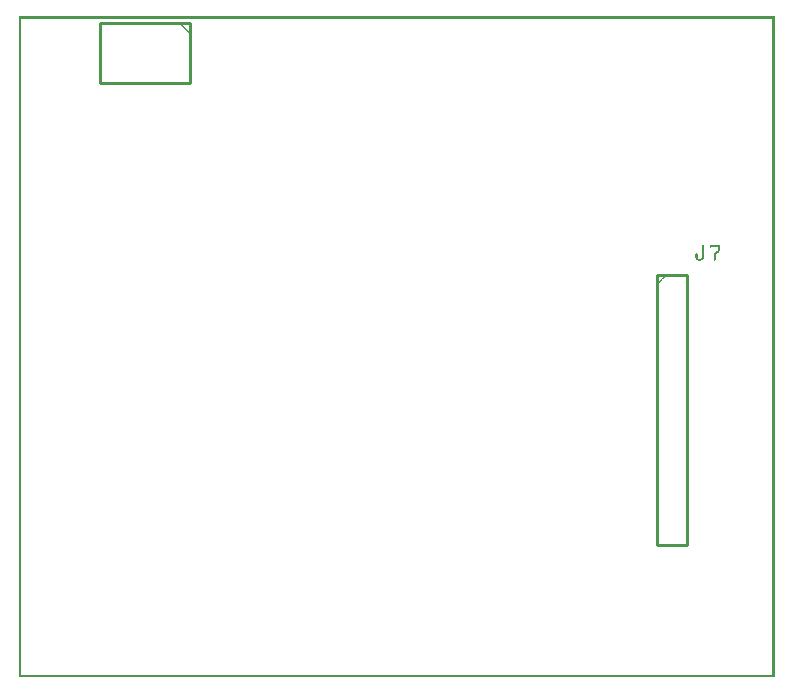
<source format=gto>
G04 MADE WITH FRITZING*
G04 WWW.FRITZING.ORG*
G04 DOUBLE SIDED*
G04 HOLES PLATED*
G04 CONTOUR ON CENTER OF CONTOUR VECTOR*
%ASAXBY*%
%FSLAX23Y23*%
%MOIN*%
%OFA0B0*%
%SFA1.0B1.0*%
%ADD10C,0.010000*%
%ADD11R,0.001000X0.001000*%
%LNSILK1*%
G90*
G70*
G54D10*
X2125Y1344D02*
X2125Y444D01*
D02*
X2125Y444D02*
X2225Y444D01*
D02*
X2225Y444D02*
X2225Y1344D01*
D02*
X2225Y1344D02*
X2125Y1344D01*
D02*
X569Y2184D02*
X269Y2184D01*
D02*
X269Y2184D02*
X269Y1984D01*
D02*
X269Y1984D02*
X569Y1984D01*
D02*
X569Y1984D02*
X569Y2184D01*
G54D11*
X0Y2205D02*
X2518Y2205D01*
X0Y2204D02*
X2518Y2204D01*
X0Y2203D02*
X2518Y2203D01*
X0Y2202D02*
X2518Y2202D01*
X0Y2201D02*
X2518Y2201D01*
X0Y2200D02*
X2518Y2200D01*
X0Y2199D02*
X2518Y2199D01*
X0Y2198D02*
X2518Y2198D01*
X0Y2197D02*
X7Y2197D01*
X2511Y2197D02*
X2518Y2197D01*
X0Y2196D02*
X7Y2196D01*
X2511Y2196D02*
X2518Y2196D01*
X0Y2195D02*
X7Y2195D01*
X2511Y2195D02*
X2518Y2195D01*
X0Y2194D02*
X7Y2194D01*
X2511Y2194D02*
X2518Y2194D01*
X0Y2193D02*
X7Y2193D01*
X2511Y2193D02*
X2518Y2193D01*
X0Y2192D02*
X7Y2192D01*
X2511Y2192D02*
X2518Y2192D01*
X0Y2191D02*
X7Y2191D01*
X2511Y2191D02*
X2518Y2191D01*
X0Y2190D02*
X7Y2190D01*
X2511Y2190D02*
X2518Y2190D01*
X0Y2189D02*
X7Y2189D01*
X2511Y2189D02*
X2518Y2189D01*
X0Y2188D02*
X7Y2188D01*
X2511Y2188D02*
X2518Y2188D01*
X0Y2187D02*
X7Y2187D01*
X2511Y2187D02*
X2518Y2187D01*
X0Y2186D02*
X7Y2186D01*
X535Y2186D02*
X535Y2186D01*
X2511Y2186D02*
X2518Y2186D01*
X0Y2185D02*
X7Y2185D01*
X534Y2185D02*
X536Y2185D01*
X2511Y2185D02*
X2518Y2185D01*
X0Y2184D02*
X7Y2184D01*
X533Y2184D02*
X537Y2184D01*
X2511Y2184D02*
X2518Y2184D01*
X0Y2183D02*
X7Y2183D01*
X533Y2183D02*
X538Y2183D01*
X2511Y2183D02*
X2518Y2183D01*
X0Y2182D02*
X7Y2182D01*
X533Y2182D02*
X539Y2182D01*
X2511Y2182D02*
X2518Y2182D01*
X0Y2181D02*
X7Y2181D01*
X534Y2181D02*
X540Y2181D01*
X2511Y2181D02*
X2518Y2181D01*
X0Y2180D02*
X7Y2180D01*
X535Y2180D02*
X541Y2180D01*
X2511Y2180D02*
X2518Y2180D01*
X0Y2179D02*
X7Y2179D01*
X536Y2179D02*
X542Y2179D01*
X2511Y2179D02*
X2518Y2179D01*
X0Y2178D02*
X7Y2178D01*
X537Y2178D02*
X543Y2178D01*
X2511Y2178D02*
X2518Y2178D01*
X0Y2177D02*
X7Y2177D01*
X538Y2177D02*
X544Y2177D01*
X2511Y2177D02*
X2518Y2177D01*
X0Y2176D02*
X7Y2176D01*
X539Y2176D02*
X545Y2176D01*
X2511Y2176D02*
X2518Y2176D01*
X0Y2175D02*
X7Y2175D01*
X540Y2175D02*
X546Y2175D01*
X2511Y2175D02*
X2518Y2175D01*
X0Y2174D02*
X7Y2174D01*
X541Y2174D02*
X547Y2174D01*
X2511Y2174D02*
X2518Y2174D01*
X0Y2173D02*
X7Y2173D01*
X542Y2173D02*
X548Y2173D01*
X2511Y2173D02*
X2518Y2173D01*
X0Y2172D02*
X7Y2172D01*
X543Y2172D02*
X549Y2172D01*
X2511Y2172D02*
X2518Y2172D01*
X0Y2171D02*
X7Y2171D01*
X544Y2171D02*
X550Y2171D01*
X2511Y2171D02*
X2518Y2171D01*
X0Y2170D02*
X7Y2170D01*
X545Y2170D02*
X551Y2170D01*
X2511Y2170D02*
X2518Y2170D01*
X0Y2169D02*
X7Y2169D01*
X546Y2169D02*
X552Y2169D01*
X2511Y2169D02*
X2518Y2169D01*
X0Y2168D02*
X7Y2168D01*
X548Y2168D02*
X553Y2168D01*
X2511Y2168D02*
X2518Y2168D01*
X0Y2167D02*
X7Y2167D01*
X549Y2167D02*
X554Y2167D01*
X2511Y2167D02*
X2518Y2167D01*
X0Y2166D02*
X7Y2166D01*
X550Y2166D02*
X555Y2166D01*
X2511Y2166D02*
X2518Y2166D01*
X0Y2165D02*
X7Y2165D01*
X551Y2165D02*
X556Y2165D01*
X2511Y2165D02*
X2518Y2165D01*
X0Y2164D02*
X7Y2164D01*
X552Y2164D02*
X557Y2164D01*
X2511Y2164D02*
X2518Y2164D01*
X0Y2163D02*
X7Y2163D01*
X553Y2163D02*
X558Y2163D01*
X2511Y2163D02*
X2518Y2163D01*
X0Y2162D02*
X7Y2162D01*
X553Y2162D02*
X559Y2162D01*
X2511Y2162D02*
X2518Y2162D01*
X0Y2161D02*
X7Y2161D01*
X554Y2161D02*
X560Y2161D01*
X2511Y2161D02*
X2518Y2161D01*
X0Y2160D02*
X7Y2160D01*
X555Y2160D02*
X561Y2160D01*
X2511Y2160D02*
X2518Y2160D01*
X0Y2159D02*
X7Y2159D01*
X556Y2159D02*
X562Y2159D01*
X2511Y2159D02*
X2518Y2159D01*
X0Y2158D02*
X7Y2158D01*
X557Y2158D02*
X563Y2158D01*
X2511Y2158D02*
X2518Y2158D01*
X0Y2157D02*
X7Y2157D01*
X558Y2157D02*
X564Y2157D01*
X2511Y2157D02*
X2518Y2157D01*
X0Y2156D02*
X7Y2156D01*
X559Y2156D02*
X565Y2156D01*
X2511Y2156D02*
X2518Y2156D01*
X0Y2155D02*
X7Y2155D01*
X560Y2155D02*
X566Y2155D01*
X2511Y2155D02*
X2518Y2155D01*
X0Y2154D02*
X7Y2154D01*
X561Y2154D02*
X567Y2154D01*
X2511Y2154D02*
X2518Y2154D01*
X0Y2153D02*
X7Y2153D01*
X562Y2153D02*
X568Y2153D01*
X2511Y2153D02*
X2518Y2153D01*
X0Y2152D02*
X7Y2152D01*
X563Y2152D02*
X569Y2152D01*
X2511Y2152D02*
X2518Y2152D01*
X0Y2151D02*
X7Y2151D01*
X564Y2151D02*
X569Y2151D01*
X2511Y2151D02*
X2518Y2151D01*
X0Y2150D02*
X7Y2150D01*
X565Y2150D02*
X568Y2150D01*
X2511Y2150D02*
X2518Y2150D01*
X0Y2149D02*
X7Y2149D01*
X566Y2149D02*
X567Y2149D01*
X2511Y2149D02*
X2518Y2149D01*
X0Y2148D02*
X7Y2148D01*
X2511Y2148D02*
X2518Y2148D01*
X0Y2147D02*
X7Y2147D01*
X2511Y2147D02*
X2518Y2147D01*
X0Y2146D02*
X7Y2146D01*
X2511Y2146D02*
X2518Y2146D01*
X0Y2145D02*
X7Y2145D01*
X2511Y2145D02*
X2518Y2145D01*
X0Y2144D02*
X7Y2144D01*
X2511Y2144D02*
X2518Y2144D01*
X0Y2143D02*
X7Y2143D01*
X2511Y2143D02*
X2518Y2143D01*
X0Y2142D02*
X7Y2142D01*
X2511Y2142D02*
X2518Y2142D01*
X0Y2141D02*
X7Y2141D01*
X2511Y2141D02*
X2518Y2141D01*
X0Y2140D02*
X7Y2140D01*
X2511Y2140D02*
X2518Y2140D01*
X0Y2139D02*
X7Y2139D01*
X2511Y2139D02*
X2518Y2139D01*
X0Y2138D02*
X7Y2138D01*
X2511Y2138D02*
X2518Y2138D01*
X0Y2137D02*
X7Y2137D01*
X2511Y2137D02*
X2518Y2137D01*
X0Y2136D02*
X7Y2136D01*
X2511Y2136D02*
X2518Y2136D01*
X0Y2135D02*
X7Y2135D01*
X2511Y2135D02*
X2518Y2135D01*
X0Y2134D02*
X7Y2134D01*
X2511Y2134D02*
X2518Y2134D01*
X0Y2133D02*
X7Y2133D01*
X2511Y2133D02*
X2518Y2133D01*
X0Y2132D02*
X7Y2132D01*
X2511Y2132D02*
X2518Y2132D01*
X0Y2131D02*
X7Y2131D01*
X2511Y2131D02*
X2518Y2131D01*
X0Y2130D02*
X7Y2130D01*
X2511Y2130D02*
X2518Y2130D01*
X0Y2129D02*
X7Y2129D01*
X2511Y2129D02*
X2518Y2129D01*
X0Y2128D02*
X7Y2128D01*
X2511Y2128D02*
X2518Y2128D01*
X0Y2127D02*
X7Y2127D01*
X2511Y2127D02*
X2518Y2127D01*
X0Y2126D02*
X7Y2126D01*
X2511Y2126D02*
X2518Y2126D01*
X0Y2125D02*
X7Y2125D01*
X2511Y2125D02*
X2518Y2125D01*
X0Y2124D02*
X7Y2124D01*
X2511Y2124D02*
X2518Y2124D01*
X0Y2123D02*
X7Y2123D01*
X2511Y2123D02*
X2518Y2123D01*
X0Y2122D02*
X7Y2122D01*
X2511Y2122D02*
X2518Y2122D01*
X0Y2121D02*
X7Y2121D01*
X2511Y2121D02*
X2518Y2121D01*
X0Y2120D02*
X7Y2120D01*
X2511Y2120D02*
X2518Y2120D01*
X0Y2119D02*
X7Y2119D01*
X2511Y2119D02*
X2518Y2119D01*
X0Y2118D02*
X7Y2118D01*
X2511Y2118D02*
X2518Y2118D01*
X0Y2117D02*
X7Y2117D01*
X2511Y2117D02*
X2518Y2117D01*
X0Y2116D02*
X7Y2116D01*
X2511Y2116D02*
X2518Y2116D01*
X0Y2115D02*
X7Y2115D01*
X2511Y2115D02*
X2518Y2115D01*
X0Y2114D02*
X7Y2114D01*
X2511Y2114D02*
X2518Y2114D01*
X0Y2113D02*
X7Y2113D01*
X2511Y2113D02*
X2518Y2113D01*
X0Y2112D02*
X7Y2112D01*
X2511Y2112D02*
X2518Y2112D01*
X0Y2111D02*
X7Y2111D01*
X2511Y2111D02*
X2518Y2111D01*
X0Y2110D02*
X7Y2110D01*
X2511Y2110D02*
X2518Y2110D01*
X0Y2109D02*
X7Y2109D01*
X2511Y2109D02*
X2518Y2109D01*
X0Y2108D02*
X7Y2108D01*
X2511Y2108D02*
X2518Y2108D01*
X0Y2107D02*
X7Y2107D01*
X2511Y2107D02*
X2518Y2107D01*
X0Y2106D02*
X7Y2106D01*
X2511Y2106D02*
X2518Y2106D01*
X0Y2105D02*
X7Y2105D01*
X2511Y2105D02*
X2518Y2105D01*
X0Y2104D02*
X7Y2104D01*
X2511Y2104D02*
X2518Y2104D01*
X0Y2103D02*
X7Y2103D01*
X2511Y2103D02*
X2518Y2103D01*
X0Y2102D02*
X7Y2102D01*
X2511Y2102D02*
X2518Y2102D01*
X0Y2101D02*
X7Y2101D01*
X2511Y2101D02*
X2518Y2101D01*
X0Y2100D02*
X7Y2100D01*
X2511Y2100D02*
X2518Y2100D01*
X0Y2099D02*
X7Y2099D01*
X2511Y2099D02*
X2518Y2099D01*
X0Y2098D02*
X7Y2098D01*
X2511Y2098D02*
X2518Y2098D01*
X0Y2097D02*
X7Y2097D01*
X2511Y2097D02*
X2518Y2097D01*
X0Y2096D02*
X7Y2096D01*
X2511Y2096D02*
X2518Y2096D01*
X0Y2095D02*
X7Y2095D01*
X2511Y2095D02*
X2518Y2095D01*
X0Y2094D02*
X7Y2094D01*
X2511Y2094D02*
X2518Y2094D01*
X0Y2093D02*
X7Y2093D01*
X2511Y2093D02*
X2518Y2093D01*
X0Y2092D02*
X7Y2092D01*
X2511Y2092D02*
X2518Y2092D01*
X0Y2091D02*
X7Y2091D01*
X2511Y2091D02*
X2518Y2091D01*
X0Y2090D02*
X7Y2090D01*
X2511Y2090D02*
X2518Y2090D01*
X0Y2089D02*
X7Y2089D01*
X2511Y2089D02*
X2518Y2089D01*
X0Y2088D02*
X7Y2088D01*
X2511Y2088D02*
X2518Y2088D01*
X0Y2087D02*
X7Y2087D01*
X2511Y2087D02*
X2518Y2087D01*
X0Y2086D02*
X7Y2086D01*
X2511Y2086D02*
X2518Y2086D01*
X0Y2085D02*
X7Y2085D01*
X2511Y2085D02*
X2518Y2085D01*
X0Y2084D02*
X7Y2084D01*
X2511Y2084D02*
X2518Y2084D01*
X0Y2083D02*
X7Y2083D01*
X2511Y2083D02*
X2518Y2083D01*
X0Y2082D02*
X7Y2082D01*
X2511Y2082D02*
X2518Y2082D01*
X0Y2081D02*
X7Y2081D01*
X2511Y2081D02*
X2518Y2081D01*
X0Y2080D02*
X7Y2080D01*
X2511Y2080D02*
X2518Y2080D01*
X0Y2079D02*
X7Y2079D01*
X2511Y2079D02*
X2518Y2079D01*
X0Y2078D02*
X7Y2078D01*
X2511Y2078D02*
X2518Y2078D01*
X0Y2077D02*
X7Y2077D01*
X2511Y2077D02*
X2518Y2077D01*
X0Y2076D02*
X7Y2076D01*
X2511Y2076D02*
X2518Y2076D01*
X0Y2075D02*
X7Y2075D01*
X2511Y2075D02*
X2518Y2075D01*
X0Y2074D02*
X7Y2074D01*
X2511Y2074D02*
X2518Y2074D01*
X0Y2073D02*
X7Y2073D01*
X2511Y2073D02*
X2518Y2073D01*
X0Y2072D02*
X7Y2072D01*
X2511Y2072D02*
X2518Y2072D01*
X0Y2071D02*
X7Y2071D01*
X2511Y2071D02*
X2518Y2071D01*
X0Y2070D02*
X7Y2070D01*
X2511Y2070D02*
X2518Y2070D01*
X0Y2069D02*
X7Y2069D01*
X2511Y2069D02*
X2518Y2069D01*
X0Y2068D02*
X7Y2068D01*
X2511Y2068D02*
X2518Y2068D01*
X0Y2067D02*
X7Y2067D01*
X2511Y2067D02*
X2518Y2067D01*
X0Y2066D02*
X7Y2066D01*
X2511Y2066D02*
X2518Y2066D01*
X0Y2065D02*
X7Y2065D01*
X2511Y2065D02*
X2518Y2065D01*
X0Y2064D02*
X7Y2064D01*
X2511Y2064D02*
X2518Y2064D01*
X0Y2063D02*
X7Y2063D01*
X2511Y2063D02*
X2518Y2063D01*
X0Y2062D02*
X7Y2062D01*
X2511Y2062D02*
X2518Y2062D01*
X0Y2061D02*
X7Y2061D01*
X2511Y2061D02*
X2518Y2061D01*
X0Y2060D02*
X7Y2060D01*
X2511Y2060D02*
X2518Y2060D01*
X0Y2059D02*
X7Y2059D01*
X2511Y2059D02*
X2518Y2059D01*
X0Y2058D02*
X7Y2058D01*
X2511Y2058D02*
X2518Y2058D01*
X0Y2057D02*
X7Y2057D01*
X2511Y2057D02*
X2518Y2057D01*
X0Y2056D02*
X7Y2056D01*
X2511Y2056D02*
X2518Y2056D01*
X0Y2055D02*
X7Y2055D01*
X2511Y2055D02*
X2518Y2055D01*
X0Y2054D02*
X7Y2054D01*
X2511Y2054D02*
X2518Y2054D01*
X0Y2053D02*
X7Y2053D01*
X2511Y2053D02*
X2518Y2053D01*
X0Y2052D02*
X7Y2052D01*
X2511Y2052D02*
X2518Y2052D01*
X0Y2051D02*
X7Y2051D01*
X2511Y2051D02*
X2518Y2051D01*
X0Y2050D02*
X7Y2050D01*
X2511Y2050D02*
X2518Y2050D01*
X0Y2049D02*
X7Y2049D01*
X2511Y2049D02*
X2518Y2049D01*
X0Y2048D02*
X7Y2048D01*
X2511Y2048D02*
X2518Y2048D01*
X0Y2047D02*
X7Y2047D01*
X2511Y2047D02*
X2518Y2047D01*
X0Y2046D02*
X7Y2046D01*
X2511Y2046D02*
X2518Y2046D01*
X0Y2045D02*
X7Y2045D01*
X2511Y2045D02*
X2518Y2045D01*
X0Y2044D02*
X7Y2044D01*
X2511Y2044D02*
X2518Y2044D01*
X0Y2043D02*
X7Y2043D01*
X2511Y2043D02*
X2518Y2043D01*
X0Y2042D02*
X7Y2042D01*
X2511Y2042D02*
X2518Y2042D01*
X0Y2041D02*
X7Y2041D01*
X2511Y2041D02*
X2518Y2041D01*
X0Y2040D02*
X7Y2040D01*
X2511Y2040D02*
X2518Y2040D01*
X0Y2039D02*
X7Y2039D01*
X2511Y2039D02*
X2518Y2039D01*
X0Y2038D02*
X7Y2038D01*
X2511Y2038D02*
X2518Y2038D01*
X0Y2037D02*
X7Y2037D01*
X2511Y2037D02*
X2518Y2037D01*
X0Y2036D02*
X7Y2036D01*
X2511Y2036D02*
X2518Y2036D01*
X0Y2035D02*
X7Y2035D01*
X2511Y2035D02*
X2518Y2035D01*
X0Y2034D02*
X7Y2034D01*
X2511Y2034D02*
X2518Y2034D01*
X0Y2033D02*
X7Y2033D01*
X2511Y2033D02*
X2518Y2033D01*
X0Y2032D02*
X7Y2032D01*
X2511Y2032D02*
X2518Y2032D01*
X0Y2031D02*
X7Y2031D01*
X2511Y2031D02*
X2518Y2031D01*
X0Y2030D02*
X7Y2030D01*
X2511Y2030D02*
X2518Y2030D01*
X0Y2029D02*
X7Y2029D01*
X2511Y2029D02*
X2518Y2029D01*
X0Y2028D02*
X7Y2028D01*
X2511Y2028D02*
X2518Y2028D01*
X0Y2027D02*
X7Y2027D01*
X2511Y2027D02*
X2518Y2027D01*
X0Y2026D02*
X7Y2026D01*
X2511Y2026D02*
X2518Y2026D01*
X0Y2025D02*
X7Y2025D01*
X2511Y2025D02*
X2518Y2025D01*
X0Y2024D02*
X7Y2024D01*
X2511Y2024D02*
X2518Y2024D01*
X0Y2023D02*
X7Y2023D01*
X2511Y2023D02*
X2518Y2023D01*
X0Y2022D02*
X7Y2022D01*
X2511Y2022D02*
X2518Y2022D01*
X0Y2021D02*
X7Y2021D01*
X2511Y2021D02*
X2518Y2021D01*
X0Y2020D02*
X7Y2020D01*
X2511Y2020D02*
X2518Y2020D01*
X0Y2019D02*
X7Y2019D01*
X2511Y2019D02*
X2518Y2019D01*
X0Y2018D02*
X7Y2018D01*
X2511Y2018D02*
X2518Y2018D01*
X0Y2017D02*
X7Y2017D01*
X2511Y2017D02*
X2518Y2017D01*
X0Y2016D02*
X7Y2016D01*
X2511Y2016D02*
X2518Y2016D01*
X0Y2015D02*
X7Y2015D01*
X2511Y2015D02*
X2518Y2015D01*
X0Y2014D02*
X7Y2014D01*
X2511Y2014D02*
X2518Y2014D01*
X0Y2013D02*
X7Y2013D01*
X2511Y2013D02*
X2518Y2013D01*
X0Y2012D02*
X7Y2012D01*
X2511Y2012D02*
X2518Y2012D01*
X0Y2011D02*
X7Y2011D01*
X2511Y2011D02*
X2518Y2011D01*
X0Y2010D02*
X7Y2010D01*
X2511Y2010D02*
X2518Y2010D01*
X0Y2009D02*
X7Y2009D01*
X2511Y2009D02*
X2518Y2009D01*
X0Y2008D02*
X7Y2008D01*
X2511Y2008D02*
X2518Y2008D01*
X0Y2007D02*
X7Y2007D01*
X2511Y2007D02*
X2518Y2007D01*
X0Y2006D02*
X7Y2006D01*
X2511Y2006D02*
X2518Y2006D01*
X0Y2005D02*
X7Y2005D01*
X2511Y2005D02*
X2518Y2005D01*
X0Y2004D02*
X7Y2004D01*
X2511Y2004D02*
X2518Y2004D01*
X0Y2003D02*
X7Y2003D01*
X2511Y2003D02*
X2518Y2003D01*
X0Y2002D02*
X7Y2002D01*
X2511Y2002D02*
X2518Y2002D01*
X0Y2001D02*
X7Y2001D01*
X2511Y2001D02*
X2518Y2001D01*
X0Y2000D02*
X7Y2000D01*
X2511Y2000D02*
X2518Y2000D01*
X0Y1999D02*
X7Y1999D01*
X2511Y1999D02*
X2518Y1999D01*
X0Y1998D02*
X7Y1998D01*
X2511Y1998D02*
X2518Y1998D01*
X0Y1997D02*
X7Y1997D01*
X2511Y1997D02*
X2518Y1997D01*
X0Y1996D02*
X7Y1996D01*
X2511Y1996D02*
X2518Y1996D01*
X0Y1995D02*
X7Y1995D01*
X2511Y1995D02*
X2518Y1995D01*
X0Y1994D02*
X7Y1994D01*
X2511Y1994D02*
X2518Y1994D01*
X0Y1993D02*
X7Y1993D01*
X2511Y1993D02*
X2518Y1993D01*
X0Y1992D02*
X7Y1992D01*
X2511Y1992D02*
X2518Y1992D01*
X0Y1991D02*
X7Y1991D01*
X2511Y1991D02*
X2518Y1991D01*
X0Y1990D02*
X7Y1990D01*
X2511Y1990D02*
X2518Y1990D01*
X0Y1989D02*
X7Y1989D01*
X2511Y1989D02*
X2518Y1989D01*
X0Y1988D02*
X7Y1988D01*
X2511Y1988D02*
X2518Y1988D01*
X0Y1987D02*
X7Y1987D01*
X2511Y1987D02*
X2518Y1987D01*
X0Y1986D02*
X7Y1986D01*
X2511Y1986D02*
X2518Y1986D01*
X0Y1985D02*
X7Y1985D01*
X2511Y1985D02*
X2518Y1985D01*
X0Y1984D02*
X7Y1984D01*
X2511Y1984D02*
X2518Y1984D01*
X0Y1983D02*
X7Y1983D01*
X2511Y1983D02*
X2518Y1983D01*
X0Y1982D02*
X7Y1982D01*
X2511Y1982D02*
X2518Y1982D01*
X0Y1981D02*
X7Y1981D01*
X2511Y1981D02*
X2518Y1981D01*
X0Y1980D02*
X7Y1980D01*
X2511Y1980D02*
X2518Y1980D01*
X0Y1979D02*
X7Y1979D01*
X2511Y1979D02*
X2518Y1979D01*
X0Y1978D02*
X7Y1978D01*
X2511Y1978D02*
X2518Y1978D01*
X0Y1977D02*
X7Y1977D01*
X2511Y1977D02*
X2518Y1977D01*
X0Y1976D02*
X7Y1976D01*
X2511Y1976D02*
X2518Y1976D01*
X0Y1975D02*
X7Y1975D01*
X2511Y1975D02*
X2518Y1975D01*
X0Y1974D02*
X7Y1974D01*
X2511Y1974D02*
X2518Y1974D01*
X0Y1973D02*
X7Y1973D01*
X2511Y1973D02*
X2518Y1973D01*
X0Y1972D02*
X7Y1972D01*
X2511Y1972D02*
X2518Y1972D01*
X0Y1971D02*
X7Y1971D01*
X2511Y1971D02*
X2518Y1971D01*
X0Y1970D02*
X7Y1970D01*
X2511Y1970D02*
X2518Y1970D01*
X0Y1969D02*
X7Y1969D01*
X2511Y1969D02*
X2518Y1969D01*
X0Y1968D02*
X7Y1968D01*
X2511Y1968D02*
X2518Y1968D01*
X0Y1967D02*
X7Y1967D01*
X2511Y1967D02*
X2518Y1967D01*
X0Y1966D02*
X7Y1966D01*
X2511Y1966D02*
X2518Y1966D01*
X0Y1965D02*
X7Y1965D01*
X2511Y1965D02*
X2518Y1965D01*
X0Y1964D02*
X7Y1964D01*
X2511Y1964D02*
X2518Y1964D01*
X0Y1963D02*
X7Y1963D01*
X2511Y1963D02*
X2518Y1963D01*
X0Y1962D02*
X7Y1962D01*
X2511Y1962D02*
X2518Y1962D01*
X0Y1961D02*
X7Y1961D01*
X2511Y1961D02*
X2518Y1961D01*
X0Y1960D02*
X7Y1960D01*
X2511Y1960D02*
X2518Y1960D01*
X0Y1959D02*
X7Y1959D01*
X2511Y1959D02*
X2518Y1959D01*
X0Y1958D02*
X7Y1958D01*
X2511Y1958D02*
X2518Y1958D01*
X0Y1957D02*
X7Y1957D01*
X2511Y1957D02*
X2518Y1957D01*
X0Y1956D02*
X7Y1956D01*
X2511Y1956D02*
X2518Y1956D01*
X0Y1955D02*
X7Y1955D01*
X2511Y1955D02*
X2518Y1955D01*
X0Y1954D02*
X7Y1954D01*
X2511Y1954D02*
X2518Y1954D01*
X0Y1953D02*
X7Y1953D01*
X2511Y1953D02*
X2518Y1953D01*
X0Y1952D02*
X7Y1952D01*
X2511Y1952D02*
X2518Y1952D01*
X0Y1951D02*
X7Y1951D01*
X2511Y1951D02*
X2518Y1951D01*
X0Y1950D02*
X7Y1950D01*
X2511Y1950D02*
X2518Y1950D01*
X0Y1949D02*
X7Y1949D01*
X2511Y1949D02*
X2518Y1949D01*
X0Y1948D02*
X7Y1948D01*
X2511Y1948D02*
X2518Y1948D01*
X0Y1947D02*
X7Y1947D01*
X2511Y1947D02*
X2518Y1947D01*
X0Y1946D02*
X7Y1946D01*
X2511Y1946D02*
X2518Y1946D01*
X0Y1945D02*
X7Y1945D01*
X2511Y1945D02*
X2518Y1945D01*
X0Y1944D02*
X7Y1944D01*
X2511Y1944D02*
X2518Y1944D01*
X0Y1943D02*
X7Y1943D01*
X2511Y1943D02*
X2518Y1943D01*
X0Y1942D02*
X7Y1942D01*
X2511Y1942D02*
X2518Y1942D01*
X0Y1941D02*
X7Y1941D01*
X2511Y1941D02*
X2518Y1941D01*
X0Y1940D02*
X7Y1940D01*
X2511Y1940D02*
X2518Y1940D01*
X0Y1939D02*
X7Y1939D01*
X2511Y1939D02*
X2518Y1939D01*
X0Y1938D02*
X7Y1938D01*
X2511Y1938D02*
X2518Y1938D01*
X0Y1937D02*
X7Y1937D01*
X2511Y1937D02*
X2518Y1937D01*
X0Y1936D02*
X7Y1936D01*
X2511Y1936D02*
X2518Y1936D01*
X0Y1935D02*
X7Y1935D01*
X2511Y1935D02*
X2518Y1935D01*
X0Y1934D02*
X7Y1934D01*
X2511Y1934D02*
X2518Y1934D01*
X0Y1933D02*
X7Y1933D01*
X2511Y1933D02*
X2518Y1933D01*
X0Y1932D02*
X7Y1932D01*
X2511Y1932D02*
X2518Y1932D01*
X0Y1931D02*
X7Y1931D01*
X2511Y1931D02*
X2518Y1931D01*
X0Y1930D02*
X7Y1930D01*
X2511Y1930D02*
X2518Y1930D01*
X0Y1929D02*
X7Y1929D01*
X2511Y1929D02*
X2518Y1929D01*
X0Y1928D02*
X7Y1928D01*
X2511Y1928D02*
X2518Y1928D01*
X0Y1927D02*
X7Y1927D01*
X2511Y1927D02*
X2518Y1927D01*
X0Y1926D02*
X7Y1926D01*
X2511Y1926D02*
X2518Y1926D01*
X0Y1925D02*
X7Y1925D01*
X2511Y1925D02*
X2518Y1925D01*
X0Y1924D02*
X7Y1924D01*
X2511Y1924D02*
X2518Y1924D01*
X0Y1923D02*
X7Y1923D01*
X2511Y1923D02*
X2518Y1923D01*
X0Y1922D02*
X7Y1922D01*
X2511Y1922D02*
X2518Y1922D01*
X0Y1921D02*
X7Y1921D01*
X2511Y1921D02*
X2518Y1921D01*
X0Y1920D02*
X7Y1920D01*
X2511Y1920D02*
X2518Y1920D01*
X0Y1919D02*
X7Y1919D01*
X2511Y1919D02*
X2518Y1919D01*
X0Y1918D02*
X7Y1918D01*
X2511Y1918D02*
X2518Y1918D01*
X0Y1917D02*
X7Y1917D01*
X2511Y1917D02*
X2518Y1917D01*
X0Y1916D02*
X7Y1916D01*
X2511Y1916D02*
X2518Y1916D01*
X0Y1915D02*
X7Y1915D01*
X2511Y1915D02*
X2518Y1915D01*
X0Y1914D02*
X7Y1914D01*
X2511Y1914D02*
X2518Y1914D01*
X0Y1913D02*
X7Y1913D01*
X2511Y1913D02*
X2518Y1913D01*
X0Y1912D02*
X7Y1912D01*
X2511Y1912D02*
X2518Y1912D01*
X0Y1911D02*
X7Y1911D01*
X2511Y1911D02*
X2518Y1911D01*
X0Y1910D02*
X7Y1910D01*
X2511Y1910D02*
X2518Y1910D01*
X0Y1909D02*
X7Y1909D01*
X2511Y1909D02*
X2518Y1909D01*
X0Y1908D02*
X7Y1908D01*
X2511Y1908D02*
X2518Y1908D01*
X0Y1907D02*
X7Y1907D01*
X2511Y1907D02*
X2518Y1907D01*
X0Y1906D02*
X7Y1906D01*
X2511Y1906D02*
X2518Y1906D01*
X0Y1905D02*
X7Y1905D01*
X2511Y1905D02*
X2518Y1905D01*
X0Y1904D02*
X7Y1904D01*
X2511Y1904D02*
X2518Y1904D01*
X0Y1903D02*
X7Y1903D01*
X2511Y1903D02*
X2518Y1903D01*
X0Y1902D02*
X7Y1902D01*
X2511Y1902D02*
X2518Y1902D01*
X0Y1901D02*
X7Y1901D01*
X2511Y1901D02*
X2518Y1901D01*
X0Y1900D02*
X7Y1900D01*
X2511Y1900D02*
X2518Y1900D01*
X0Y1899D02*
X7Y1899D01*
X2511Y1899D02*
X2518Y1899D01*
X0Y1898D02*
X7Y1898D01*
X2511Y1898D02*
X2518Y1898D01*
X0Y1897D02*
X7Y1897D01*
X2511Y1897D02*
X2518Y1897D01*
X0Y1896D02*
X7Y1896D01*
X2511Y1896D02*
X2518Y1896D01*
X0Y1895D02*
X7Y1895D01*
X2511Y1895D02*
X2518Y1895D01*
X0Y1894D02*
X7Y1894D01*
X2511Y1894D02*
X2518Y1894D01*
X0Y1893D02*
X7Y1893D01*
X2511Y1893D02*
X2518Y1893D01*
X0Y1892D02*
X7Y1892D01*
X2511Y1892D02*
X2518Y1892D01*
X0Y1891D02*
X7Y1891D01*
X2511Y1891D02*
X2518Y1891D01*
X0Y1890D02*
X7Y1890D01*
X2511Y1890D02*
X2518Y1890D01*
X0Y1889D02*
X7Y1889D01*
X2511Y1889D02*
X2518Y1889D01*
X0Y1888D02*
X7Y1888D01*
X2511Y1888D02*
X2518Y1888D01*
X0Y1887D02*
X7Y1887D01*
X2511Y1887D02*
X2518Y1887D01*
X0Y1886D02*
X7Y1886D01*
X2511Y1886D02*
X2518Y1886D01*
X0Y1885D02*
X7Y1885D01*
X2511Y1885D02*
X2518Y1885D01*
X0Y1884D02*
X7Y1884D01*
X2511Y1884D02*
X2518Y1884D01*
X0Y1883D02*
X7Y1883D01*
X2511Y1883D02*
X2518Y1883D01*
X0Y1882D02*
X7Y1882D01*
X2511Y1882D02*
X2518Y1882D01*
X0Y1881D02*
X7Y1881D01*
X2511Y1881D02*
X2518Y1881D01*
X0Y1880D02*
X7Y1880D01*
X2511Y1880D02*
X2518Y1880D01*
X0Y1879D02*
X7Y1879D01*
X2511Y1879D02*
X2518Y1879D01*
X0Y1878D02*
X7Y1878D01*
X2511Y1878D02*
X2518Y1878D01*
X0Y1877D02*
X7Y1877D01*
X2511Y1877D02*
X2518Y1877D01*
X0Y1876D02*
X7Y1876D01*
X2511Y1876D02*
X2518Y1876D01*
X0Y1875D02*
X7Y1875D01*
X2511Y1875D02*
X2518Y1875D01*
X0Y1874D02*
X7Y1874D01*
X2511Y1874D02*
X2518Y1874D01*
X0Y1873D02*
X7Y1873D01*
X2511Y1873D02*
X2518Y1873D01*
X0Y1872D02*
X7Y1872D01*
X2511Y1872D02*
X2518Y1872D01*
X0Y1871D02*
X7Y1871D01*
X2511Y1871D02*
X2518Y1871D01*
X0Y1870D02*
X7Y1870D01*
X2511Y1870D02*
X2518Y1870D01*
X0Y1869D02*
X7Y1869D01*
X2511Y1869D02*
X2518Y1869D01*
X0Y1868D02*
X7Y1868D01*
X2511Y1868D02*
X2518Y1868D01*
X0Y1867D02*
X7Y1867D01*
X2511Y1867D02*
X2518Y1867D01*
X0Y1866D02*
X7Y1866D01*
X2511Y1866D02*
X2518Y1866D01*
X0Y1865D02*
X7Y1865D01*
X2511Y1865D02*
X2518Y1865D01*
X0Y1864D02*
X7Y1864D01*
X2511Y1864D02*
X2518Y1864D01*
X0Y1863D02*
X7Y1863D01*
X2511Y1863D02*
X2518Y1863D01*
X0Y1862D02*
X7Y1862D01*
X2511Y1862D02*
X2518Y1862D01*
X0Y1861D02*
X7Y1861D01*
X2511Y1861D02*
X2518Y1861D01*
X0Y1860D02*
X7Y1860D01*
X2511Y1860D02*
X2518Y1860D01*
X0Y1859D02*
X7Y1859D01*
X2511Y1859D02*
X2518Y1859D01*
X0Y1858D02*
X7Y1858D01*
X2511Y1858D02*
X2518Y1858D01*
X0Y1857D02*
X7Y1857D01*
X2511Y1857D02*
X2518Y1857D01*
X0Y1856D02*
X7Y1856D01*
X2511Y1856D02*
X2518Y1856D01*
X0Y1855D02*
X7Y1855D01*
X2511Y1855D02*
X2518Y1855D01*
X0Y1854D02*
X7Y1854D01*
X2511Y1854D02*
X2518Y1854D01*
X0Y1853D02*
X7Y1853D01*
X2511Y1853D02*
X2518Y1853D01*
X0Y1852D02*
X7Y1852D01*
X2511Y1852D02*
X2518Y1852D01*
X0Y1851D02*
X7Y1851D01*
X2511Y1851D02*
X2518Y1851D01*
X0Y1850D02*
X7Y1850D01*
X2511Y1850D02*
X2518Y1850D01*
X0Y1849D02*
X7Y1849D01*
X2511Y1849D02*
X2518Y1849D01*
X0Y1848D02*
X7Y1848D01*
X2511Y1848D02*
X2518Y1848D01*
X0Y1847D02*
X7Y1847D01*
X2511Y1847D02*
X2518Y1847D01*
X0Y1846D02*
X7Y1846D01*
X2511Y1846D02*
X2518Y1846D01*
X0Y1845D02*
X7Y1845D01*
X2511Y1845D02*
X2518Y1845D01*
X0Y1844D02*
X7Y1844D01*
X2511Y1844D02*
X2518Y1844D01*
X0Y1843D02*
X7Y1843D01*
X2511Y1843D02*
X2518Y1843D01*
X0Y1842D02*
X7Y1842D01*
X2511Y1842D02*
X2518Y1842D01*
X0Y1841D02*
X7Y1841D01*
X2511Y1841D02*
X2518Y1841D01*
X0Y1840D02*
X7Y1840D01*
X2511Y1840D02*
X2518Y1840D01*
X0Y1839D02*
X7Y1839D01*
X2511Y1839D02*
X2518Y1839D01*
X0Y1838D02*
X7Y1838D01*
X2511Y1838D02*
X2518Y1838D01*
X0Y1837D02*
X7Y1837D01*
X2511Y1837D02*
X2518Y1837D01*
X0Y1836D02*
X7Y1836D01*
X2511Y1836D02*
X2518Y1836D01*
X0Y1835D02*
X7Y1835D01*
X2511Y1835D02*
X2518Y1835D01*
X0Y1834D02*
X7Y1834D01*
X2511Y1834D02*
X2518Y1834D01*
X0Y1833D02*
X7Y1833D01*
X2511Y1833D02*
X2518Y1833D01*
X0Y1832D02*
X7Y1832D01*
X2511Y1832D02*
X2518Y1832D01*
X0Y1831D02*
X7Y1831D01*
X2511Y1831D02*
X2518Y1831D01*
X0Y1830D02*
X7Y1830D01*
X2511Y1830D02*
X2518Y1830D01*
X0Y1829D02*
X7Y1829D01*
X2511Y1829D02*
X2518Y1829D01*
X0Y1828D02*
X7Y1828D01*
X2511Y1828D02*
X2518Y1828D01*
X0Y1827D02*
X7Y1827D01*
X2511Y1827D02*
X2518Y1827D01*
X0Y1826D02*
X7Y1826D01*
X2511Y1826D02*
X2518Y1826D01*
X0Y1825D02*
X7Y1825D01*
X2511Y1825D02*
X2518Y1825D01*
X0Y1824D02*
X7Y1824D01*
X2511Y1824D02*
X2518Y1824D01*
X0Y1823D02*
X7Y1823D01*
X2511Y1823D02*
X2518Y1823D01*
X0Y1822D02*
X7Y1822D01*
X2511Y1822D02*
X2518Y1822D01*
X0Y1821D02*
X7Y1821D01*
X2511Y1821D02*
X2518Y1821D01*
X0Y1820D02*
X7Y1820D01*
X2511Y1820D02*
X2518Y1820D01*
X0Y1819D02*
X7Y1819D01*
X2511Y1819D02*
X2518Y1819D01*
X0Y1818D02*
X7Y1818D01*
X2511Y1818D02*
X2518Y1818D01*
X0Y1817D02*
X7Y1817D01*
X2511Y1817D02*
X2518Y1817D01*
X0Y1816D02*
X7Y1816D01*
X2511Y1816D02*
X2518Y1816D01*
X0Y1815D02*
X7Y1815D01*
X2511Y1815D02*
X2518Y1815D01*
X0Y1814D02*
X7Y1814D01*
X2511Y1814D02*
X2518Y1814D01*
X0Y1813D02*
X7Y1813D01*
X2511Y1813D02*
X2518Y1813D01*
X0Y1812D02*
X7Y1812D01*
X2511Y1812D02*
X2518Y1812D01*
X0Y1811D02*
X7Y1811D01*
X2511Y1811D02*
X2518Y1811D01*
X0Y1810D02*
X7Y1810D01*
X2511Y1810D02*
X2518Y1810D01*
X0Y1809D02*
X7Y1809D01*
X2511Y1809D02*
X2518Y1809D01*
X0Y1808D02*
X7Y1808D01*
X2511Y1808D02*
X2518Y1808D01*
X0Y1807D02*
X7Y1807D01*
X2511Y1807D02*
X2518Y1807D01*
X0Y1806D02*
X7Y1806D01*
X2511Y1806D02*
X2518Y1806D01*
X0Y1805D02*
X7Y1805D01*
X2511Y1805D02*
X2518Y1805D01*
X0Y1804D02*
X7Y1804D01*
X2511Y1804D02*
X2518Y1804D01*
X0Y1803D02*
X7Y1803D01*
X2511Y1803D02*
X2518Y1803D01*
X0Y1802D02*
X7Y1802D01*
X2511Y1802D02*
X2518Y1802D01*
X0Y1801D02*
X7Y1801D01*
X2511Y1801D02*
X2518Y1801D01*
X0Y1800D02*
X7Y1800D01*
X2511Y1800D02*
X2518Y1800D01*
X0Y1799D02*
X7Y1799D01*
X2511Y1799D02*
X2518Y1799D01*
X0Y1798D02*
X7Y1798D01*
X2511Y1798D02*
X2518Y1798D01*
X0Y1797D02*
X7Y1797D01*
X2511Y1797D02*
X2518Y1797D01*
X0Y1796D02*
X7Y1796D01*
X2511Y1796D02*
X2518Y1796D01*
X0Y1795D02*
X7Y1795D01*
X2511Y1795D02*
X2518Y1795D01*
X0Y1794D02*
X7Y1794D01*
X2511Y1794D02*
X2518Y1794D01*
X0Y1793D02*
X7Y1793D01*
X2511Y1793D02*
X2518Y1793D01*
X0Y1792D02*
X7Y1792D01*
X2511Y1792D02*
X2518Y1792D01*
X0Y1791D02*
X7Y1791D01*
X2511Y1791D02*
X2518Y1791D01*
X0Y1790D02*
X7Y1790D01*
X2511Y1790D02*
X2518Y1790D01*
X0Y1789D02*
X7Y1789D01*
X2511Y1789D02*
X2518Y1789D01*
X0Y1788D02*
X7Y1788D01*
X2511Y1788D02*
X2518Y1788D01*
X0Y1787D02*
X7Y1787D01*
X2511Y1787D02*
X2518Y1787D01*
X0Y1786D02*
X7Y1786D01*
X2511Y1786D02*
X2518Y1786D01*
X0Y1785D02*
X7Y1785D01*
X2511Y1785D02*
X2518Y1785D01*
X0Y1784D02*
X7Y1784D01*
X2511Y1784D02*
X2518Y1784D01*
X0Y1783D02*
X7Y1783D01*
X2511Y1783D02*
X2518Y1783D01*
X0Y1782D02*
X7Y1782D01*
X2511Y1782D02*
X2518Y1782D01*
X0Y1781D02*
X7Y1781D01*
X2511Y1781D02*
X2518Y1781D01*
X0Y1780D02*
X7Y1780D01*
X2511Y1780D02*
X2518Y1780D01*
X0Y1779D02*
X7Y1779D01*
X2511Y1779D02*
X2518Y1779D01*
X0Y1778D02*
X7Y1778D01*
X2511Y1778D02*
X2518Y1778D01*
X0Y1777D02*
X7Y1777D01*
X2511Y1777D02*
X2518Y1777D01*
X0Y1776D02*
X7Y1776D01*
X2511Y1776D02*
X2518Y1776D01*
X0Y1775D02*
X7Y1775D01*
X2511Y1775D02*
X2518Y1775D01*
X0Y1774D02*
X7Y1774D01*
X2511Y1774D02*
X2518Y1774D01*
X0Y1773D02*
X7Y1773D01*
X2511Y1773D02*
X2518Y1773D01*
X0Y1772D02*
X7Y1772D01*
X2511Y1772D02*
X2518Y1772D01*
X0Y1771D02*
X7Y1771D01*
X2511Y1771D02*
X2518Y1771D01*
X0Y1770D02*
X7Y1770D01*
X2511Y1770D02*
X2518Y1770D01*
X0Y1769D02*
X7Y1769D01*
X2511Y1769D02*
X2518Y1769D01*
X0Y1768D02*
X7Y1768D01*
X2511Y1768D02*
X2518Y1768D01*
X0Y1767D02*
X7Y1767D01*
X2511Y1767D02*
X2518Y1767D01*
X0Y1766D02*
X7Y1766D01*
X2511Y1766D02*
X2518Y1766D01*
X0Y1765D02*
X7Y1765D01*
X2511Y1765D02*
X2518Y1765D01*
X0Y1764D02*
X7Y1764D01*
X2511Y1764D02*
X2518Y1764D01*
X0Y1763D02*
X7Y1763D01*
X2511Y1763D02*
X2518Y1763D01*
X0Y1762D02*
X7Y1762D01*
X2511Y1762D02*
X2518Y1762D01*
X0Y1761D02*
X7Y1761D01*
X2511Y1761D02*
X2518Y1761D01*
X0Y1760D02*
X7Y1760D01*
X2511Y1760D02*
X2518Y1760D01*
X0Y1759D02*
X7Y1759D01*
X2511Y1759D02*
X2518Y1759D01*
X0Y1758D02*
X7Y1758D01*
X2511Y1758D02*
X2518Y1758D01*
X0Y1757D02*
X7Y1757D01*
X2511Y1757D02*
X2518Y1757D01*
X0Y1756D02*
X7Y1756D01*
X2511Y1756D02*
X2518Y1756D01*
X0Y1755D02*
X7Y1755D01*
X2511Y1755D02*
X2518Y1755D01*
X0Y1754D02*
X7Y1754D01*
X2511Y1754D02*
X2518Y1754D01*
X0Y1753D02*
X7Y1753D01*
X2511Y1753D02*
X2518Y1753D01*
X0Y1752D02*
X7Y1752D01*
X2511Y1752D02*
X2518Y1752D01*
X0Y1751D02*
X7Y1751D01*
X2511Y1751D02*
X2518Y1751D01*
X0Y1750D02*
X7Y1750D01*
X2511Y1750D02*
X2518Y1750D01*
X0Y1749D02*
X7Y1749D01*
X2511Y1749D02*
X2518Y1749D01*
X0Y1748D02*
X7Y1748D01*
X2511Y1748D02*
X2518Y1748D01*
X0Y1747D02*
X7Y1747D01*
X2511Y1747D02*
X2518Y1747D01*
X0Y1746D02*
X7Y1746D01*
X2511Y1746D02*
X2518Y1746D01*
X0Y1745D02*
X7Y1745D01*
X2511Y1745D02*
X2518Y1745D01*
X0Y1744D02*
X7Y1744D01*
X2511Y1744D02*
X2518Y1744D01*
X0Y1743D02*
X7Y1743D01*
X2511Y1743D02*
X2518Y1743D01*
X0Y1742D02*
X7Y1742D01*
X2511Y1742D02*
X2518Y1742D01*
X0Y1741D02*
X7Y1741D01*
X2511Y1741D02*
X2518Y1741D01*
X0Y1740D02*
X7Y1740D01*
X2511Y1740D02*
X2518Y1740D01*
X0Y1739D02*
X7Y1739D01*
X2511Y1739D02*
X2518Y1739D01*
X0Y1738D02*
X7Y1738D01*
X2511Y1738D02*
X2518Y1738D01*
X0Y1737D02*
X7Y1737D01*
X2511Y1737D02*
X2518Y1737D01*
X0Y1736D02*
X7Y1736D01*
X2511Y1736D02*
X2518Y1736D01*
X0Y1735D02*
X7Y1735D01*
X2511Y1735D02*
X2518Y1735D01*
X0Y1734D02*
X7Y1734D01*
X2511Y1734D02*
X2518Y1734D01*
X0Y1733D02*
X7Y1733D01*
X2511Y1733D02*
X2518Y1733D01*
X0Y1732D02*
X7Y1732D01*
X2511Y1732D02*
X2518Y1732D01*
X0Y1731D02*
X7Y1731D01*
X2511Y1731D02*
X2518Y1731D01*
X0Y1730D02*
X7Y1730D01*
X2511Y1730D02*
X2518Y1730D01*
X0Y1729D02*
X7Y1729D01*
X2511Y1729D02*
X2518Y1729D01*
X0Y1728D02*
X7Y1728D01*
X2511Y1728D02*
X2518Y1728D01*
X0Y1727D02*
X7Y1727D01*
X2511Y1727D02*
X2518Y1727D01*
X0Y1726D02*
X7Y1726D01*
X2511Y1726D02*
X2518Y1726D01*
X0Y1725D02*
X7Y1725D01*
X2511Y1725D02*
X2518Y1725D01*
X0Y1724D02*
X7Y1724D01*
X2511Y1724D02*
X2518Y1724D01*
X0Y1723D02*
X7Y1723D01*
X2511Y1723D02*
X2518Y1723D01*
X0Y1722D02*
X7Y1722D01*
X2511Y1722D02*
X2518Y1722D01*
X0Y1721D02*
X7Y1721D01*
X2511Y1721D02*
X2518Y1721D01*
X0Y1720D02*
X7Y1720D01*
X2511Y1720D02*
X2518Y1720D01*
X0Y1719D02*
X7Y1719D01*
X2511Y1719D02*
X2518Y1719D01*
X0Y1718D02*
X7Y1718D01*
X2511Y1718D02*
X2518Y1718D01*
X0Y1717D02*
X7Y1717D01*
X2511Y1717D02*
X2518Y1717D01*
X0Y1716D02*
X7Y1716D01*
X2511Y1716D02*
X2518Y1716D01*
X0Y1715D02*
X7Y1715D01*
X2511Y1715D02*
X2518Y1715D01*
X0Y1714D02*
X7Y1714D01*
X2511Y1714D02*
X2518Y1714D01*
X0Y1713D02*
X7Y1713D01*
X2511Y1713D02*
X2518Y1713D01*
X0Y1712D02*
X7Y1712D01*
X2511Y1712D02*
X2518Y1712D01*
X0Y1711D02*
X7Y1711D01*
X2511Y1711D02*
X2518Y1711D01*
X0Y1710D02*
X7Y1710D01*
X2511Y1710D02*
X2518Y1710D01*
X0Y1709D02*
X7Y1709D01*
X2511Y1709D02*
X2518Y1709D01*
X0Y1708D02*
X7Y1708D01*
X2511Y1708D02*
X2518Y1708D01*
X0Y1707D02*
X7Y1707D01*
X2511Y1707D02*
X2518Y1707D01*
X0Y1706D02*
X7Y1706D01*
X2511Y1706D02*
X2518Y1706D01*
X0Y1705D02*
X7Y1705D01*
X2511Y1705D02*
X2518Y1705D01*
X0Y1704D02*
X7Y1704D01*
X2511Y1704D02*
X2518Y1704D01*
X0Y1703D02*
X7Y1703D01*
X2511Y1703D02*
X2518Y1703D01*
X0Y1702D02*
X7Y1702D01*
X2511Y1702D02*
X2518Y1702D01*
X0Y1701D02*
X7Y1701D01*
X2511Y1701D02*
X2518Y1701D01*
X0Y1700D02*
X7Y1700D01*
X2511Y1700D02*
X2518Y1700D01*
X0Y1699D02*
X7Y1699D01*
X2511Y1699D02*
X2518Y1699D01*
X0Y1698D02*
X7Y1698D01*
X2511Y1698D02*
X2518Y1698D01*
X0Y1697D02*
X7Y1697D01*
X2511Y1697D02*
X2518Y1697D01*
X0Y1696D02*
X7Y1696D01*
X2511Y1696D02*
X2518Y1696D01*
X0Y1695D02*
X7Y1695D01*
X2511Y1695D02*
X2518Y1695D01*
X0Y1694D02*
X7Y1694D01*
X2511Y1694D02*
X2518Y1694D01*
X0Y1693D02*
X7Y1693D01*
X2511Y1693D02*
X2518Y1693D01*
X0Y1692D02*
X7Y1692D01*
X2511Y1692D02*
X2518Y1692D01*
X0Y1691D02*
X7Y1691D01*
X2511Y1691D02*
X2518Y1691D01*
X0Y1690D02*
X7Y1690D01*
X2511Y1690D02*
X2518Y1690D01*
X0Y1689D02*
X7Y1689D01*
X2511Y1689D02*
X2518Y1689D01*
X0Y1688D02*
X7Y1688D01*
X2511Y1688D02*
X2518Y1688D01*
X0Y1687D02*
X7Y1687D01*
X2511Y1687D02*
X2518Y1687D01*
X0Y1686D02*
X7Y1686D01*
X2511Y1686D02*
X2518Y1686D01*
X0Y1685D02*
X7Y1685D01*
X2511Y1685D02*
X2518Y1685D01*
X0Y1684D02*
X7Y1684D01*
X2511Y1684D02*
X2518Y1684D01*
X0Y1683D02*
X7Y1683D01*
X2511Y1683D02*
X2518Y1683D01*
X0Y1682D02*
X7Y1682D01*
X2511Y1682D02*
X2518Y1682D01*
X0Y1681D02*
X7Y1681D01*
X2511Y1681D02*
X2518Y1681D01*
X0Y1680D02*
X7Y1680D01*
X2511Y1680D02*
X2518Y1680D01*
X0Y1679D02*
X7Y1679D01*
X2511Y1679D02*
X2518Y1679D01*
X0Y1678D02*
X7Y1678D01*
X2511Y1678D02*
X2518Y1678D01*
X0Y1677D02*
X7Y1677D01*
X2511Y1677D02*
X2518Y1677D01*
X0Y1676D02*
X7Y1676D01*
X2511Y1676D02*
X2518Y1676D01*
X0Y1675D02*
X7Y1675D01*
X2511Y1675D02*
X2518Y1675D01*
X0Y1674D02*
X7Y1674D01*
X2511Y1674D02*
X2518Y1674D01*
X0Y1673D02*
X7Y1673D01*
X2511Y1673D02*
X2518Y1673D01*
X0Y1672D02*
X7Y1672D01*
X2511Y1672D02*
X2518Y1672D01*
X0Y1671D02*
X7Y1671D01*
X2511Y1671D02*
X2518Y1671D01*
X0Y1670D02*
X7Y1670D01*
X2511Y1670D02*
X2518Y1670D01*
X0Y1669D02*
X7Y1669D01*
X2511Y1669D02*
X2518Y1669D01*
X0Y1668D02*
X7Y1668D01*
X2511Y1668D02*
X2518Y1668D01*
X0Y1667D02*
X7Y1667D01*
X2511Y1667D02*
X2518Y1667D01*
X0Y1666D02*
X7Y1666D01*
X2511Y1666D02*
X2518Y1666D01*
X0Y1665D02*
X7Y1665D01*
X2511Y1665D02*
X2518Y1665D01*
X0Y1664D02*
X7Y1664D01*
X2511Y1664D02*
X2518Y1664D01*
X0Y1663D02*
X7Y1663D01*
X2511Y1663D02*
X2518Y1663D01*
X0Y1662D02*
X7Y1662D01*
X2511Y1662D02*
X2518Y1662D01*
X0Y1661D02*
X7Y1661D01*
X2511Y1661D02*
X2518Y1661D01*
X0Y1660D02*
X7Y1660D01*
X2511Y1660D02*
X2518Y1660D01*
X0Y1659D02*
X7Y1659D01*
X2511Y1659D02*
X2518Y1659D01*
X0Y1658D02*
X7Y1658D01*
X2511Y1658D02*
X2518Y1658D01*
X0Y1657D02*
X7Y1657D01*
X2511Y1657D02*
X2518Y1657D01*
X0Y1656D02*
X7Y1656D01*
X2511Y1656D02*
X2518Y1656D01*
X0Y1655D02*
X7Y1655D01*
X2511Y1655D02*
X2518Y1655D01*
X0Y1654D02*
X7Y1654D01*
X2511Y1654D02*
X2518Y1654D01*
X0Y1653D02*
X7Y1653D01*
X2511Y1653D02*
X2518Y1653D01*
X0Y1652D02*
X7Y1652D01*
X2511Y1652D02*
X2518Y1652D01*
X0Y1651D02*
X7Y1651D01*
X2511Y1651D02*
X2518Y1651D01*
X0Y1650D02*
X7Y1650D01*
X2511Y1650D02*
X2518Y1650D01*
X0Y1649D02*
X7Y1649D01*
X2511Y1649D02*
X2518Y1649D01*
X0Y1648D02*
X7Y1648D01*
X2511Y1648D02*
X2518Y1648D01*
X0Y1647D02*
X7Y1647D01*
X2511Y1647D02*
X2518Y1647D01*
X0Y1646D02*
X7Y1646D01*
X2511Y1646D02*
X2518Y1646D01*
X0Y1645D02*
X7Y1645D01*
X2511Y1645D02*
X2518Y1645D01*
X0Y1644D02*
X7Y1644D01*
X2511Y1644D02*
X2518Y1644D01*
X0Y1643D02*
X7Y1643D01*
X2511Y1643D02*
X2518Y1643D01*
X0Y1642D02*
X7Y1642D01*
X2511Y1642D02*
X2518Y1642D01*
X0Y1641D02*
X7Y1641D01*
X2511Y1641D02*
X2518Y1641D01*
X0Y1640D02*
X7Y1640D01*
X2511Y1640D02*
X2518Y1640D01*
X0Y1639D02*
X7Y1639D01*
X2511Y1639D02*
X2518Y1639D01*
X0Y1638D02*
X7Y1638D01*
X2511Y1638D02*
X2518Y1638D01*
X0Y1637D02*
X7Y1637D01*
X2511Y1637D02*
X2518Y1637D01*
X0Y1636D02*
X7Y1636D01*
X2511Y1636D02*
X2518Y1636D01*
X0Y1635D02*
X7Y1635D01*
X2511Y1635D02*
X2518Y1635D01*
X0Y1634D02*
X7Y1634D01*
X2511Y1634D02*
X2518Y1634D01*
X0Y1633D02*
X7Y1633D01*
X2511Y1633D02*
X2518Y1633D01*
X0Y1632D02*
X7Y1632D01*
X2511Y1632D02*
X2518Y1632D01*
X0Y1631D02*
X7Y1631D01*
X2511Y1631D02*
X2518Y1631D01*
X0Y1630D02*
X7Y1630D01*
X2511Y1630D02*
X2518Y1630D01*
X0Y1629D02*
X7Y1629D01*
X2511Y1629D02*
X2518Y1629D01*
X0Y1628D02*
X7Y1628D01*
X2511Y1628D02*
X2518Y1628D01*
X0Y1627D02*
X7Y1627D01*
X2511Y1627D02*
X2518Y1627D01*
X0Y1626D02*
X7Y1626D01*
X2511Y1626D02*
X2518Y1626D01*
X0Y1625D02*
X7Y1625D01*
X2511Y1625D02*
X2518Y1625D01*
X0Y1624D02*
X7Y1624D01*
X2511Y1624D02*
X2518Y1624D01*
X0Y1623D02*
X7Y1623D01*
X2511Y1623D02*
X2518Y1623D01*
X0Y1622D02*
X7Y1622D01*
X2511Y1622D02*
X2518Y1622D01*
X0Y1621D02*
X7Y1621D01*
X2511Y1621D02*
X2518Y1621D01*
X0Y1620D02*
X7Y1620D01*
X2511Y1620D02*
X2518Y1620D01*
X0Y1619D02*
X7Y1619D01*
X2511Y1619D02*
X2518Y1619D01*
X0Y1618D02*
X7Y1618D01*
X2511Y1618D02*
X2518Y1618D01*
X0Y1617D02*
X7Y1617D01*
X2511Y1617D02*
X2518Y1617D01*
X0Y1616D02*
X7Y1616D01*
X2511Y1616D02*
X2518Y1616D01*
X0Y1615D02*
X7Y1615D01*
X2511Y1615D02*
X2518Y1615D01*
X0Y1614D02*
X7Y1614D01*
X2511Y1614D02*
X2518Y1614D01*
X0Y1613D02*
X7Y1613D01*
X2511Y1613D02*
X2518Y1613D01*
X0Y1612D02*
X7Y1612D01*
X2511Y1612D02*
X2518Y1612D01*
X0Y1611D02*
X7Y1611D01*
X2511Y1611D02*
X2518Y1611D01*
X0Y1610D02*
X7Y1610D01*
X2511Y1610D02*
X2518Y1610D01*
X0Y1609D02*
X7Y1609D01*
X2511Y1609D02*
X2518Y1609D01*
X0Y1608D02*
X7Y1608D01*
X2511Y1608D02*
X2518Y1608D01*
X0Y1607D02*
X7Y1607D01*
X2511Y1607D02*
X2518Y1607D01*
X0Y1606D02*
X7Y1606D01*
X2511Y1606D02*
X2518Y1606D01*
X0Y1605D02*
X7Y1605D01*
X2511Y1605D02*
X2518Y1605D01*
X0Y1604D02*
X7Y1604D01*
X2511Y1604D02*
X2518Y1604D01*
X0Y1603D02*
X7Y1603D01*
X2511Y1603D02*
X2518Y1603D01*
X0Y1602D02*
X7Y1602D01*
X2511Y1602D02*
X2518Y1602D01*
X0Y1601D02*
X7Y1601D01*
X2511Y1601D02*
X2518Y1601D01*
X0Y1600D02*
X7Y1600D01*
X2511Y1600D02*
X2518Y1600D01*
X0Y1599D02*
X7Y1599D01*
X2511Y1599D02*
X2518Y1599D01*
X0Y1598D02*
X7Y1598D01*
X2511Y1598D02*
X2518Y1598D01*
X0Y1597D02*
X7Y1597D01*
X2511Y1597D02*
X2518Y1597D01*
X0Y1596D02*
X7Y1596D01*
X2511Y1596D02*
X2518Y1596D01*
X0Y1595D02*
X7Y1595D01*
X2511Y1595D02*
X2518Y1595D01*
X0Y1594D02*
X7Y1594D01*
X2511Y1594D02*
X2518Y1594D01*
X0Y1593D02*
X7Y1593D01*
X2511Y1593D02*
X2518Y1593D01*
X0Y1592D02*
X7Y1592D01*
X2511Y1592D02*
X2518Y1592D01*
X0Y1591D02*
X7Y1591D01*
X2511Y1591D02*
X2518Y1591D01*
X0Y1590D02*
X7Y1590D01*
X2511Y1590D02*
X2518Y1590D01*
X0Y1589D02*
X7Y1589D01*
X2511Y1589D02*
X2518Y1589D01*
X0Y1588D02*
X7Y1588D01*
X2511Y1588D02*
X2518Y1588D01*
X0Y1587D02*
X7Y1587D01*
X2511Y1587D02*
X2518Y1587D01*
X0Y1586D02*
X7Y1586D01*
X2511Y1586D02*
X2518Y1586D01*
X0Y1585D02*
X7Y1585D01*
X2511Y1585D02*
X2518Y1585D01*
X0Y1584D02*
X7Y1584D01*
X2511Y1584D02*
X2518Y1584D01*
X0Y1583D02*
X7Y1583D01*
X2511Y1583D02*
X2518Y1583D01*
X0Y1582D02*
X7Y1582D01*
X2511Y1582D02*
X2518Y1582D01*
X0Y1581D02*
X7Y1581D01*
X2511Y1581D02*
X2518Y1581D01*
X0Y1580D02*
X7Y1580D01*
X2511Y1580D02*
X2518Y1580D01*
X0Y1579D02*
X7Y1579D01*
X2511Y1579D02*
X2518Y1579D01*
X0Y1578D02*
X7Y1578D01*
X2511Y1578D02*
X2518Y1578D01*
X0Y1577D02*
X7Y1577D01*
X2511Y1577D02*
X2518Y1577D01*
X0Y1576D02*
X7Y1576D01*
X2511Y1576D02*
X2518Y1576D01*
X0Y1575D02*
X7Y1575D01*
X2511Y1575D02*
X2518Y1575D01*
X0Y1574D02*
X7Y1574D01*
X2511Y1574D02*
X2518Y1574D01*
X0Y1573D02*
X7Y1573D01*
X2511Y1573D02*
X2518Y1573D01*
X0Y1572D02*
X7Y1572D01*
X2511Y1572D02*
X2518Y1572D01*
X0Y1571D02*
X7Y1571D01*
X2511Y1571D02*
X2518Y1571D01*
X0Y1570D02*
X7Y1570D01*
X2511Y1570D02*
X2518Y1570D01*
X0Y1569D02*
X7Y1569D01*
X2511Y1569D02*
X2518Y1569D01*
X0Y1568D02*
X7Y1568D01*
X2511Y1568D02*
X2518Y1568D01*
X0Y1567D02*
X7Y1567D01*
X2511Y1567D02*
X2518Y1567D01*
X0Y1566D02*
X7Y1566D01*
X2511Y1566D02*
X2518Y1566D01*
X0Y1565D02*
X7Y1565D01*
X2511Y1565D02*
X2518Y1565D01*
X0Y1564D02*
X7Y1564D01*
X2511Y1564D02*
X2518Y1564D01*
X0Y1563D02*
X7Y1563D01*
X2511Y1563D02*
X2518Y1563D01*
X0Y1562D02*
X7Y1562D01*
X2511Y1562D02*
X2518Y1562D01*
X0Y1561D02*
X7Y1561D01*
X2511Y1561D02*
X2518Y1561D01*
X0Y1560D02*
X7Y1560D01*
X2511Y1560D02*
X2518Y1560D01*
X0Y1559D02*
X7Y1559D01*
X2511Y1559D02*
X2518Y1559D01*
X0Y1558D02*
X7Y1558D01*
X2511Y1558D02*
X2518Y1558D01*
X0Y1557D02*
X7Y1557D01*
X2511Y1557D02*
X2518Y1557D01*
X0Y1556D02*
X7Y1556D01*
X2511Y1556D02*
X2518Y1556D01*
X0Y1555D02*
X7Y1555D01*
X2511Y1555D02*
X2518Y1555D01*
X0Y1554D02*
X7Y1554D01*
X2511Y1554D02*
X2518Y1554D01*
X0Y1553D02*
X7Y1553D01*
X2511Y1553D02*
X2518Y1553D01*
X0Y1552D02*
X7Y1552D01*
X2511Y1552D02*
X2518Y1552D01*
X0Y1551D02*
X7Y1551D01*
X2511Y1551D02*
X2518Y1551D01*
X0Y1550D02*
X7Y1550D01*
X2511Y1550D02*
X2518Y1550D01*
X0Y1549D02*
X7Y1549D01*
X2511Y1549D02*
X2518Y1549D01*
X0Y1548D02*
X7Y1548D01*
X2511Y1548D02*
X2518Y1548D01*
X0Y1547D02*
X7Y1547D01*
X2511Y1547D02*
X2518Y1547D01*
X0Y1546D02*
X7Y1546D01*
X2511Y1546D02*
X2518Y1546D01*
X0Y1545D02*
X7Y1545D01*
X2511Y1545D02*
X2518Y1545D01*
X0Y1544D02*
X7Y1544D01*
X2511Y1544D02*
X2518Y1544D01*
X0Y1543D02*
X7Y1543D01*
X2511Y1543D02*
X2518Y1543D01*
X0Y1542D02*
X7Y1542D01*
X2511Y1542D02*
X2518Y1542D01*
X0Y1541D02*
X7Y1541D01*
X2511Y1541D02*
X2518Y1541D01*
X0Y1540D02*
X7Y1540D01*
X2511Y1540D02*
X2518Y1540D01*
X0Y1539D02*
X7Y1539D01*
X2511Y1539D02*
X2518Y1539D01*
X0Y1538D02*
X7Y1538D01*
X2511Y1538D02*
X2518Y1538D01*
X0Y1537D02*
X7Y1537D01*
X2511Y1537D02*
X2518Y1537D01*
X0Y1536D02*
X7Y1536D01*
X2511Y1536D02*
X2518Y1536D01*
X0Y1535D02*
X7Y1535D01*
X2511Y1535D02*
X2518Y1535D01*
X0Y1534D02*
X7Y1534D01*
X2511Y1534D02*
X2518Y1534D01*
X0Y1533D02*
X7Y1533D01*
X2511Y1533D02*
X2518Y1533D01*
X0Y1532D02*
X7Y1532D01*
X2511Y1532D02*
X2518Y1532D01*
X0Y1531D02*
X7Y1531D01*
X2511Y1531D02*
X2518Y1531D01*
X0Y1530D02*
X7Y1530D01*
X2511Y1530D02*
X2518Y1530D01*
X0Y1529D02*
X7Y1529D01*
X2511Y1529D02*
X2518Y1529D01*
X0Y1528D02*
X7Y1528D01*
X2511Y1528D02*
X2518Y1528D01*
X0Y1527D02*
X7Y1527D01*
X2511Y1527D02*
X2518Y1527D01*
X0Y1526D02*
X7Y1526D01*
X2511Y1526D02*
X2518Y1526D01*
X0Y1525D02*
X7Y1525D01*
X2511Y1525D02*
X2518Y1525D01*
X0Y1524D02*
X7Y1524D01*
X2511Y1524D02*
X2518Y1524D01*
X0Y1523D02*
X7Y1523D01*
X2511Y1523D02*
X2518Y1523D01*
X0Y1522D02*
X7Y1522D01*
X2511Y1522D02*
X2518Y1522D01*
X0Y1521D02*
X7Y1521D01*
X2511Y1521D02*
X2518Y1521D01*
X0Y1520D02*
X7Y1520D01*
X2511Y1520D02*
X2518Y1520D01*
X0Y1519D02*
X7Y1519D01*
X2511Y1519D02*
X2518Y1519D01*
X0Y1518D02*
X7Y1518D01*
X2511Y1518D02*
X2518Y1518D01*
X0Y1517D02*
X7Y1517D01*
X2511Y1517D02*
X2518Y1517D01*
X0Y1516D02*
X7Y1516D01*
X2511Y1516D02*
X2518Y1516D01*
X0Y1515D02*
X7Y1515D01*
X2511Y1515D02*
X2518Y1515D01*
X0Y1514D02*
X7Y1514D01*
X2511Y1514D02*
X2518Y1514D01*
X0Y1513D02*
X7Y1513D01*
X2511Y1513D02*
X2518Y1513D01*
X0Y1512D02*
X7Y1512D01*
X2511Y1512D02*
X2518Y1512D01*
X0Y1511D02*
X7Y1511D01*
X2511Y1511D02*
X2518Y1511D01*
X0Y1510D02*
X7Y1510D01*
X2511Y1510D02*
X2518Y1510D01*
X0Y1509D02*
X7Y1509D01*
X2511Y1509D02*
X2518Y1509D01*
X0Y1508D02*
X7Y1508D01*
X2511Y1508D02*
X2518Y1508D01*
X0Y1507D02*
X7Y1507D01*
X2511Y1507D02*
X2518Y1507D01*
X0Y1506D02*
X7Y1506D01*
X2511Y1506D02*
X2518Y1506D01*
X0Y1505D02*
X7Y1505D01*
X2511Y1505D02*
X2518Y1505D01*
X0Y1504D02*
X7Y1504D01*
X2511Y1504D02*
X2518Y1504D01*
X0Y1503D02*
X7Y1503D01*
X2511Y1503D02*
X2518Y1503D01*
X0Y1502D02*
X7Y1502D01*
X2511Y1502D02*
X2518Y1502D01*
X0Y1501D02*
X7Y1501D01*
X2511Y1501D02*
X2518Y1501D01*
X0Y1500D02*
X7Y1500D01*
X2511Y1500D02*
X2518Y1500D01*
X0Y1499D02*
X7Y1499D01*
X2511Y1499D02*
X2518Y1499D01*
X0Y1498D02*
X7Y1498D01*
X2511Y1498D02*
X2518Y1498D01*
X0Y1497D02*
X7Y1497D01*
X2511Y1497D02*
X2518Y1497D01*
X0Y1496D02*
X7Y1496D01*
X2511Y1496D02*
X2518Y1496D01*
X0Y1495D02*
X7Y1495D01*
X2511Y1495D02*
X2518Y1495D01*
X0Y1494D02*
X7Y1494D01*
X2511Y1494D02*
X2518Y1494D01*
X0Y1493D02*
X7Y1493D01*
X2511Y1493D02*
X2518Y1493D01*
X0Y1492D02*
X7Y1492D01*
X2511Y1492D02*
X2518Y1492D01*
X0Y1491D02*
X7Y1491D01*
X2511Y1491D02*
X2518Y1491D01*
X0Y1490D02*
X7Y1490D01*
X2511Y1490D02*
X2518Y1490D01*
X0Y1489D02*
X7Y1489D01*
X2511Y1489D02*
X2518Y1489D01*
X0Y1488D02*
X7Y1488D01*
X2511Y1488D02*
X2518Y1488D01*
X0Y1487D02*
X7Y1487D01*
X2511Y1487D02*
X2518Y1487D01*
X0Y1486D02*
X7Y1486D01*
X2511Y1486D02*
X2518Y1486D01*
X0Y1485D02*
X7Y1485D01*
X2511Y1485D02*
X2518Y1485D01*
X0Y1484D02*
X7Y1484D01*
X2511Y1484D02*
X2518Y1484D01*
X0Y1483D02*
X7Y1483D01*
X2511Y1483D02*
X2518Y1483D01*
X0Y1482D02*
X7Y1482D01*
X2511Y1482D02*
X2518Y1482D01*
X0Y1481D02*
X7Y1481D01*
X2511Y1481D02*
X2518Y1481D01*
X0Y1480D02*
X7Y1480D01*
X2511Y1480D02*
X2518Y1480D01*
X0Y1479D02*
X7Y1479D01*
X2511Y1479D02*
X2518Y1479D01*
X0Y1478D02*
X7Y1478D01*
X2511Y1478D02*
X2518Y1478D01*
X0Y1477D02*
X7Y1477D01*
X2511Y1477D02*
X2518Y1477D01*
X0Y1476D02*
X7Y1476D01*
X2511Y1476D02*
X2518Y1476D01*
X0Y1475D02*
X7Y1475D01*
X2511Y1475D02*
X2518Y1475D01*
X0Y1474D02*
X7Y1474D01*
X2511Y1474D02*
X2518Y1474D01*
X0Y1473D02*
X7Y1473D01*
X2511Y1473D02*
X2518Y1473D01*
X0Y1472D02*
X7Y1472D01*
X2511Y1472D02*
X2518Y1472D01*
X0Y1471D02*
X7Y1471D01*
X2511Y1471D02*
X2518Y1471D01*
X0Y1470D02*
X7Y1470D01*
X2511Y1470D02*
X2518Y1470D01*
X0Y1469D02*
X7Y1469D01*
X2511Y1469D02*
X2518Y1469D01*
X0Y1468D02*
X7Y1468D01*
X2511Y1468D02*
X2518Y1468D01*
X0Y1467D02*
X7Y1467D01*
X2511Y1467D02*
X2518Y1467D01*
X0Y1466D02*
X7Y1466D01*
X2511Y1466D02*
X2518Y1466D01*
X0Y1465D02*
X7Y1465D01*
X2511Y1465D02*
X2518Y1465D01*
X0Y1464D02*
X7Y1464D01*
X2511Y1464D02*
X2518Y1464D01*
X0Y1463D02*
X7Y1463D01*
X2511Y1463D02*
X2518Y1463D01*
X0Y1462D02*
X7Y1462D01*
X2511Y1462D02*
X2518Y1462D01*
X0Y1461D02*
X7Y1461D01*
X2511Y1461D02*
X2518Y1461D01*
X0Y1460D02*
X7Y1460D01*
X2511Y1460D02*
X2518Y1460D01*
X0Y1459D02*
X7Y1459D01*
X2511Y1459D02*
X2518Y1459D01*
X0Y1458D02*
X7Y1458D01*
X2511Y1458D02*
X2518Y1458D01*
X0Y1457D02*
X7Y1457D01*
X2511Y1457D02*
X2518Y1457D01*
X0Y1456D02*
X7Y1456D01*
X2511Y1456D02*
X2518Y1456D01*
X0Y1455D02*
X7Y1455D01*
X2511Y1455D02*
X2518Y1455D01*
X0Y1454D02*
X7Y1454D01*
X2511Y1454D02*
X2518Y1454D01*
X0Y1453D02*
X7Y1453D01*
X2511Y1453D02*
X2518Y1453D01*
X0Y1452D02*
X7Y1452D01*
X2511Y1452D02*
X2518Y1452D01*
X0Y1451D02*
X7Y1451D01*
X2511Y1451D02*
X2518Y1451D01*
X0Y1450D02*
X7Y1450D01*
X2511Y1450D02*
X2518Y1450D01*
X0Y1449D02*
X7Y1449D01*
X2511Y1449D02*
X2518Y1449D01*
X0Y1448D02*
X7Y1448D01*
X2511Y1448D02*
X2518Y1448D01*
X0Y1447D02*
X7Y1447D01*
X2511Y1447D02*
X2518Y1447D01*
X0Y1446D02*
X7Y1446D01*
X2511Y1446D02*
X2518Y1446D01*
X0Y1445D02*
X7Y1445D01*
X2511Y1445D02*
X2518Y1445D01*
X0Y1444D02*
X7Y1444D01*
X2278Y1444D02*
X2281Y1444D01*
X2303Y1444D02*
X2336Y1444D01*
X2511Y1444D02*
X2518Y1444D01*
X0Y1443D02*
X7Y1443D01*
X2277Y1443D02*
X2282Y1443D01*
X2303Y1443D02*
X2336Y1443D01*
X2511Y1443D02*
X2518Y1443D01*
X0Y1442D02*
X7Y1442D01*
X2276Y1442D02*
X2282Y1442D01*
X2302Y1442D02*
X2336Y1442D01*
X2511Y1442D02*
X2518Y1442D01*
X0Y1441D02*
X7Y1441D01*
X2276Y1441D02*
X2282Y1441D01*
X2302Y1441D02*
X2336Y1441D01*
X2511Y1441D02*
X2518Y1441D01*
X0Y1440D02*
X7Y1440D01*
X2276Y1440D02*
X2282Y1440D01*
X2302Y1440D02*
X2336Y1440D01*
X2511Y1440D02*
X2518Y1440D01*
X0Y1439D02*
X7Y1439D01*
X2276Y1439D02*
X2282Y1439D01*
X2302Y1439D02*
X2336Y1439D01*
X2511Y1439D02*
X2518Y1439D01*
X0Y1438D02*
X7Y1438D01*
X2276Y1438D02*
X2282Y1438D01*
X2302Y1438D02*
X2336Y1438D01*
X2511Y1438D02*
X2518Y1438D01*
X0Y1437D02*
X7Y1437D01*
X2276Y1437D02*
X2282Y1437D01*
X2302Y1437D02*
X2308Y1437D01*
X2330Y1437D02*
X2336Y1437D01*
X2511Y1437D02*
X2518Y1437D01*
X0Y1436D02*
X7Y1436D01*
X2276Y1436D02*
X2282Y1436D01*
X2303Y1436D02*
X2307Y1436D01*
X2330Y1436D02*
X2336Y1436D01*
X2511Y1436D02*
X2518Y1436D01*
X0Y1435D02*
X7Y1435D01*
X2276Y1435D02*
X2282Y1435D01*
X2304Y1435D02*
X2306Y1435D01*
X2330Y1435D02*
X2336Y1435D01*
X2511Y1435D02*
X2518Y1435D01*
X0Y1434D02*
X7Y1434D01*
X2276Y1434D02*
X2282Y1434D01*
X2330Y1434D02*
X2336Y1434D01*
X2511Y1434D02*
X2518Y1434D01*
X0Y1433D02*
X7Y1433D01*
X2276Y1433D02*
X2282Y1433D01*
X2330Y1433D02*
X2336Y1433D01*
X2511Y1433D02*
X2518Y1433D01*
X0Y1432D02*
X7Y1432D01*
X2276Y1432D02*
X2282Y1432D01*
X2330Y1432D02*
X2336Y1432D01*
X2511Y1432D02*
X2518Y1432D01*
X0Y1431D02*
X7Y1431D01*
X2276Y1431D02*
X2282Y1431D01*
X2330Y1431D02*
X2336Y1431D01*
X2511Y1431D02*
X2518Y1431D01*
X0Y1430D02*
X7Y1430D01*
X2276Y1430D02*
X2282Y1430D01*
X2330Y1430D02*
X2336Y1430D01*
X2511Y1430D02*
X2518Y1430D01*
X0Y1429D02*
X7Y1429D01*
X2276Y1429D02*
X2282Y1429D01*
X2330Y1429D02*
X2336Y1429D01*
X2511Y1429D02*
X2518Y1429D01*
X0Y1428D02*
X7Y1428D01*
X2276Y1428D02*
X2282Y1428D01*
X2330Y1428D02*
X2336Y1428D01*
X2511Y1428D02*
X2518Y1428D01*
X0Y1427D02*
X7Y1427D01*
X2276Y1427D02*
X2282Y1427D01*
X2330Y1427D02*
X2336Y1427D01*
X2511Y1427D02*
X2518Y1427D01*
X0Y1426D02*
X7Y1426D01*
X2276Y1426D02*
X2282Y1426D01*
X2330Y1426D02*
X2336Y1426D01*
X2511Y1426D02*
X2518Y1426D01*
X0Y1425D02*
X7Y1425D01*
X2276Y1425D02*
X2282Y1425D01*
X2329Y1425D02*
X2336Y1425D01*
X2511Y1425D02*
X2518Y1425D01*
X0Y1424D02*
X7Y1424D01*
X2276Y1424D02*
X2282Y1424D01*
X2328Y1424D02*
X2336Y1424D01*
X2511Y1424D02*
X2518Y1424D01*
X0Y1423D02*
X7Y1423D01*
X2276Y1423D02*
X2282Y1423D01*
X2327Y1423D02*
X2335Y1423D01*
X2511Y1423D02*
X2518Y1423D01*
X0Y1422D02*
X7Y1422D01*
X2276Y1422D02*
X2282Y1422D01*
X2326Y1422D02*
X2335Y1422D01*
X2511Y1422D02*
X2518Y1422D01*
X0Y1421D02*
X7Y1421D01*
X2276Y1421D02*
X2282Y1421D01*
X2325Y1421D02*
X2334Y1421D01*
X2511Y1421D02*
X2518Y1421D01*
X0Y1420D02*
X7Y1420D01*
X2276Y1420D02*
X2282Y1420D01*
X2324Y1420D02*
X2333Y1420D01*
X2511Y1420D02*
X2518Y1420D01*
X0Y1419D02*
X7Y1419D01*
X2276Y1419D02*
X2282Y1419D01*
X2322Y1419D02*
X2332Y1419D01*
X2511Y1419D02*
X2518Y1419D01*
X0Y1418D02*
X7Y1418D01*
X2276Y1418D02*
X2282Y1418D01*
X2321Y1418D02*
X2331Y1418D01*
X2511Y1418D02*
X2518Y1418D01*
X0Y1417D02*
X7Y1417D01*
X2276Y1417D02*
X2282Y1417D01*
X2320Y1417D02*
X2330Y1417D01*
X2511Y1417D02*
X2518Y1417D01*
X0Y1416D02*
X7Y1416D01*
X2276Y1416D02*
X2282Y1416D01*
X2319Y1416D02*
X2329Y1416D01*
X2511Y1416D02*
X2518Y1416D01*
X0Y1415D02*
X7Y1415D01*
X2258Y1415D02*
X2259Y1415D01*
X2276Y1415D02*
X2282Y1415D01*
X2318Y1415D02*
X2327Y1415D01*
X2511Y1415D02*
X2518Y1415D01*
X0Y1414D02*
X7Y1414D01*
X2256Y1414D02*
X2261Y1414D01*
X2276Y1414D02*
X2282Y1414D01*
X2317Y1414D02*
X2326Y1414D01*
X2511Y1414D02*
X2518Y1414D01*
X0Y1413D02*
X7Y1413D01*
X2256Y1413D02*
X2261Y1413D01*
X2276Y1413D02*
X2282Y1413D01*
X2316Y1413D02*
X2325Y1413D01*
X2511Y1413D02*
X2518Y1413D01*
X0Y1412D02*
X7Y1412D01*
X2255Y1412D02*
X2261Y1412D01*
X2276Y1412D02*
X2282Y1412D01*
X2316Y1412D02*
X2324Y1412D01*
X2511Y1412D02*
X2518Y1412D01*
X0Y1411D02*
X7Y1411D01*
X2255Y1411D02*
X2261Y1411D01*
X2276Y1411D02*
X2282Y1411D01*
X2316Y1411D02*
X2323Y1411D01*
X2511Y1411D02*
X2518Y1411D01*
X0Y1410D02*
X7Y1410D01*
X2255Y1410D02*
X2261Y1410D01*
X2276Y1410D02*
X2282Y1410D01*
X2316Y1410D02*
X2322Y1410D01*
X2511Y1410D02*
X2518Y1410D01*
X0Y1409D02*
X7Y1409D01*
X2255Y1409D02*
X2261Y1409D01*
X2276Y1409D02*
X2282Y1409D01*
X2316Y1409D02*
X2322Y1409D01*
X2511Y1409D02*
X2518Y1409D01*
X0Y1408D02*
X7Y1408D01*
X2255Y1408D02*
X2261Y1408D01*
X2276Y1408D02*
X2282Y1408D01*
X2316Y1408D02*
X2322Y1408D01*
X2511Y1408D02*
X2518Y1408D01*
X0Y1407D02*
X7Y1407D01*
X2255Y1407D02*
X2261Y1407D01*
X2276Y1407D02*
X2282Y1407D01*
X2316Y1407D02*
X2322Y1407D01*
X2511Y1407D02*
X2518Y1407D01*
X0Y1406D02*
X7Y1406D01*
X2255Y1406D02*
X2261Y1406D01*
X2276Y1406D02*
X2282Y1406D01*
X2316Y1406D02*
X2322Y1406D01*
X2511Y1406D02*
X2518Y1406D01*
X0Y1405D02*
X7Y1405D01*
X2255Y1405D02*
X2261Y1405D01*
X2276Y1405D02*
X2282Y1405D01*
X2316Y1405D02*
X2322Y1405D01*
X2511Y1405D02*
X2518Y1405D01*
X0Y1404D02*
X7Y1404D01*
X2255Y1404D02*
X2261Y1404D01*
X2276Y1404D02*
X2282Y1404D01*
X2316Y1404D02*
X2322Y1404D01*
X2511Y1404D02*
X2518Y1404D01*
X0Y1403D02*
X7Y1403D01*
X2255Y1403D02*
X2261Y1403D01*
X2276Y1403D02*
X2282Y1403D01*
X2316Y1403D02*
X2322Y1403D01*
X2511Y1403D02*
X2518Y1403D01*
X0Y1402D02*
X7Y1402D01*
X2255Y1402D02*
X2261Y1402D01*
X2276Y1402D02*
X2282Y1402D01*
X2316Y1402D02*
X2322Y1402D01*
X2511Y1402D02*
X2518Y1402D01*
X0Y1401D02*
X7Y1401D01*
X2255Y1401D02*
X2261Y1401D01*
X2276Y1401D02*
X2282Y1401D01*
X2316Y1401D02*
X2322Y1401D01*
X2511Y1401D02*
X2518Y1401D01*
X0Y1400D02*
X7Y1400D01*
X2255Y1400D02*
X2262Y1400D01*
X2276Y1400D02*
X2282Y1400D01*
X2316Y1400D02*
X2322Y1400D01*
X2511Y1400D02*
X2518Y1400D01*
X0Y1399D02*
X7Y1399D01*
X2256Y1399D02*
X2262Y1399D01*
X2275Y1399D02*
X2282Y1399D01*
X2316Y1399D02*
X2322Y1399D01*
X2511Y1399D02*
X2518Y1399D01*
X0Y1398D02*
X7Y1398D01*
X2256Y1398D02*
X2263Y1398D01*
X2274Y1398D02*
X2282Y1398D01*
X2316Y1398D02*
X2322Y1398D01*
X2511Y1398D02*
X2518Y1398D01*
X0Y1397D02*
X7Y1397D01*
X2256Y1397D02*
X2281Y1397D01*
X2316Y1397D02*
X2322Y1397D01*
X2511Y1397D02*
X2518Y1397D01*
X0Y1396D02*
X7Y1396D01*
X2257Y1396D02*
X2281Y1396D01*
X2316Y1396D02*
X2322Y1396D01*
X2511Y1396D02*
X2518Y1396D01*
X0Y1395D02*
X7Y1395D01*
X2257Y1395D02*
X2280Y1395D01*
X2316Y1395D02*
X2322Y1395D01*
X2511Y1395D02*
X2518Y1395D01*
X0Y1394D02*
X7Y1394D01*
X2258Y1394D02*
X2279Y1394D01*
X2316Y1394D02*
X2322Y1394D01*
X2511Y1394D02*
X2518Y1394D01*
X0Y1393D02*
X7Y1393D01*
X2259Y1393D02*
X2278Y1393D01*
X2316Y1393D02*
X2322Y1393D01*
X2511Y1393D02*
X2518Y1393D01*
X0Y1392D02*
X7Y1392D01*
X2261Y1392D02*
X2277Y1392D01*
X2317Y1392D02*
X2321Y1392D01*
X2511Y1392D02*
X2518Y1392D01*
X0Y1391D02*
X7Y1391D01*
X2263Y1391D02*
X2274Y1391D01*
X2318Y1391D02*
X2320Y1391D01*
X2511Y1391D02*
X2518Y1391D01*
X0Y1390D02*
X7Y1390D01*
X2511Y1390D02*
X2518Y1390D01*
X0Y1389D02*
X7Y1389D01*
X2511Y1389D02*
X2518Y1389D01*
X0Y1388D02*
X7Y1388D01*
X2511Y1388D02*
X2518Y1388D01*
X0Y1387D02*
X7Y1387D01*
X2511Y1387D02*
X2518Y1387D01*
X0Y1386D02*
X7Y1386D01*
X2511Y1386D02*
X2518Y1386D01*
X0Y1385D02*
X7Y1385D01*
X2511Y1385D02*
X2518Y1385D01*
X0Y1384D02*
X7Y1384D01*
X2511Y1384D02*
X2518Y1384D01*
X0Y1383D02*
X7Y1383D01*
X2511Y1383D02*
X2518Y1383D01*
X0Y1382D02*
X7Y1382D01*
X2511Y1382D02*
X2518Y1382D01*
X0Y1381D02*
X7Y1381D01*
X2511Y1381D02*
X2518Y1381D01*
X0Y1380D02*
X7Y1380D01*
X2511Y1380D02*
X2518Y1380D01*
X0Y1379D02*
X7Y1379D01*
X2511Y1379D02*
X2518Y1379D01*
X0Y1378D02*
X7Y1378D01*
X2511Y1378D02*
X2518Y1378D01*
X0Y1377D02*
X7Y1377D01*
X2511Y1377D02*
X2518Y1377D01*
X0Y1376D02*
X7Y1376D01*
X2511Y1376D02*
X2518Y1376D01*
X0Y1375D02*
X7Y1375D01*
X2511Y1375D02*
X2518Y1375D01*
X0Y1374D02*
X7Y1374D01*
X2511Y1374D02*
X2518Y1374D01*
X0Y1373D02*
X7Y1373D01*
X2511Y1373D02*
X2518Y1373D01*
X0Y1372D02*
X7Y1372D01*
X2511Y1372D02*
X2518Y1372D01*
X0Y1371D02*
X7Y1371D01*
X2511Y1371D02*
X2518Y1371D01*
X0Y1370D02*
X7Y1370D01*
X2511Y1370D02*
X2518Y1370D01*
X0Y1369D02*
X7Y1369D01*
X2511Y1369D02*
X2518Y1369D01*
X0Y1368D02*
X7Y1368D01*
X2511Y1368D02*
X2518Y1368D01*
X0Y1367D02*
X7Y1367D01*
X2511Y1367D02*
X2518Y1367D01*
X0Y1366D02*
X7Y1366D01*
X2511Y1366D02*
X2518Y1366D01*
X0Y1365D02*
X7Y1365D01*
X2511Y1365D02*
X2518Y1365D01*
X0Y1364D02*
X7Y1364D01*
X2511Y1364D02*
X2518Y1364D01*
X0Y1363D02*
X7Y1363D01*
X2511Y1363D02*
X2518Y1363D01*
X0Y1362D02*
X7Y1362D01*
X2511Y1362D02*
X2518Y1362D01*
X0Y1361D02*
X7Y1361D01*
X2511Y1361D02*
X2518Y1361D01*
X0Y1360D02*
X7Y1360D01*
X2511Y1360D02*
X2518Y1360D01*
X0Y1359D02*
X7Y1359D01*
X2511Y1359D02*
X2518Y1359D01*
X0Y1358D02*
X7Y1358D01*
X2511Y1358D02*
X2518Y1358D01*
X0Y1357D02*
X7Y1357D01*
X2511Y1357D02*
X2518Y1357D01*
X0Y1356D02*
X7Y1356D01*
X2511Y1356D02*
X2518Y1356D01*
X0Y1355D02*
X7Y1355D01*
X2511Y1355D02*
X2518Y1355D01*
X0Y1354D02*
X7Y1354D01*
X2511Y1354D02*
X2518Y1354D01*
X0Y1353D02*
X7Y1353D01*
X2511Y1353D02*
X2518Y1353D01*
X0Y1352D02*
X7Y1352D01*
X2511Y1352D02*
X2518Y1352D01*
X0Y1351D02*
X7Y1351D01*
X2511Y1351D02*
X2518Y1351D01*
X0Y1350D02*
X7Y1350D01*
X2511Y1350D02*
X2518Y1350D01*
X0Y1349D02*
X7Y1349D01*
X2511Y1349D02*
X2518Y1349D01*
X0Y1348D02*
X7Y1348D01*
X2511Y1348D02*
X2518Y1348D01*
X0Y1347D02*
X7Y1347D01*
X2511Y1347D02*
X2518Y1347D01*
X0Y1346D02*
X7Y1346D01*
X2157Y1346D02*
X2157Y1346D01*
X2511Y1346D02*
X2518Y1346D01*
X0Y1345D02*
X7Y1345D01*
X2156Y1345D02*
X2158Y1345D01*
X2511Y1345D02*
X2518Y1345D01*
X0Y1344D02*
X7Y1344D01*
X2155Y1344D02*
X2159Y1344D01*
X2511Y1344D02*
X2518Y1344D01*
X0Y1343D02*
X7Y1343D01*
X2154Y1343D02*
X2160Y1343D01*
X2511Y1343D02*
X2518Y1343D01*
X0Y1342D02*
X7Y1342D01*
X2153Y1342D02*
X2159Y1342D01*
X2511Y1342D02*
X2518Y1342D01*
X0Y1341D02*
X7Y1341D01*
X2152Y1341D02*
X2158Y1341D01*
X2511Y1341D02*
X2518Y1341D01*
X0Y1340D02*
X7Y1340D01*
X2151Y1340D02*
X2157Y1340D01*
X2511Y1340D02*
X2518Y1340D01*
X0Y1339D02*
X7Y1339D01*
X2150Y1339D02*
X2156Y1339D01*
X2511Y1339D02*
X2518Y1339D01*
X0Y1338D02*
X7Y1338D01*
X2149Y1338D02*
X2155Y1338D01*
X2511Y1338D02*
X2518Y1338D01*
X0Y1337D02*
X7Y1337D01*
X2148Y1337D02*
X2154Y1337D01*
X2511Y1337D02*
X2518Y1337D01*
X0Y1336D02*
X7Y1336D01*
X2147Y1336D02*
X2153Y1336D01*
X2511Y1336D02*
X2518Y1336D01*
X0Y1335D02*
X7Y1335D01*
X2146Y1335D02*
X2152Y1335D01*
X2511Y1335D02*
X2518Y1335D01*
X0Y1334D02*
X7Y1334D01*
X2145Y1334D02*
X2151Y1334D01*
X2511Y1334D02*
X2518Y1334D01*
X0Y1333D02*
X7Y1333D01*
X2144Y1333D02*
X2150Y1333D01*
X2511Y1333D02*
X2518Y1333D01*
X0Y1332D02*
X7Y1332D01*
X2143Y1332D02*
X2149Y1332D01*
X2511Y1332D02*
X2518Y1332D01*
X0Y1331D02*
X7Y1331D01*
X2142Y1331D02*
X2148Y1331D01*
X2511Y1331D02*
X2518Y1331D01*
X0Y1330D02*
X7Y1330D01*
X2141Y1330D02*
X2147Y1330D01*
X2511Y1330D02*
X2518Y1330D01*
X0Y1329D02*
X7Y1329D01*
X2140Y1329D02*
X2145Y1329D01*
X2511Y1329D02*
X2518Y1329D01*
X0Y1328D02*
X7Y1328D01*
X2139Y1328D02*
X2144Y1328D01*
X2511Y1328D02*
X2518Y1328D01*
X0Y1327D02*
X7Y1327D01*
X2138Y1327D02*
X2143Y1327D01*
X2511Y1327D02*
X2518Y1327D01*
X0Y1326D02*
X7Y1326D01*
X2137Y1326D02*
X2142Y1326D01*
X2511Y1326D02*
X2518Y1326D01*
X0Y1325D02*
X7Y1325D01*
X2136Y1325D02*
X2141Y1325D01*
X2511Y1325D02*
X2518Y1325D01*
X0Y1324D02*
X7Y1324D01*
X2135Y1324D02*
X2140Y1324D01*
X2511Y1324D02*
X2518Y1324D01*
X0Y1323D02*
X7Y1323D01*
X2134Y1323D02*
X2139Y1323D01*
X2511Y1323D02*
X2518Y1323D01*
X0Y1322D02*
X7Y1322D01*
X2133Y1322D02*
X2139Y1322D01*
X2511Y1322D02*
X2518Y1322D01*
X0Y1321D02*
X7Y1321D01*
X2132Y1321D02*
X2138Y1321D01*
X2511Y1321D02*
X2518Y1321D01*
X0Y1320D02*
X7Y1320D01*
X2131Y1320D02*
X2137Y1320D01*
X2511Y1320D02*
X2518Y1320D01*
X0Y1319D02*
X7Y1319D01*
X2130Y1319D02*
X2136Y1319D01*
X2511Y1319D02*
X2518Y1319D01*
X0Y1318D02*
X7Y1318D01*
X2129Y1318D02*
X2135Y1318D01*
X2511Y1318D02*
X2518Y1318D01*
X0Y1317D02*
X7Y1317D01*
X2128Y1317D02*
X2134Y1317D01*
X2511Y1317D02*
X2518Y1317D01*
X0Y1316D02*
X7Y1316D01*
X2127Y1316D02*
X2133Y1316D01*
X2511Y1316D02*
X2518Y1316D01*
X0Y1315D02*
X7Y1315D01*
X2126Y1315D02*
X2132Y1315D01*
X2511Y1315D02*
X2518Y1315D01*
X0Y1314D02*
X7Y1314D01*
X2125Y1314D02*
X2131Y1314D01*
X2511Y1314D02*
X2518Y1314D01*
X0Y1313D02*
X7Y1313D01*
X2124Y1313D02*
X2130Y1313D01*
X2511Y1313D02*
X2518Y1313D01*
X0Y1312D02*
X7Y1312D01*
X2123Y1312D02*
X2129Y1312D01*
X2511Y1312D02*
X2518Y1312D01*
X0Y1311D02*
X7Y1311D01*
X2123Y1311D02*
X2128Y1311D01*
X2511Y1311D02*
X2518Y1311D01*
X0Y1310D02*
X7Y1310D01*
X2124Y1310D02*
X2127Y1310D01*
X2511Y1310D02*
X2518Y1310D01*
X0Y1309D02*
X7Y1309D01*
X2125Y1309D02*
X2126Y1309D01*
X2511Y1309D02*
X2518Y1309D01*
X0Y1308D02*
X7Y1308D01*
X2511Y1308D02*
X2518Y1308D01*
X0Y1307D02*
X7Y1307D01*
X2511Y1307D02*
X2518Y1307D01*
X0Y1306D02*
X7Y1306D01*
X2511Y1306D02*
X2518Y1306D01*
X0Y1305D02*
X7Y1305D01*
X2511Y1305D02*
X2518Y1305D01*
X0Y1304D02*
X7Y1304D01*
X2511Y1304D02*
X2518Y1304D01*
X0Y1303D02*
X7Y1303D01*
X2511Y1303D02*
X2518Y1303D01*
X0Y1302D02*
X7Y1302D01*
X2511Y1302D02*
X2518Y1302D01*
X0Y1301D02*
X7Y1301D01*
X2511Y1301D02*
X2518Y1301D01*
X0Y1300D02*
X7Y1300D01*
X2511Y1300D02*
X2518Y1300D01*
X0Y1299D02*
X7Y1299D01*
X2511Y1299D02*
X2518Y1299D01*
X0Y1298D02*
X7Y1298D01*
X2511Y1298D02*
X2518Y1298D01*
X0Y1297D02*
X7Y1297D01*
X2511Y1297D02*
X2518Y1297D01*
X0Y1296D02*
X7Y1296D01*
X2511Y1296D02*
X2518Y1296D01*
X0Y1295D02*
X7Y1295D01*
X2511Y1295D02*
X2518Y1295D01*
X0Y1294D02*
X7Y1294D01*
X2511Y1294D02*
X2518Y1294D01*
X0Y1293D02*
X7Y1293D01*
X2511Y1293D02*
X2518Y1293D01*
X0Y1292D02*
X7Y1292D01*
X2511Y1292D02*
X2518Y1292D01*
X0Y1291D02*
X7Y1291D01*
X2511Y1291D02*
X2518Y1291D01*
X0Y1290D02*
X7Y1290D01*
X2511Y1290D02*
X2518Y1290D01*
X0Y1289D02*
X7Y1289D01*
X2511Y1289D02*
X2518Y1289D01*
X0Y1288D02*
X7Y1288D01*
X2511Y1288D02*
X2518Y1288D01*
X0Y1287D02*
X7Y1287D01*
X2511Y1287D02*
X2518Y1287D01*
X0Y1286D02*
X7Y1286D01*
X2511Y1286D02*
X2518Y1286D01*
X0Y1285D02*
X7Y1285D01*
X2511Y1285D02*
X2518Y1285D01*
X0Y1284D02*
X7Y1284D01*
X2511Y1284D02*
X2518Y1284D01*
X0Y1283D02*
X7Y1283D01*
X2511Y1283D02*
X2518Y1283D01*
X0Y1282D02*
X7Y1282D01*
X2511Y1282D02*
X2518Y1282D01*
X0Y1281D02*
X7Y1281D01*
X2511Y1281D02*
X2518Y1281D01*
X0Y1280D02*
X7Y1280D01*
X2511Y1280D02*
X2518Y1280D01*
X0Y1279D02*
X7Y1279D01*
X2511Y1279D02*
X2518Y1279D01*
X0Y1278D02*
X7Y1278D01*
X2511Y1278D02*
X2518Y1278D01*
X0Y1277D02*
X7Y1277D01*
X2511Y1277D02*
X2518Y1277D01*
X0Y1276D02*
X7Y1276D01*
X2511Y1276D02*
X2518Y1276D01*
X0Y1275D02*
X7Y1275D01*
X2511Y1275D02*
X2518Y1275D01*
X0Y1274D02*
X7Y1274D01*
X2511Y1274D02*
X2518Y1274D01*
X0Y1273D02*
X7Y1273D01*
X2511Y1273D02*
X2518Y1273D01*
X0Y1272D02*
X7Y1272D01*
X2511Y1272D02*
X2518Y1272D01*
X0Y1271D02*
X7Y1271D01*
X2511Y1271D02*
X2518Y1271D01*
X0Y1270D02*
X7Y1270D01*
X2511Y1270D02*
X2518Y1270D01*
X0Y1269D02*
X7Y1269D01*
X2511Y1269D02*
X2518Y1269D01*
X0Y1268D02*
X7Y1268D01*
X2511Y1268D02*
X2518Y1268D01*
X0Y1267D02*
X7Y1267D01*
X2511Y1267D02*
X2518Y1267D01*
X0Y1266D02*
X7Y1266D01*
X2511Y1266D02*
X2518Y1266D01*
X0Y1265D02*
X7Y1265D01*
X2511Y1265D02*
X2518Y1265D01*
X0Y1264D02*
X7Y1264D01*
X2511Y1264D02*
X2518Y1264D01*
X0Y1263D02*
X7Y1263D01*
X2511Y1263D02*
X2518Y1263D01*
X0Y1262D02*
X7Y1262D01*
X2511Y1262D02*
X2518Y1262D01*
X0Y1261D02*
X7Y1261D01*
X2511Y1261D02*
X2518Y1261D01*
X0Y1260D02*
X7Y1260D01*
X2511Y1260D02*
X2518Y1260D01*
X0Y1259D02*
X7Y1259D01*
X2511Y1259D02*
X2518Y1259D01*
X0Y1258D02*
X7Y1258D01*
X2511Y1258D02*
X2518Y1258D01*
X0Y1257D02*
X7Y1257D01*
X2511Y1257D02*
X2518Y1257D01*
X0Y1256D02*
X7Y1256D01*
X2511Y1256D02*
X2518Y1256D01*
X0Y1255D02*
X7Y1255D01*
X2511Y1255D02*
X2518Y1255D01*
X0Y1254D02*
X7Y1254D01*
X2511Y1254D02*
X2518Y1254D01*
X0Y1253D02*
X7Y1253D01*
X2511Y1253D02*
X2518Y1253D01*
X0Y1252D02*
X7Y1252D01*
X2511Y1252D02*
X2518Y1252D01*
X0Y1251D02*
X7Y1251D01*
X2511Y1251D02*
X2518Y1251D01*
X0Y1250D02*
X7Y1250D01*
X2511Y1250D02*
X2518Y1250D01*
X0Y1249D02*
X7Y1249D01*
X2511Y1249D02*
X2518Y1249D01*
X0Y1248D02*
X7Y1248D01*
X2511Y1248D02*
X2518Y1248D01*
X0Y1247D02*
X7Y1247D01*
X2511Y1247D02*
X2518Y1247D01*
X0Y1246D02*
X7Y1246D01*
X2511Y1246D02*
X2518Y1246D01*
X0Y1245D02*
X7Y1245D01*
X2511Y1245D02*
X2518Y1245D01*
X0Y1244D02*
X7Y1244D01*
X2511Y1244D02*
X2518Y1244D01*
X0Y1243D02*
X7Y1243D01*
X2511Y1243D02*
X2518Y1243D01*
X0Y1242D02*
X7Y1242D01*
X2511Y1242D02*
X2518Y1242D01*
X0Y1241D02*
X7Y1241D01*
X2511Y1241D02*
X2518Y1241D01*
X0Y1240D02*
X7Y1240D01*
X2511Y1240D02*
X2518Y1240D01*
X0Y1239D02*
X7Y1239D01*
X2511Y1239D02*
X2518Y1239D01*
X0Y1238D02*
X7Y1238D01*
X2511Y1238D02*
X2518Y1238D01*
X0Y1237D02*
X7Y1237D01*
X2511Y1237D02*
X2518Y1237D01*
X0Y1236D02*
X7Y1236D01*
X2511Y1236D02*
X2518Y1236D01*
X0Y1235D02*
X7Y1235D01*
X2511Y1235D02*
X2518Y1235D01*
X0Y1234D02*
X7Y1234D01*
X2511Y1234D02*
X2518Y1234D01*
X0Y1233D02*
X7Y1233D01*
X2511Y1233D02*
X2518Y1233D01*
X0Y1232D02*
X7Y1232D01*
X2511Y1232D02*
X2518Y1232D01*
X0Y1231D02*
X7Y1231D01*
X2511Y1231D02*
X2518Y1231D01*
X0Y1230D02*
X7Y1230D01*
X2511Y1230D02*
X2518Y1230D01*
X0Y1229D02*
X7Y1229D01*
X2511Y1229D02*
X2518Y1229D01*
X0Y1228D02*
X7Y1228D01*
X2511Y1228D02*
X2518Y1228D01*
X0Y1227D02*
X7Y1227D01*
X2511Y1227D02*
X2518Y1227D01*
X0Y1226D02*
X7Y1226D01*
X2511Y1226D02*
X2518Y1226D01*
X0Y1225D02*
X7Y1225D01*
X2511Y1225D02*
X2518Y1225D01*
X0Y1224D02*
X7Y1224D01*
X2511Y1224D02*
X2518Y1224D01*
X0Y1223D02*
X7Y1223D01*
X2511Y1223D02*
X2518Y1223D01*
X0Y1222D02*
X7Y1222D01*
X2511Y1222D02*
X2518Y1222D01*
X0Y1221D02*
X7Y1221D01*
X2511Y1221D02*
X2518Y1221D01*
X0Y1220D02*
X7Y1220D01*
X2511Y1220D02*
X2518Y1220D01*
X0Y1219D02*
X7Y1219D01*
X2511Y1219D02*
X2518Y1219D01*
X0Y1218D02*
X7Y1218D01*
X2511Y1218D02*
X2518Y1218D01*
X0Y1217D02*
X7Y1217D01*
X2511Y1217D02*
X2518Y1217D01*
X0Y1216D02*
X7Y1216D01*
X2511Y1216D02*
X2518Y1216D01*
X0Y1215D02*
X7Y1215D01*
X2511Y1215D02*
X2518Y1215D01*
X0Y1214D02*
X7Y1214D01*
X2511Y1214D02*
X2518Y1214D01*
X0Y1213D02*
X7Y1213D01*
X2511Y1213D02*
X2518Y1213D01*
X0Y1212D02*
X7Y1212D01*
X2511Y1212D02*
X2518Y1212D01*
X0Y1211D02*
X7Y1211D01*
X2511Y1211D02*
X2518Y1211D01*
X0Y1210D02*
X7Y1210D01*
X2511Y1210D02*
X2518Y1210D01*
X0Y1209D02*
X7Y1209D01*
X2511Y1209D02*
X2518Y1209D01*
X0Y1208D02*
X7Y1208D01*
X2511Y1208D02*
X2518Y1208D01*
X0Y1207D02*
X7Y1207D01*
X2511Y1207D02*
X2518Y1207D01*
X0Y1206D02*
X7Y1206D01*
X2511Y1206D02*
X2518Y1206D01*
X0Y1205D02*
X7Y1205D01*
X2511Y1205D02*
X2518Y1205D01*
X0Y1204D02*
X7Y1204D01*
X2511Y1204D02*
X2518Y1204D01*
X0Y1203D02*
X7Y1203D01*
X2511Y1203D02*
X2518Y1203D01*
X0Y1202D02*
X7Y1202D01*
X2511Y1202D02*
X2518Y1202D01*
X0Y1201D02*
X7Y1201D01*
X2511Y1201D02*
X2518Y1201D01*
X0Y1200D02*
X7Y1200D01*
X2511Y1200D02*
X2518Y1200D01*
X0Y1199D02*
X7Y1199D01*
X2511Y1199D02*
X2518Y1199D01*
X0Y1198D02*
X7Y1198D01*
X2511Y1198D02*
X2518Y1198D01*
X0Y1197D02*
X7Y1197D01*
X2511Y1197D02*
X2518Y1197D01*
X0Y1196D02*
X7Y1196D01*
X2511Y1196D02*
X2518Y1196D01*
X0Y1195D02*
X7Y1195D01*
X2511Y1195D02*
X2518Y1195D01*
X0Y1194D02*
X7Y1194D01*
X2511Y1194D02*
X2518Y1194D01*
X0Y1193D02*
X7Y1193D01*
X2511Y1193D02*
X2518Y1193D01*
X0Y1192D02*
X7Y1192D01*
X2511Y1192D02*
X2518Y1192D01*
X0Y1191D02*
X7Y1191D01*
X2511Y1191D02*
X2518Y1191D01*
X0Y1190D02*
X7Y1190D01*
X2511Y1190D02*
X2518Y1190D01*
X0Y1189D02*
X7Y1189D01*
X2511Y1189D02*
X2518Y1189D01*
X0Y1188D02*
X7Y1188D01*
X2511Y1188D02*
X2518Y1188D01*
X0Y1187D02*
X7Y1187D01*
X2511Y1187D02*
X2518Y1187D01*
X0Y1186D02*
X7Y1186D01*
X2511Y1186D02*
X2518Y1186D01*
X0Y1185D02*
X7Y1185D01*
X2511Y1185D02*
X2518Y1185D01*
X0Y1184D02*
X7Y1184D01*
X2511Y1184D02*
X2518Y1184D01*
X0Y1183D02*
X7Y1183D01*
X2511Y1183D02*
X2518Y1183D01*
X0Y1182D02*
X7Y1182D01*
X2511Y1182D02*
X2518Y1182D01*
X0Y1181D02*
X7Y1181D01*
X2511Y1181D02*
X2518Y1181D01*
X0Y1180D02*
X7Y1180D01*
X2511Y1180D02*
X2518Y1180D01*
X0Y1179D02*
X7Y1179D01*
X2511Y1179D02*
X2518Y1179D01*
X0Y1178D02*
X7Y1178D01*
X2511Y1178D02*
X2518Y1178D01*
X0Y1177D02*
X7Y1177D01*
X2511Y1177D02*
X2518Y1177D01*
X0Y1176D02*
X7Y1176D01*
X2511Y1176D02*
X2518Y1176D01*
X0Y1175D02*
X7Y1175D01*
X2511Y1175D02*
X2518Y1175D01*
X0Y1174D02*
X7Y1174D01*
X2511Y1174D02*
X2518Y1174D01*
X0Y1173D02*
X7Y1173D01*
X2511Y1173D02*
X2518Y1173D01*
X0Y1172D02*
X7Y1172D01*
X2511Y1172D02*
X2518Y1172D01*
X0Y1171D02*
X7Y1171D01*
X2511Y1171D02*
X2518Y1171D01*
X0Y1170D02*
X7Y1170D01*
X2511Y1170D02*
X2518Y1170D01*
X0Y1169D02*
X7Y1169D01*
X2511Y1169D02*
X2518Y1169D01*
X0Y1168D02*
X7Y1168D01*
X2511Y1168D02*
X2518Y1168D01*
X0Y1167D02*
X7Y1167D01*
X2511Y1167D02*
X2518Y1167D01*
X0Y1166D02*
X7Y1166D01*
X2511Y1166D02*
X2518Y1166D01*
X0Y1165D02*
X7Y1165D01*
X2511Y1165D02*
X2518Y1165D01*
X0Y1164D02*
X7Y1164D01*
X2511Y1164D02*
X2518Y1164D01*
X0Y1163D02*
X7Y1163D01*
X2511Y1163D02*
X2518Y1163D01*
X0Y1162D02*
X7Y1162D01*
X2511Y1162D02*
X2518Y1162D01*
X0Y1161D02*
X7Y1161D01*
X2511Y1161D02*
X2518Y1161D01*
X0Y1160D02*
X7Y1160D01*
X2511Y1160D02*
X2518Y1160D01*
X0Y1159D02*
X7Y1159D01*
X2511Y1159D02*
X2518Y1159D01*
X0Y1158D02*
X7Y1158D01*
X2511Y1158D02*
X2518Y1158D01*
X0Y1157D02*
X7Y1157D01*
X2511Y1157D02*
X2518Y1157D01*
X0Y1156D02*
X7Y1156D01*
X2511Y1156D02*
X2518Y1156D01*
X0Y1155D02*
X7Y1155D01*
X2511Y1155D02*
X2518Y1155D01*
X0Y1154D02*
X7Y1154D01*
X2511Y1154D02*
X2518Y1154D01*
X0Y1153D02*
X7Y1153D01*
X2511Y1153D02*
X2518Y1153D01*
X0Y1152D02*
X7Y1152D01*
X2511Y1152D02*
X2518Y1152D01*
X0Y1151D02*
X7Y1151D01*
X2511Y1151D02*
X2518Y1151D01*
X0Y1150D02*
X7Y1150D01*
X2511Y1150D02*
X2518Y1150D01*
X0Y1149D02*
X7Y1149D01*
X2511Y1149D02*
X2518Y1149D01*
X0Y1148D02*
X7Y1148D01*
X2511Y1148D02*
X2518Y1148D01*
X0Y1147D02*
X7Y1147D01*
X2511Y1147D02*
X2518Y1147D01*
X0Y1146D02*
X7Y1146D01*
X2511Y1146D02*
X2518Y1146D01*
X0Y1145D02*
X7Y1145D01*
X2511Y1145D02*
X2518Y1145D01*
X0Y1144D02*
X7Y1144D01*
X2511Y1144D02*
X2518Y1144D01*
X0Y1143D02*
X7Y1143D01*
X2511Y1143D02*
X2518Y1143D01*
X0Y1142D02*
X7Y1142D01*
X2511Y1142D02*
X2518Y1142D01*
X0Y1141D02*
X7Y1141D01*
X2511Y1141D02*
X2518Y1141D01*
X0Y1140D02*
X7Y1140D01*
X2511Y1140D02*
X2518Y1140D01*
X0Y1139D02*
X7Y1139D01*
X2511Y1139D02*
X2518Y1139D01*
X0Y1138D02*
X7Y1138D01*
X2511Y1138D02*
X2518Y1138D01*
X0Y1137D02*
X7Y1137D01*
X2511Y1137D02*
X2518Y1137D01*
X0Y1136D02*
X7Y1136D01*
X2511Y1136D02*
X2518Y1136D01*
X0Y1135D02*
X7Y1135D01*
X2511Y1135D02*
X2518Y1135D01*
X0Y1134D02*
X7Y1134D01*
X2511Y1134D02*
X2518Y1134D01*
X0Y1133D02*
X7Y1133D01*
X2511Y1133D02*
X2518Y1133D01*
X0Y1132D02*
X7Y1132D01*
X2511Y1132D02*
X2518Y1132D01*
X0Y1131D02*
X7Y1131D01*
X2511Y1131D02*
X2518Y1131D01*
X0Y1130D02*
X7Y1130D01*
X2511Y1130D02*
X2518Y1130D01*
X0Y1129D02*
X7Y1129D01*
X2511Y1129D02*
X2518Y1129D01*
X0Y1128D02*
X7Y1128D01*
X2511Y1128D02*
X2518Y1128D01*
X0Y1127D02*
X7Y1127D01*
X2511Y1127D02*
X2518Y1127D01*
X0Y1126D02*
X7Y1126D01*
X2511Y1126D02*
X2518Y1126D01*
X0Y1125D02*
X7Y1125D01*
X2511Y1125D02*
X2518Y1125D01*
X0Y1124D02*
X7Y1124D01*
X2511Y1124D02*
X2518Y1124D01*
X0Y1123D02*
X7Y1123D01*
X2511Y1123D02*
X2518Y1123D01*
X0Y1122D02*
X7Y1122D01*
X2511Y1122D02*
X2518Y1122D01*
X0Y1121D02*
X7Y1121D01*
X2511Y1121D02*
X2518Y1121D01*
X0Y1120D02*
X7Y1120D01*
X2511Y1120D02*
X2518Y1120D01*
X0Y1119D02*
X7Y1119D01*
X2511Y1119D02*
X2518Y1119D01*
X0Y1118D02*
X7Y1118D01*
X2511Y1118D02*
X2518Y1118D01*
X0Y1117D02*
X7Y1117D01*
X2511Y1117D02*
X2518Y1117D01*
X0Y1116D02*
X7Y1116D01*
X2511Y1116D02*
X2518Y1116D01*
X0Y1115D02*
X7Y1115D01*
X2511Y1115D02*
X2518Y1115D01*
X0Y1114D02*
X7Y1114D01*
X2511Y1114D02*
X2518Y1114D01*
X0Y1113D02*
X7Y1113D01*
X2511Y1113D02*
X2518Y1113D01*
X0Y1112D02*
X7Y1112D01*
X2511Y1112D02*
X2518Y1112D01*
X0Y1111D02*
X7Y1111D01*
X2511Y1111D02*
X2518Y1111D01*
X0Y1110D02*
X7Y1110D01*
X2511Y1110D02*
X2518Y1110D01*
X0Y1109D02*
X7Y1109D01*
X2511Y1109D02*
X2518Y1109D01*
X0Y1108D02*
X7Y1108D01*
X2511Y1108D02*
X2518Y1108D01*
X0Y1107D02*
X7Y1107D01*
X2511Y1107D02*
X2518Y1107D01*
X0Y1106D02*
X7Y1106D01*
X2511Y1106D02*
X2518Y1106D01*
X0Y1105D02*
X7Y1105D01*
X2511Y1105D02*
X2518Y1105D01*
X0Y1104D02*
X7Y1104D01*
X2511Y1104D02*
X2518Y1104D01*
X0Y1103D02*
X7Y1103D01*
X2511Y1103D02*
X2518Y1103D01*
X0Y1102D02*
X7Y1102D01*
X2511Y1102D02*
X2518Y1102D01*
X0Y1101D02*
X7Y1101D01*
X2511Y1101D02*
X2518Y1101D01*
X0Y1100D02*
X7Y1100D01*
X2511Y1100D02*
X2518Y1100D01*
X0Y1099D02*
X7Y1099D01*
X2511Y1099D02*
X2518Y1099D01*
X0Y1098D02*
X7Y1098D01*
X2511Y1098D02*
X2518Y1098D01*
X0Y1097D02*
X7Y1097D01*
X2511Y1097D02*
X2518Y1097D01*
X0Y1096D02*
X7Y1096D01*
X2511Y1096D02*
X2518Y1096D01*
X0Y1095D02*
X7Y1095D01*
X2511Y1095D02*
X2518Y1095D01*
X0Y1094D02*
X7Y1094D01*
X2511Y1094D02*
X2518Y1094D01*
X0Y1093D02*
X7Y1093D01*
X2511Y1093D02*
X2518Y1093D01*
X0Y1092D02*
X7Y1092D01*
X2511Y1092D02*
X2518Y1092D01*
X0Y1091D02*
X7Y1091D01*
X2511Y1091D02*
X2518Y1091D01*
X0Y1090D02*
X7Y1090D01*
X2511Y1090D02*
X2518Y1090D01*
X0Y1089D02*
X7Y1089D01*
X2511Y1089D02*
X2518Y1089D01*
X0Y1088D02*
X7Y1088D01*
X2511Y1088D02*
X2518Y1088D01*
X0Y1087D02*
X7Y1087D01*
X2511Y1087D02*
X2518Y1087D01*
X0Y1086D02*
X7Y1086D01*
X2511Y1086D02*
X2518Y1086D01*
X0Y1085D02*
X7Y1085D01*
X2511Y1085D02*
X2518Y1085D01*
X0Y1084D02*
X7Y1084D01*
X2511Y1084D02*
X2518Y1084D01*
X0Y1083D02*
X7Y1083D01*
X2511Y1083D02*
X2518Y1083D01*
X0Y1082D02*
X7Y1082D01*
X2511Y1082D02*
X2518Y1082D01*
X0Y1081D02*
X7Y1081D01*
X2511Y1081D02*
X2518Y1081D01*
X0Y1080D02*
X7Y1080D01*
X2511Y1080D02*
X2518Y1080D01*
X0Y1079D02*
X7Y1079D01*
X2511Y1079D02*
X2518Y1079D01*
X0Y1078D02*
X7Y1078D01*
X2511Y1078D02*
X2518Y1078D01*
X0Y1077D02*
X7Y1077D01*
X2511Y1077D02*
X2518Y1077D01*
X0Y1076D02*
X7Y1076D01*
X2511Y1076D02*
X2518Y1076D01*
X0Y1075D02*
X7Y1075D01*
X2511Y1075D02*
X2518Y1075D01*
X0Y1074D02*
X7Y1074D01*
X2511Y1074D02*
X2518Y1074D01*
X0Y1073D02*
X7Y1073D01*
X2511Y1073D02*
X2518Y1073D01*
X0Y1072D02*
X7Y1072D01*
X2511Y1072D02*
X2518Y1072D01*
X0Y1071D02*
X7Y1071D01*
X2511Y1071D02*
X2518Y1071D01*
X0Y1070D02*
X7Y1070D01*
X2511Y1070D02*
X2518Y1070D01*
X0Y1069D02*
X7Y1069D01*
X2511Y1069D02*
X2518Y1069D01*
X0Y1068D02*
X7Y1068D01*
X2511Y1068D02*
X2518Y1068D01*
X0Y1067D02*
X7Y1067D01*
X2511Y1067D02*
X2518Y1067D01*
X0Y1066D02*
X7Y1066D01*
X2511Y1066D02*
X2518Y1066D01*
X0Y1065D02*
X7Y1065D01*
X2511Y1065D02*
X2518Y1065D01*
X0Y1064D02*
X7Y1064D01*
X2511Y1064D02*
X2518Y1064D01*
X0Y1063D02*
X7Y1063D01*
X2511Y1063D02*
X2518Y1063D01*
X0Y1062D02*
X7Y1062D01*
X2511Y1062D02*
X2518Y1062D01*
X0Y1061D02*
X7Y1061D01*
X2511Y1061D02*
X2518Y1061D01*
X0Y1060D02*
X7Y1060D01*
X2511Y1060D02*
X2518Y1060D01*
X0Y1059D02*
X7Y1059D01*
X2511Y1059D02*
X2518Y1059D01*
X0Y1058D02*
X7Y1058D01*
X2511Y1058D02*
X2518Y1058D01*
X0Y1057D02*
X7Y1057D01*
X2511Y1057D02*
X2518Y1057D01*
X0Y1056D02*
X7Y1056D01*
X2511Y1056D02*
X2518Y1056D01*
X0Y1055D02*
X7Y1055D01*
X2511Y1055D02*
X2518Y1055D01*
X0Y1054D02*
X7Y1054D01*
X2511Y1054D02*
X2518Y1054D01*
X0Y1053D02*
X7Y1053D01*
X2511Y1053D02*
X2518Y1053D01*
X0Y1052D02*
X7Y1052D01*
X2511Y1052D02*
X2518Y1052D01*
X0Y1051D02*
X7Y1051D01*
X2511Y1051D02*
X2518Y1051D01*
X0Y1050D02*
X7Y1050D01*
X2511Y1050D02*
X2518Y1050D01*
X0Y1049D02*
X7Y1049D01*
X2511Y1049D02*
X2518Y1049D01*
X0Y1048D02*
X7Y1048D01*
X2511Y1048D02*
X2518Y1048D01*
X0Y1047D02*
X7Y1047D01*
X2511Y1047D02*
X2518Y1047D01*
X0Y1046D02*
X7Y1046D01*
X2511Y1046D02*
X2518Y1046D01*
X0Y1045D02*
X7Y1045D01*
X2511Y1045D02*
X2518Y1045D01*
X0Y1044D02*
X7Y1044D01*
X2511Y1044D02*
X2518Y1044D01*
X0Y1043D02*
X7Y1043D01*
X2511Y1043D02*
X2518Y1043D01*
X0Y1042D02*
X7Y1042D01*
X2511Y1042D02*
X2518Y1042D01*
X0Y1041D02*
X7Y1041D01*
X2511Y1041D02*
X2518Y1041D01*
X0Y1040D02*
X7Y1040D01*
X2511Y1040D02*
X2518Y1040D01*
X0Y1039D02*
X7Y1039D01*
X2511Y1039D02*
X2518Y1039D01*
X0Y1038D02*
X7Y1038D01*
X2511Y1038D02*
X2518Y1038D01*
X0Y1037D02*
X7Y1037D01*
X2511Y1037D02*
X2518Y1037D01*
X0Y1036D02*
X7Y1036D01*
X2511Y1036D02*
X2518Y1036D01*
X0Y1035D02*
X7Y1035D01*
X2511Y1035D02*
X2518Y1035D01*
X0Y1034D02*
X7Y1034D01*
X2511Y1034D02*
X2518Y1034D01*
X0Y1033D02*
X7Y1033D01*
X2511Y1033D02*
X2518Y1033D01*
X0Y1032D02*
X7Y1032D01*
X2511Y1032D02*
X2518Y1032D01*
X0Y1031D02*
X7Y1031D01*
X2511Y1031D02*
X2518Y1031D01*
X0Y1030D02*
X7Y1030D01*
X2511Y1030D02*
X2518Y1030D01*
X0Y1029D02*
X7Y1029D01*
X2511Y1029D02*
X2518Y1029D01*
X0Y1028D02*
X7Y1028D01*
X2511Y1028D02*
X2518Y1028D01*
X0Y1027D02*
X7Y1027D01*
X2511Y1027D02*
X2518Y1027D01*
X0Y1026D02*
X7Y1026D01*
X2511Y1026D02*
X2518Y1026D01*
X0Y1025D02*
X7Y1025D01*
X2511Y1025D02*
X2518Y1025D01*
X0Y1024D02*
X7Y1024D01*
X2511Y1024D02*
X2518Y1024D01*
X0Y1023D02*
X7Y1023D01*
X2511Y1023D02*
X2518Y1023D01*
X0Y1022D02*
X7Y1022D01*
X2511Y1022D02*
X2518Y1022D01*
X0Y1021D02*
X7Y1021D01*
X2511Y1021D02*
X2518Y1021D01*
X0Y1020D02*
X7Y1020D01*
X2511Y1020D02*
X2518Y1020D01*
X0Y1019D02*
X7Y1019D01*
X2511Y1019D02*
X2518Y1019D01*
X0Y1018D02*
X7Y1018D01*
X2511Y1018D02*
X2518Y1018D01*
X0Y1017D02*
X7Y1017D01*
X2511Y1017D02*
X2518Y1017D01*
X0Y1016D02*
X7Y1016D01*
X2511Y1016D02*
X2518Y1016D01*
X0Y1015D02*
X7Y1015D01*
X2511Y1015D02*
X2518Y1015D01*
X0Y1014D02*
X7Y1014D01*
X2511Y1014D02*
X2518Y1014D01*
X0Y1013D02*
X7Y1013D01*
X2511Y1013D02*
X2518Y1013D01*
X0Y1012D02*
X7Y1012D01*
X2511Y1012D02*
X2518Y1012D01*
X0Y1011D02*
X7Y1011D01*
X2511Y1011D02*
X2518Y1011D01*
X0Y1010D02*
X7Y1010D01*
X2511Y1010D02*
X2518Y1010D01*
X0Y1009D02*
X7Y1009D01*
X2511Y1009D02*
X2518Y1009D01*
X0Y1008D02*
X7Y1008D01*
X2511Y1008D02*
X2518Y1008D01*
X0Y1007D02*
X7Y1007D01*
X2511Y1007D02*
X2518Y1007D01*
X0Y1006D02*
X7Y1006D01*
X2511Y1006D02*
X2518Y1006D01*
X0Y1005D02*
X7Y1005D01*
X2511Y1005D02*
X2518Y1005D01*
X0Y1004D02*
X7Y1004D01*
X2511Y1004D02*
X2518Y1004D01*
X0Y1003D02*
X7Y1003D01*
X2511Y1003D02*
X2518Y1003D01*
X0Y1002D02*
X7Y1002D01*
X2511Y1002D02*
X2518Y1002D01*
X0Y1001D02*
X7Y1001D01*
X2511Y1001D02*
X2518Y1001D01*
X0Y1000D02*
X7Y1000D01*
X2511Y1000D02*
X2518Y1000D01*
X0Y999D02*
X7Y999D01*
X2511Y999D02*
X2518Y999D01*
X0Y998D02*
X7Y998D01*
X2511Y998D02*
X2518Y998D01*
X0Y997D02*
X7Y997D01*
X2511Y997D02*
X2518Y997D01*
X0Y996D02*
X7Y996D01*
X2511Y996D02*
X2518Y996D01*
X0Y995D02*
X7Y995D01*
X2511Y995D02*
X2518Y995D01*
X0Y994D02*
X7Y994D01*
X2511Y994D02*
X2518Y994D01*
X0Y993D02*
X7Y993D01*
X2511Y993D02*
X2518Y993D01*
X0Y992D02*
X7Y992D01*
X2511Y992D02*
X2518Y992D01*
X0Y991D02*
X7Y991D01*
X2511Y991D02*
X2518Y991D01*
X0Y990D02*
X7Y990D01*
X2511Y990D02*
X2518Y990D01*
X0Y989D02*
X7Y989D01*
X2511Y989D02*
X2518Y989D01*
X0Y988D02*
X7Y988D01*
X2511Y988D02*
X2518Y988D01*
X0Y987D02*
X7Y987D01*
X2511Y987D02*
X2518Y987D01*
X0Y986D02*
X7Y986D01*
X2511Y986D02*
X2518Y986D01*
X0Y985D02*
X7Y985D01*
X2511Y985D02*
X2518Y985D01*
X0Y984D02*
X7Y984D01*
X2511Y984D02*
X2518Y984D01*
X0Y983D02*
X7Y983D01*
X2511Y983D02*
X2518Y983D01*
X0Y982D02*
X7Y982D01*
X2511Y982D02*
X2518Y982D01*
X0Y981D02*
X7Y981D01*
X2511Y981D02*
X2518Y981D01*
X0Y980D02*
X7Y980D01*
X2511Y980D02*
X2518Y980D01*
X0Y979D02*
X7Y979D01*
X2511Y979D02*
X2518Y979D01*
X0Y978D02*
X7Y978D01*
X2511Y978D02*
X2518Y978D01*
X0Y977D02*
X7Y977D01*
X2511Y977D02*
X2518Y977D01*
X0Y976D02*
X7Y976D01*
X2511Y976D02*
X2518Y976D01*
X0Y975D02*
X7Y975D01*
X2511Y975D02*
X2518Y975D01*
X0Y974D02*
X7Y974D01*
X2511Y974D02*
X2518Y974D01*
X0Y973D02*
X7Y973D01*
X2511Y973D02*
X2518Y973D01*
X0Y972D02*
X7Y972D01*
X2511Y972D02*
X2518Y972D01*
X0Y971D02*
X7Y971D01*
X2511Y971D02*
X2518Y971D01*
X0Y970D02*
X7Y970D01*
X2511Y970D02*
X2518Y970D01*
X0Y969D02*
X7Y969D01*
X2511Y969D02*
X2518Y969D01*
X0Y968D02*
X7Y968D01*
X2511Y968D02*
X2518Y968D01*
X0Y967D02*
X7Y967D01*
X2511Y967D02*
X2518Y967D01*
X0Y966D02*
X7Y966D01*
X2511Y966D02*
X2518Y966D01*
X0Y965D02*
X7Y965D01*
X2511Y965D02*
X2518Y965D01*
X0Y964D02*
X7Y964D01*
X2511Y964D02*
X2518Y964D01*
X0Y963D02*
X7Y963D01*
X2511Y963D02*
X2518Y963D01*
X0Y962D02*
X7Y962D01*
X2511Y962D02*
X2518Y962D01*
X0Y961D02*
X7Y961D01*
X2511Y961D02*
X2518Y961D01*
X0Y960D02*
X7Y960D01*
X2511Y960D02*
X2518Y960D01*
X0Y959D02*
X7Y959D01*
X2511Y959D02*
X2518Y959D01*
X0Y958D02*
X7Y958D01*
X2511Y958D02*
X2518Y958D01*
X0Y957D02*
X7Y957D01*
X2511Y957D02*
X2518Y957D01*
X0Y956D02*
X7Y956D01*
X2511Y956D02*
X2518Y956D01*
X0Y955D02*
X7Y955D01*
X2511Y955D02*
X2518Y955D01*
X0Y954D02*
X7Y954D01*
X2511Y954D02*
X2518Y954D01*
X0Y953D02*
X7Y953D01*
X2511Y953D02*
X2518Y953D01*
X0Y952D02*
X7Y952D01*
X2511Y952D02*
X2518Y952D01*
X0Y951D02*
X7Y951D01*
X2511Y951D02*
X2518Y951D01*
X0Y950D02*
X7Y950D01*
X2511Y950D02*
X2518Y950D01*
X0Y949D02*
X7Y949D01*
X2511Y949D02*
X2518Y949D01*
X0Y948D02*
X7Y948D01*
X2511Y948D02*
X2518Y948D01*
X0Y947D02*
X7Y947D01*
X2511Y947D02*
X2518Y947D01*
X0Y946D02*
X7Y946D01*
X2511Y946D02*
X2518Y946D01*
X0Y945D02*
X7Y945D01*
X2511Y945D02*
X2518Y945D01*
X0Y944D02*
X7Y944D01*
X2511Y944D02*
X2518Y944D01*
X0Y943D02*
X7Y943D01*
X2511Y943D02*
X2518Y943D01*
X0Y942D02*
X7Y942D01*
X2511Y942D02*
X2518Y942D01*
X0Y941D02*
X7Y941D01*
X2511Y941D02*
X2518Y941D01*
X0Y940D02*
X7Y940D01*
X2511Y940D02*
X2518Y940D01*
X0Y939D02*
X7Y939D01*
X2511Y939D02*
X2518Y939D01*
X0Y938D02*
X7Y938D01*
X2511Y938D02*
X2518Y938D01*
X0Y937D02*
X7Y937D01*
X2511Y937D02*
X2518Y937D01*
X0Y936D02*
X7Y936D01*
X2511Y936D02*
X2518Y936D01*
X0Y935D02*
X7Y935D01*
X2511Y935D02*
X2518Y935D01*
X0Y934D02*
X7Y934D01*
X2511Y934D02*
X2518Y934D01*
X0Y933D02*
X7Y933D01*
X2511Y933D02*
X2518Y933D01*
X0Y932D02*
X7Y932D01*
X2511Y932D02*
X2518Y932D01*
X0Y931D02*
X7Y931D01*
X2511Y931D02*
X2518Y931D01*
X0Y930D02*
X7Y930D01*
X2511Y930D02*
X2518Y930D01*
X0Y929D02*
X7Y929D01*
X2511Y929D02*
X2518Y929D01*
X0Y928D02*
X7Y928D01*
X2511Y928D02*
X2518Y928D01*
X0Y927D02*
X7Y927D01*
X2511Y927D02*
X2518Y927D01*
X0Y926D02*
X7Y926D01*
X2511Y926D02*
X2518Y926D01*
X0Y925D02*
X7Y925D01*
X2511Y925D02*
X2518Y925D01*
X0Y924D02*
X7Y924D01*
X2511Y924D02*
X2518Y924D01*
X0Y923D02*
X7Y923D01*
X2511Y923D02*
X2518Y923D01*
X0Y922D02*
X7Y922D01*
X2511Y922D02*
X2518Y922D01*
X0Y921D02*
X7Y921D01*
X2511Y921D02*
X2518Y921D01*
X0Y920D02*
X7Y920D01*
X2511Y920D02*
X2518Y920D01*
X0Y919D02*
X7Y919D01*
X2511Y919D02*
X2518Y919D01*
X0Y918D02*
X7Y918D01*
X2511Y918D02*
X2518Y918D01*
X0Y917D02*
X7Y917D01*
X2511Y917D02*
X2518Y917D01*
X0Y916D02*
X7Y916D01*
X2511Y916D02*
X2518Y916D01*
X0Y915D02*
X7Y915D01*
X2511Y915D02*
X2518Y915D01*
X0Y914D02*
X7Y914D01*
X2511Y914D02*
X2518Y914D01*
X0Y913D02*
X7Y913D01*
X2511Y913D02*
X2518Y913D01*
X0Y912D02*
X7Y912D01*
X2511Y912D02*
X2518Y912D01*
X0Y911D02*
X7Y911D01*
X2511Y911D02*
X2518Y911D01*
X0Y910D02*
X7Y910D01*
X2511Y910D02*
X2518Y910D01*
X0Y909D02*
X7Y909D01*
X2511Y909D02*
X2518Y909D01*
X0Y908D02*
X7Y908D01*
X2511Y908D02*
X2518Y908D01*
X0Y907D02*
X7Y907D01*
X2511Y907D02*
X2518Y907D01*
X0Y906D02*
X7Y906D01*
X2511Y906D02*
X2518Y906D01*
X0Y905D02*
X7Y905D01*
X2511Y905D02*
X2518Y905D01*
X0Y904D02*
X7Y904D01*
X2511Y904D02*
X2518Y904D01*
X0Y903D02*
X7Y903D01*
X2511Y903D02*
X2518Y903D01*
X0Y902D02*
X7Y902D01*
X2511Y902D02*
X2518Y902D01*
X0Y901D02*
X7Y901D01*
X2511Y901D02*
X2518Y901D01*
X0Y900D02*
X7Y900D01*
X2511Y900D02*
X2518Y900D01*
X0Y899D02*
X7Y899D01*
X2511Y899D02*
X2518Y899D01*
X0Y898D02*
X7Y898D01*
X2511Y898D02*
X2518Y898D01*
X0Y897D02*
X7Y897D01*
X2511Y897D02*
X2518Y897D01*
X0Y896D02*
X7Y896D01*
X2511Y896D02*
X2518Y896D01*
X0Y895D02*
X7Y895D01*
X2511Y895D02*
X2518Y895D01*
X0Y894D02*
X7Y894D01*
X2511Y894D02*
X2518Y894D01*
X0Y893D02*
X7Y893D01*
X2511Y893D02*
X2518Y893D01*
X0Y892D02*
X7Y892D01*
X2511Y892D02*
X2518Y892D01*
X0Y891D02*
X7Y891D01*
X2511Y891D02*
X2518Y891D01*
X0Y890D02*
X7Y890D01*
X2511Y890D02*
X2518Y890D01*
X0Y889D02*
X7Y889D01*
X2511Y889D02*
X2518Y889D01*
X0Y888D02*
X7Y888D01*
X2511Y888D02*
X2518Y888D01*
X0Y887D02*
X7Y887D01*
X2511Y887D02*
X2518Y887D01*
X0Y886D02*
X7Y886D01*
X2511Y886D02*
X2518Y886D01*
X0Y885D02*
X7Y885D01*
X2511Y885D02*
X2518Y885D01*
X0Y884D02*
X7Y884D01*
X2511Y884D02*
X2518Y884D01*
X0Y883D02*
X7Y883D01*
X2511Y883D02*
X2518Y883D01*
X0Y882D02*
X7Y882D01*
X2511Y882D02*
X2518Y882D01*
X0Y881D02*
X7Y881D01*
X2511Y881D02*
X2518Y881D01*
X0Y880D02*
X7Y880D01*
X2511Y880D02*
X2518Y880D01*
X0Y879D02*
X7Y879D01*
X2511Y879D02*
X2518Y879D01*
X0Y878D02*
X7Y878D01*
X2511Y878D02*
X2518Y878D01*
X0Y877D02*
X7Y877D01*
X2511Y877D02*
X2518Y877D01*
X0Y876D02*
X7Y876D01*
X2511Y876D02*
X2518Y876D01*
X0Y875D02*
X7Y875D01*
X2511Y875D02*
X2518Y875D01*
X0Y874D02*
X7Y874D01*
X2511Y874D02*
X2518Y874D01*
X0Y873D02*
X7Y873D01*
X2511Y873D02*
X2518Y873D01*
X0Y872D02*
X7Y872D01*
X2511Y872D02*
X2518Y872D01*
X0Y871D02*
X7Y871D01*
X2511Y871D02*
X2518Y871D01*
X0Y870D02*
X7Y870D01*
X2511Y870D02*
X2518Y870D01*
X0Y869D02*
X7Y869D01*
X2511Y869D02*
X2518Y869D01*
X0Y868D02*
X7Y868D01*
X2511Y868D02*
X2518Y868D01*
X0Y867D02*
X7Y867D01*
X2511Y867D02*
X2518Y867D01*
X0Y866D02*
X7Y866D01*
X2511Y866D02*
X2518Y866D01*
X0Y865D02*
X7Y865D01*
X2511Y865D02*
X2518Y865D01*
X0Y864D02*
X7Y864D01*
X2511Y864D02*
X2518Y864D01*
X0Y863D02*
X7Y863D01*
X2511Y863D02*
X2518Y863D01*
X0Y862D02*
X7Y862D01*
X2511Y862D02*
X2518Y862D01*
X0Y861D02*
X7Y861D01*
X2511Y861D02*
X2518Y861D01*
X0Y860D02*
X7Y860D01*
X2511Y860D02*
X2518Y860D01*
X0Y859D02*
X7Y859D01*
X2511Y859D02*
X2518Y859D01*
X0Y858D02*
X7Y858D01*
X2511Y858D02*
X2518Y858D01*
X0Y857D02*
X7Y857D01*
X2511Y857D02*
X2518Y857D01*
X0Y856D02*
X7Y856D01*
X2511Y856D02*
X2518Y856D01*
X0Y855D02*
X7Y855D01*
X2511Y855D02*
X2518Y855D01*
X0Y854D02*
X7Y854D01*
X2511Y854D02*
X2518Y854D01*
X0Y853D02*
X7Y853D01*
X2511Y853D02*
X2518Y853D01*
X0Y852D02*
X7Y852D01*
X2511Y852D02*
X2518Y852D01*
X0Y851D02*
X7Y851D01*
X2511Y851D02*
X2518Y851D01*
X0Y850D02*
X7Y850D01*
X2511Y850D02*
X2518Y850D01*
X0Y849D02*
X7Y849D01*
X2511Y849D02*
X2518Y849D01*
X0Y848D02*
X7Y848D01*
X2511Y848D02*
X2518Y848D01*
X0Y847D02*
X7Y847D01*
X2511Y847D02*
X2518Y847D01*
X0Y846D02*
X7Y846D01*
X2511Y846D02*
X2518Y846D01*
X0Y845D02*
X7Y845D01*
X2511Y845D02*
X2518Y845D01*
X0Y844D02*
X7Y844D01*
X2511Y844D02*
X2518Y844D01*
X0Y843D02*
X7Y843D01*
X2511Y843D02*
X2518Y843D01*
X0Y842D02*
X7Y842D01*
X2511Y842D02*
X2518Y842D01*
X0Y841D02*
X7Y841D01*
X2511Y841D02*
X2518Y841D01*
X0Y840D02*
X7Y840D01*
X2511Y840D02*
X2518Y840D01*
X0Y839D02*
X7Y839D01*
X2511Y839D02*
X2518Y839D01*
X0Y838D02*
X7Y838D01*
X2511Y838D02*
X2518Y838D01*
X0Y837D02*
X7Y837D01*
X2511Y837D02*
X2518Y837D01*
X0Y836D02*
X7Y836D01*
X2511Y836D02*
X2518Y836D01*
X0Y835D02*
X7Y835D01*
X2511Y835D02*
X2518Y835D01*
X0Y834D02*
X7Y834D01*
X2511Y834D02*
X2518Y834D01*
X0Y833D02*
X7Y833D01*
X2511Y833D02*
X2518Y833D01*
X0Y832D02*
X7Y832D01*
X2511Y832D02*
X2518Y832D01*
X0Y831D02*
X7Y831D01*
X2511Y831D02*
X2518Y831D01*
X0Y830D02*
X7Y830D01*
X2511Y830D02*
X2518Y830D01*
X0Y829D02*
X7Y829D01*
X2511Y829D02*
X2518Y829D01*
X0Y828D02*
X7Y828D01*
X2511Y828D02*
X2518Y828D01*
X0Y827D02*
X7Y827D01*
X2511Y827D02*
X2518Y827D01*
X0Y826D02*
X7Y826D01*
X2511Y826D02*
X2518Y826D01*
X0Y825D02*
X7Y825D01*
X2511Y825D02*
X2518Y825D01*
X0Y824D02*
X7Y824D01*
X2511Y824D02*
X2518Y824D01*
X0Y823D02*
X7Y823D01*
X2511Y823D02*
X2518Y823D01*
X0Y822D02*
X7Y822D01*
X2511Y822D02*
X2518Y822D01*
X0Y821D02*
X7Y821D01*
X2511Y821D02*
X2518Y821D01*
X0Y820D02*
X7Y820D01*
X2511Y820D02*
X2518Y820D01*
X0Y819D02*
X7Y819D01*
X2511Y819D02*
X2518Y819D01*
X0Y818D02*
X7Y818D01*
X2511Y818D02*
X2518Y818D01*
X0Y817D02*
X7Y817D01*
X2511Y817D02*
X2518Y817D01*
X0Y816D02*
X7Y816D01*
X2511Y816D02*
X2518Y816D01*
X0Y815D02*
X7Y815D01*
X2511Y815D02*
X2518Y815D01*
X0Y814D02*
X7Y814D01*
X2511Y814D02*
X2518Y814D01*
X0Y813D02*
X7Y813D01*
X2511Y813D02*
X2518Y813D01*
X0Y812D02*
X7Y812D01*
X2511Y812D02*
X2518Y812D01*
X0Y811D02*
X7Y811D01*
X2511Y811D02*
X2518Y811D01*
X0Y810D02*
X7Y810D01*
X2511Y810D02*
X2518Y810D01*
X0Y809D02*
X7Y809D01*
X2511Y809D02*
X2518Y809D01*
X0Y808D02*
X7Y808D01*
X2511Y808D02*
X2518Y808D01*
X0Y807D02*
X7Y807D01*
X2511Y807D02*
X2518Y807D01*
X0Y806D02*
X7Y806D01*
X2511Y806D02*
X2518Y806D01*
X0Y805D02*
X7Y805D01*
X2511Y805D02*
X2518Y805D01*
X0Y804D02*
X7Y804D01*
X2511Y804D02*
X2518Y804D01*
X0Y803D02*
X7Y803D01*
X2511Y803D02*
X2518Y803D01*
X0Y802D02*
X7Y802D01*
X2511Y802D02*
X2518Y802D01*
X0Y801D02*
X7Y801D01*
X2511Y801D02*
X2518Y801D01*
X0Y800D02*
X7Y800D01*
X2511Y800D02*
X2518Y800D01*
X0Y799D02*
X7Y799D01*
X2511Y799D02*
X2518Y799D01*
X0Y798D02*
X7Y798D01*
X2511Y798D02*
X2518Y798D01*
X0Y797D02*
X7Y797D01*
X2511Y797D02*
X2518Y797D01*
X0Y796D02*
X7Y796D01*
X2511Y796D02*
X2518Y796D01*
X0Y795D02*
X7Y795D01*
X2511Y795D02*
X2518Y795D01*
X0Y794D02*
X7Y794D01*
X2511Y794D02*
X2518Y794D01*
X0Y793D02*
X7Y793D01*
X2511Y793D02*
X2518Y793D01*
X0Y792D02*
X7Y792D01*
X2511Y792D02*
X2518Y792D01*
X0Y791D02*
X7Y791D01*
X2511Y791D02*
X2518Y791D01*
X0Y790D02*
X7Y790D01*
X2511Y790D02*
X2518Y790D01*
X0Y789D02*
X7Y789D01*
X2511Y789D02*
X2518Y789D01*
X0Y788D02*
X7Y788D01*
X2511Y788D02*
X2518Y788D01*
X0Y787D02*
X7Y787D01*
X2511Y787D02*
X2518Y787D01*
X0Y786D02*
X7Y786D01*
X2511Y786D02*
X2518Y786D01*
X0Y785D02*
X7Y785D01*
X2511Y785D02*
X2518Y785D01*
X0Y784D02*
X7Y784D01*
X2511Y784D02*
X2518Y784D01*
X0Y783D02*
X7Y783D01*
X2511Y783D02*
X2518Y783D01*
X0Y782D02*
X7Y782D01*
X2511Y782D02*
X2518Y782D01*
X0Y781D02*
X7Y781D01*
X2511Y781D02*
X2518Y781D01*
X0Y780D02*
X7Y780D01*
X2511Y780D02*
X2518Y780D01*
X0Y779D02*
X7Y779D01*
X2511Y779D02*
X2518Y779D01*
X0Y778D02*
X7Y778D01*
X2511Y778D02*
X2518Y778D01*
X0Y777D02*
X7Y777D01*
X2511Y777D02*
X2518Y777D01*
X0Y776D02*
X7Y776D01*
X2511Y776D02*
X2518Y776D01*
X0Y775D02*
X7Y775D01*
X2511Y775D02*
X2518Y775D01*
X0Y774D02*
X7Y774D01*
X2511Y774D02*
X2518Y774D01*
X0Y773D02*
X7Y773D01*
X2511Y773D02*
X2518Y773D01*
X0Y772D02*
X7Y772D01*
X2511Y772D02*
X2518Y772D01*
X0Y771D02*
X7Y771D01*
X2511Y771D02*
X2518Y771D01*
X0Y770D02*
X7Y770D01*
X2511Y770D02*
X2518Y770D01*
X0Y769D02*
X7Y769D01*
X2511Y769D02*
X2518Y769D01*
X0Y768D02*
X7Y768D01*
X2511Y768D02*
X2518Y768D01*
X0Y767D02*
X7Y767D01*
X2511Y767D02*
X2518Y767D01*
X0Y766D02*
X7Y766D01*
X2511Y766D02*
X2518Y766D01*
X0Y765D02*
X7Y765D01*
X2511Y765D02*
X2518Y765D01*
X0Y764D02*
X7Y764D01*
X2511Y764D02*
X2518Y764D01*
X0Y763D02*
X7Y763D01*
X2511Y763D02*
X2518Y763D01*
X0Y762D02*
X7Y762D01*
X2511Y762D02*
X2518Y762D01*
X0Y761D02*
X7Y761D01*
X2511Y761D02*
X2518Y761D01*
X0Y760D02*
X7Y760D01*
X2511Y760D02*
X2518Y760D01*
X0Y759D02*
X7Y759D01*
X2511Y759D02*
X2518Y759D01*
X0Y758D02*
X7Y758D01*
X2511Y758D02*
X2518Y758D01*
X0Y757D02*
X7Y757D01*
X2511Y757D02*
X2518Y757D01*
X0Y756D02*
X7Y756D01*
X2511Y756D02*
X2518Y756D01*
X0Y755D02*
X7Y755D01*
X2511Y755D02*
X2518Y755D01*
X0Y754D02*
X7Y754D01*
X2511Y754D02*
X2518Y754D01*
X0Y753D02*
X7Y753D01*
X2511Y753D02*
X2518Y753D01*
X0Y752D02*
X7Y752D01*
X2511Y752D02*
X2518Y752D01*
X0Y751D02*
X7Y751D01*
X2511Y751D02*
X2518Y751D01*
X0Y750D02*
X7Y750D01*
X2511Y750D02*
X2518Y750D01*
X0Y749D02*
X7Y749D01*
X2511Y749D02*
X2518Y749D01*
X0Y748D02*
X7Y748D01*
X2511Y748D02*
X2518Y748D01*
X0Y747D02*
X7Y747D01*
X2511Y747D02*
X2518Y747D01*
X0Y746D02*
X7Y746D01*
X2511Y746D02*
X2518Y746D01*
X0Y745D02*
X7Y745D01*
X2511Y745D02*
X2518Y745D01*
X0Y744D02*
X7Y744D01*
X2511Y744D02*
X2518Y744D01*
X0Y743D02*
X7Y743D01*
X2511Y743D02*
X2518Y743D01*
X0Y742D02*
X7Y742D01*
X2511Y742D02*
X2518Y742D01*
X0Y741D02*
X7Y741D01*
X2511Y741D02*
X2518Y741D01*
X0Y740D02*
X7Y740D01*
X2511Y740D02*
X2518Y740D01*
X0Y739D02*
X7Y739D01*
X2511Y739D02*
X2518Y739D01*
X0Y738D02*
X7Y738D01*
X2511Y738D02*
X2518Y738D01*
X0Y737D02*
X7Y737D01*
X2511Y737D02*
X2518Y737D01*
X0Y736D02*
X7Y736D01*
X2511Y736D02*
X2518Y736D01*
X0Y735D02*
X7Y735D01*
X2511Y735D02*
X2518Y735D01*
X0Y734D02*
X7Y734D01*
X2511Y734D02*
X2518Y734D01*
X0Y733D02*
X7Y733D01*
X2511Y733D02*
X2518Y733D01*
X0Y732D02*
X7Y732D01*
X2511Y732D02*
X2518Y732D01*
X0Y731D02*
X7Y731D01*
X2511Y731D02*
X2518Y731D01*
X0Y730D02*
X7Y730D01*
X2511Y730D02*
X2518Y730D01*
X0Y729D02*
X7Y729D01*
X2511Y729D02*
X2518Y729D01*
X0Y728D02*
X7Y728D01*
X2511Y728D02*
X2518Y728D01*
X0Y727D02*
X7Y727D01*
X2511Y727D02*
X2518Y727D01*
X0Y726D02*
X7Y726D01*
X2511Y726D02*
X2518Y726D01*
X0Y725D02*
X7Y725D01*
X2511Y725D02*
X2518Y725D01*
X0Y724D02*
X7Y724D01*
X2511Y724D02*
X2518Y724D01*
X0Y723D02*
X7Y723D01*
X2511Y723D02*
X2518Y723D01*
X0Y722D02*
X7Y722D01*
X2511Y722D02*
X2518Y722D01*
X0Y721D02*
X7Y721D01*
X2511Y721D02*
X2518Y721D01*
X0Y720D02*
X7Y720D01*
X2511Y720D02*
X2518Y720D01*
X0Y719D02*
X7Y719D01*
X2511Y719D02*
X2518Y719D01*
X0Y718D02*
X7Y718D01*
X2511Y718D02*
X2518Y718D01*
X0Y717D02*
X7Y717D01*
X2511Y717D02*
X2518Y717D01*
X0Y716D02*
X7Y716D01*
X2511Y716D02*
X2518Y716D01*
X0Y715D02*
X7Y715D01*
X2511Y715D02*
X2518Y715D01*
X0Y714D02*
X7Y714D01*
X2511Y714D02*
X2518Y714D01*
X0Y713D02*
X7Y713D01*
X2511Y713D02*
X2518Y713D01*
X0Y712D02*
X7Y712D01*
X2511Y712D02*
X2518Y712D01*
X0Y711D02*
X7Y711D01*
X2511Y711D02*
X2518Y711D01*
X0Y710D02*
X7Y710D01*
X2511Y710D02*
X2518Y710D01*
X0Y709D02*
X7Y709D01*
X2511Y709D02*
X2518Y709D01*
X0Y708D02*
X7Y708D01*
X2511Y708D02*
X2518Y708D01*
X0Y707D02*
X7Y707D01*
X2511Y707D02*
X2518Y707D01*
X0Y706D02*
X7Y706D01*
X2511Y706D02*
X2518Y706D01*
X0Y705D02*
X7Y705D01*
X2511Y705D02*
X2518Y705D01*
X0Y704D02*
X7Y704D01*
X2511Y704D02*
X2518Y704D01*
X0Y703D02*
X7Y703D01*
X2511Y703D02*
X2518Y703D01*
X0Y702D02*
X7Y702D01*
X2511Y702D02*
X2518Y702D01*
X0Y701D02*
X7Y701D01*
X2511Y701D02*
X2518Y701D01*
X0Y700D02*
X7Y700D01*
X2511Y700D02*
X2518Y700D01*
X0Y699D02*
X7Y699D01*
X2511Y699D02*
X2518Y699D01*
X0Y698D02*
X7Y698D01*
X2511Y698D02*
X2518Y698D01*
X0Y697D02*
X7Y697D01*
X2511Y697D02*
X2518Y697D01*
X0Y696D02*
X7Y696D01*
X2511Y696D02*
X2518Y696D01*
X0Y695D02*
X7Y695D01*
X2511Y695D02*
X2518Y695D01*
X0Y694D02*
X7Y694D01*
X2511Y694D02*
X2518Y694D01*
X0Y693D02*
X7Y693D01*
X2511Y693D02*
X2518Y693D01*
X0Y692D02*
X7Y692D01*
X2511Y692D02*
X2518Y692D01*
X0Y691D02*
X7Y691D01*
X2511Y691D02*
X2518Y691D01*
X0Y690D02*
X7Y690D01*
X2511Y690D02*
X2518Y690D01*
X0Y689D02*
X7Y689D01*
X2511Y689D02*
X2518Y689D01*
X0Y688D02*
X7Y688D01*
X2511Y688D02*
X2518Y688D01*
X0Y687D02*
X7Y687D01*
X2511Y687D02*
X2518Y687D01*
X0Y686D02*
X7Y686D01*
X2511Y686D02*
X2518Y686D01*
X0Y685D02*
X7Y685D01*
X2511Y685D02*
X2518Y685D01*
X0Y684D02*
X7Y684D01*
X2511Y684D02*
X2518Y684D01*
X0Y683D02*
X7Y683D01*
X2511Y683D02*
X2518Y683D01*
X0Y682D02*
X7Y682D01*
X2511Y682D02*
X2518Y682D01*
X0Y681D02*
X7Y681D01*
X2511Y681D02*
X2518Y681D01*
X0Y680D02*
X7Y680D01*
X2511Y680D02*
X2518Y680D01*
X0Y679D02*
X7Y679D01*
X2511Y679D02*
X2518Y679D01*
X0Y678D02*
X7Y678D01*
X2511Y678D02*
X2518Y678D01*
X0Y677D02*
X7Y677D01*
X2511Y677D02*
X2518Y677D01*
X0Y676D02*
X7Y676D01*
X2511Y676D02*
X2518Y676D01*
X0Y675D02*
X7Y675D01*
X2511Y675D02*
X2518Y675D01*
X0Y674D02*
X7Y674D01*
X2511Y674D02*
X2518Y674D01*
X0Y673D02*
X7Y673D01*
X2511Y673D02*
X2518Y673D01*
X0Y672D02*
X7Y672D01*
X2511Y672D02*
X2518Y672D01*
X0Y671D02*
X7Y671D01*
X2511Y671D02*
X2518Y671D01*
X0Y670D02*
X7Y670D01*
X2511Y670D02*
X2518Y670D01*
X0Y669D02*
X7Y669D01*
X2511Y669D02*
X2518Y669D01*
X0Y668D02*
X7Y668D01*
X2511Y668D02*
X2518Y668D01*
X0Y667D02*
X7Y667D01*
X2511Y667D02*
X2518Y667D01*
X0Y666D02*
X7Y666D01*
X2511Y666D02*
X2518Y666D01*
X0Y665D02*
X7Y665D01*
X2511Y665D02*
X2518Y665D01*
X0Y664D02*
X7Y664D01*
X2511Y664D02*
X2518Y664D01*
X0Y663D02*
X7Y663D01*
X2511Y663D02*
X2518Y663D01*
X0Y662D02*
X7Y662D01*
X2511Y662D02*
X2518Y662D01*
X0Y661D02*
X7Y661D01*
X2511Y661D02*
X2518Y661D01*
X0Y660D02*
X7Y660D01*
X2511Y660D02*
X2518Y660D01*
X0Y659D02*
X7Y659D01*
X2511Y659D02*
X2518Y659D01*
X0Y658D02*
X7Y658D01*
X2511Y658D02*
X2518Y658D01*
X0Y657D02*
X7Y657D01*
X2511Y657D02*
X2518Y657D01*
X0Y656D02*
X7Y656D01*
X2511Y656D02*
X2518Y656D01*
X0Y655D02*
X7Y655D01*
X2511Y655D02*
X2518Y655D01*
X0Y654D02*
X7Y654D01*
X2511Y654D02*
X2518Y654D01*
X0Y653D02*
X7Y653D01*
X2511Y653D02*
X2518Y653D01*
X0Y652D02*
X7Y652D01*
X2511Y652D02*
X2518Y652D01*
X0Y651D02*
X7Y651D01*
X2511Y651D02*
X2518Y651D01*
X0Y650D02*
X7Y650D01*
X2511Y650D02*
X2518Y650D01*
X0Y649D02*
X7Y649D01*
X2511Y649D02*
X2518Y649D01*
X0Y648D02*
X7Y648D01*
X2511Y648D02*
X2518Y648D01*
X0Y647D02*
X7Y647D01*
X2511Y647D02*
X2518Y647D01*
X0Y646D02*
X7Y646D01*
X2511Y646D02*
X2518Y646D01*
X0Y645D02*
X7Y645D01*
X2511Y645D02*
X2518Y645D01*
X0Y644D02*
X7Y644D01*
X2511Y644D02*
X2518Y644D01*
X0Y643D02*
X7Y643D01*
X2511Y643D02*
X2518Y643D01*
X0Y642D02*
X7Y642D01*
X2511Y642D02*
X2518Y642D01*
X0Y641D02*
X7Y641D01*
X2511Y641D02*
X2518Y641D01*
X0Y640D02*
X7Y640D01*
X2511Y640D02*
X2518Y640D01*
X0Y639D02*
X7Y639D01*
X2511Y639D02*
X2518Y639D01*
X0Y638D02*
X7Y638D01*
X2511Y638D02*
X2518Y638D01*
X0Y637D02*
X7Y637D01*
X2511Y637D02*
X2518Y637D01*
X0Y636D02*
X7Y636D01*
X2511Y636D02*
X2518Y636D01*
X0Y635D02*
X7Y635D01*
X2511Y635D02*
X2518Y635D01*
X0Y634D02*
X7Y634D01*
X2511Y634D02*
X2518Y634D01*
X0Y633D02*
X7Y633D01*
X2511Y633D02*
X2518Y633D01*
X0Y632D02*
X7Y632D01*
X2511Y632D02*
X2518Y632D01*
X0Y631D02*
X7Y631D01*
X2511Y631D02*
X2518Y631D01*
X0Y630D02*
X7Y630D01*
X2511Y630D02*
X2518Y630D01*
X0Y629D02*
X7Y629D01*
X2511Y629D02*
X2518Y629D01*
X0Y628D02*
X7Y628D01*
X2511Y628D02*
X2518Y628D01*
X0Y627D02*
X7Y627D01*
X2511Y627D02*
X2518Y627D01*
X0Y626D02*
X7Y626D01*
X2511Y626D02*
X2518Y626D01*
X0Y625D02*
X7Y625D01*
X2511Y625D02*
X2518Y625D01*
X0Y624D02*
X7Y624D01*
X2511Y624D02*
X2518Y624D01*
X0Y623D02*
X7Y623D01*
X2511Y623D02*
X2518Y623D01*
X0Y622D02*
X7Y622D01*
X2511Y622D02*
X2518Y622D01*
X0Y621D02*
X7Y621D01*
X2511Y621D02*
X2518Y621D01*
X0Y620D02*
X7Y620D01*
X2511Y620D02*
X2518Y620D01*
X0Y619D02*
X7Y619D01*
X2511Y619D02*
X2518Y619D01*
X0Y618D02*
X7Y618D01*
X2511Y618D02*
X2518Y618D01*
X0Y617D02*
X7Y617D01*
X2511Y617D02*
X2518Y617D01*
X0Y616D02*
X7Y616D01*
X2511Y616D02*
X2518Y616D01*
X0Y615D02*
X7Y615D01*
X2511Y615D02*
X2518Y615D01*
X0Y614D02*
X7Y614D01*
X2511Y614D02*
X2518Y614D01*
X0Y613D02*
X7Y613D01*
X2511Y613D02*
X2518Y613D01*
X0Y612D02*
X7Y612D01*
X2511Y612D02*
X2518Y612D01*
X0Y611D02*
X7Y611D01*
X2511Y611D02*
X2518Y611D01*
X0Y610D02*
X7Y610D01*
X2511Y610D02*
X2518Y610D01*
X0Y609D02*
X7Y609D01*
X2511Y609D02*
X2518Y609D01*
X0Y608D02*
X7Y608D01*
X2511Y608D02*
X2518Y608D01*
X0Y607D02*
X7Y607D01*
X2511Y607D02*
X2518Y607D01*
X0Y606D02*
X7Y606D01*
X2511Y606D02*
X2518Y606D01*
X0Y605D02*
X7Y605D01*
X2511Y605D02*
X2518Y605D01*
X0Y604D02*
X7Y604D01*
X2511Y604D02*
X2518Y604D01*
X0Y603D02*
X7Y603D01*
X2511Y603D02*
X2518Y603D01*
X0Y602D02*
X7Y602D01*
X2511Y602D02*
X2518Y602D01*
X0Y601D02*
X7Y601D01*
X2511Y601D02*
X2518Y601D01*
X0Y600D02*
X7Y600D01*
X2511Y600D02*
X2518Y600D01*
X0Y599D02*
X7Y599D01*
X2511Y599D02*
X2518Y599D01*
X0Y598D02*
X7Y598D01*
X2511Y598D02*
X2518Y598D01*
X0Y597D02*
X7Y597D01*
X2511Y597D02*
X2518Y597D01*
X0Y596D02*
X7Y596D01*
X2511Y596D02*
X2518Y596D01*
X0Y595D02*
X7Y595D01*
X2511Y595D02*
X2518Y595D01*
X0Y594D02*
X7Y594D01*
X2511Y594D02*
X2518Y594D01*
X0Y593D02*
X7Y593D01*
X2511Y593D02*
X2518Y593D01*
X0Y592D02*
X7Y592D01*
X2511Y592D02*
X2518Y592D01*
X0Y591D02*
X7Y591D01*
X2511Y591D02*
X2518Y591D01*
X0Y590D02*
X7Y590D01*
X2511Y590D02*
X2518Y590D01*
X0Y589D02*
X7Y589D01*
X2511Y589D02*
X2518Y589D01*
X0Y588D02*
X7Y588D01*
X2511Y588D02*
X2518Y588D01*
X0Y587D02*
X7Y587D01*
X2511Y587D02*
X2518Y587D01*
X0Y586D02*
X7Y586D01*
X2511Y586D02*
X2518Y586D01*
X0Y585D02*
X7Y585D01*
X2511Y585D02*
X2518Y585D01*
X0Y584D02*
X7Y584D01*
X2511Y584D02*
X2518Y584D01*
X0Y583D02*
X7Y583D01*
X2511Y583D02*
X2518Y583D01*
X0Y582D02*
X7Y582D01*
X2511Y582D02*
X2518Y582D01*
X0Y581D02*
X7Y581D01*
X2511Y581D02*
X2518Y581D01*
X0Y580D02*
X7Y580D01*
X2511Y580D02*
X2518Y580D01*
X0Y579D02*
X7Y579D01*
X2511Y579D02*
X2518Y579D01*
X0Y578D02*
X7Y578D01*
X2511Y578D02*
X2518Y578D01*
X0Y577D02*
X7Y577D01*
X2511Y577D02*
X2518Y577D01*
X0Y576D02*
X7Y576D01*
X2511Y576D02*
X2518Y576D01*
X0Y575D02*
X7Y575D01*
X2511Y575D02*
X2518Y575D01*
X0Y574D02*
X7Y574D01*
X2511Y574D02*
X2518Y574D01*
X0Y573D02*
X7Y573D01*
X2511Y573D02*
X2518Y573D01*
X0Y572D02*
X7Y572D01*
X2511Y572D02*
X2518Y572D01*
X0Y571D02*
X7Y571D01*
X2511Y571D02*
X2518Y571D01*
X0Y570D02*
X7Y570D01*
X2511Y570D02*
X2518Y570D01*
X0Y569D02*
X7Y569D01*
X2511Y569D02*
X2518Y569D01*
X0Y568D02*
X7Y568D01*
X2511Y568D02*
X2518Y568D01*
X0Y567D02*
X7Y567D01*
X2511Y567D02*
X2518Y567D01*
X0Y566D02*
X7Y566D01*
X2511Y566D02*
X2518Y566D01*
X0Y565D02*
X7Y565D01*
X2511Y565D02*
X2518Y565D01*
X0Y564D02*
X7Y564D01*
X2511Y564D02*
X2518Y564D01*
X0Y563D02*
X7Y563D01*
X2511Y563D02*
X2518Y563D01*
X0Y562D02*
X7Y562D01*
X2511Y562D02*
X2518Y562D01*
X0Y561D02*
X7Y561D01*
X2511Y561D02*
X2518Y561D01*
X0Y560D02*
X7Y560D01*
X2511Y560D02*
X2518Y560D01*
X0Y559D02*
X7Y559D01*
X2511Y559D02*
X2518Y559D01*
X0Y558D02*
X7Y558D01*
X2511Y558D02*
X2518Y558D01*
X0Y557D02*
X7Y557D01*
X2511Y557D02*
X2518Y557D01*
X0Y556D02*
X7Y556D01*
X2511Y556D02*
X2518Y556D01*
X0Y555D02*
X7Y555D01*
X2511Y555D02*
X2518Y555D01*
X0Y554D02*
X7Y554D01*
X2511Y554D02*
X2518Y554D01*
X0Y553D02*
X7Y553D01*
X2511Y553D02*
X2518Y553D01*
X0Y552D02*
X7Y552D01*
X2511Y552D02*
X2518Y552D01*
X0Y551D02*
X7Y551D01*
X2511Y551D02*
X2518Y551D01*
X0Y550D02*
X7Y550D01*
X2511Y550D02*
X2518Y550D01*
X0Y549D02*
X7Y549D01*
X2511Y549D02*
X2518Y549D01*
X0Y548D02*
X7Y548D01*
X2511Y548D02*
X2518Y548D01*
X0Y547D02*
X7Y547D01*
X2511Y547D02*
X2518Y547D01*
X0Y546D02*
X7Y546D01*
X2511Y546D02*
X2518Y546D01*
X0Y545D02*
X7Y545D01*
X2511Y545D02*
X2518Y545D01*
X0Y544D02*
X7Y544D01*
X2511Y544D02*
X2518Y544D01*
X0Y543D02*
X7Y543D01*
X2511Y543D02*
X2518Y543D01*
X0Y542D02*
X7Y542D01*
X2511Y542D02*
X2518Y542D01*
X0Y541D02*
X7Y541D01*
X2511Y541D02*
X2518Y541D01*
X0Y540D02*
X7Y540D01*
X2511Y540D02*
X2518Y540D01*
X0Y539D02*
X7Y539D01*
X2511Y539D02*
X2518Y539D01*
X0Y538D02*
X7Y538D01*
X2511Y538D02*
X2518Y538D01*
X0Y537D02*
X7Y537D01*
X2511Y537D02*
X2518Y537D01*
X0Y536D02*
X7Y536D01*
X2511Y536D02*
X2518Y536D01*
X0Y535D02*
X7Y535D01*
X2511Y535D02*
X2518Y535D01*
X0Y534D02*
X7Y534D01*
X2511Y534D02*
X2518Y534D01*
X0Y533D02*
X7Y533D01*
X2511Y533D02*
X2518Y533D01*
X0Y532D02*
X7Y532D01*
X2511Y532D02*
X2518Y532D01*
X0Y531D02*
X7Y531D01*
X2511Y531D02*
X2518Y531D01*
X0Y530D02*
X7Y530D01*
X2511Y530D02*
X2518Y530D01*
X0Y529D02*
X7Y529D01*
X2511Y529D02*
X2518Y529D01*
X0Y528D02*
X7Y528D01*
X2511Y528D02*
X2518Y528D01*
X0Y527D02*
X7Y527D01*
X2511Y527D02*
X2518Y527D01*
X0Y526D02*
X7Y526D01*
X2511Y526D02*
X2518Y526D01*
X0Y525D02*
X7Y525D01*
X2511Y525D02*
X2518Y525D01*
X0Y524D02*
X7Y524D01*
X2511Y524D02*
X2518Y524D01*
X0Y523D02*
X7Y523D01*
X2511Y523D02*
X2518Y523D01*
X0Y522D02*
X7Y522D01*
X2511Y522D02*
X2518Y522D01*
X0Y521D02*
X7Y521D01*
X2511Y521D02*
X2518Y521D01*
X0Y520D02*
X7Y520D01*
X2511Y520D02*
X2518Y520D01*
X0Y519D02*
X7Y519D01*
X2511Y519D02*
X2518Y519D01*
X0Y518D02*
X7Y518D01*
X2511Y518D02*
X2518Y518D01*
X0Y517D02*
X7Y517D01*
X2511Y517D02*
X2518Y517D01*
X0Y516D02*
X7Y516D01*
X2511Y516D02*
X2518Y516D01*
X0Y515D02*
X7Y515D01*
X2511Y515D02*
X2518Y515D01*
X0Y514D02*
X7Y514D01*
X2511Y514D02*
X2518Y514D01*
X0Y513D02*
X7Y513D01*
X2511Y513D02*
X2518Y513D01*
X0Y512D02*
X7Y512D01*
X2511Y512D02*
X2518Y512D01*
X0Y511D02*
X7Y511D01*
X2511Y511D02*
X2518Y511D01*
X0Y510D02*
X7Y510D01*
X2511Y510D02*
X2518Y510D01*
X0Y509D02*
X7Y509D01*
X2511Y509D02*
X2518Y509D01*
X0Y508D02*
X7Y508D01*
X2511Y508D02*
X2518Y508D01*
X0Y507D02*
X7Y507D01*
X2511Y507D02*
X2518Y507D01*
X0Y506D02*
X7Y506D01*
X2511Y506D02*
X2518Y506D01*
X0Y505D02*
X7Y505D01*
X2511Y505D02*
X2518Y505D01*
X0Y504D02*
X7Y504D01*
X2511Y504D02*
X2518Y504D01*
X0Y503D02*
X7Y503D01*
X2511Y503D02*
X2518Y503D01*
X0Y502D02*
X7Y502D01*
X2511Y502D02*
X2518Y502D01*
X0Y501D02*
X7Y501D01*
X2511Y501D02*
X2518Y501D01*
X0Y500D02*
X7Y500D01*
X2511Y500D02*
X2518Y500D01*
X0Y499D02*
X7Y499D01*
X2511Y499D02*
X2518Y499D01*
X0Y498D02*
X7Y498D01*
X2511Y498D02*
X2518Y498D01*
X0Y497D02*
X7Y497D01*
X2511Y497D02*
X2518Y497D01*
X0Y496D02*
X7Y496D01*
X2511Y496D02*
X2518Y496D01*
X0Y495D02*
X7Y495D01*
X2511Y495D02*
X2518Y495D01*
X0Y494D02*
X7Y494D01*
X2511Y494D02*
X2518Y494D01*
X0Y493D02*
X7Y493D01*
X2511Y493D02*
X2518Y493D01*
X0Y492D02*
X7Y492D01*
X2511Y492D02*
X2518Y492D01*
X0Y491D02*
X7Y491D01*
X2511Y491D02*
X2518Y491D01*
X0Y490D02*
X7Y490D01*
X2511Y490D02*
X2518Y490D01*
X0Y489D02*
X7Y489D01*
X2511Y489D02*
X2518Y489D01*
X0Y488D02*
X7Y488D01*
X2511Y488D02*
X2518Y488D01*
X0Y487D02*
X7Y487D01*
X2511Y487D02*
X2518Y487D01*
X0Y486D02*
X7Y486D01*
X2511Y486D02*
X2518Y486D01*
X0Y485D02*
X7Y485D01*
X2511Y485D02*
X2518Y485D01*
X0Y484D02*
X7Y484D01*
X2511Y484D02*
X2518Y484D01*
X0Y483D02*
X7Y483D01*
X2511Y483D02*
X2518Y483D01*
X0Y482D02*
X7Y482D01*
X2511Y482D02*
X2518Y482D01*
X0Y481D02*
X7Y481D01*
X2511Y481D02*
X2518Y481D01*
X0Y480D02*
X7Y480D01*
X2511Y480D02*
X2518Y480D01*
X0Y479D02*
X7Y479D01*
X2511Y479D02*
X2518Y479D01*
X0Y478D02*
X7Y478D01*
X2511Y478D02*
X2518Y478D01*
X0Y477D02*
X7Y477D01*
X2511Y477D02*
X2518Y477D01*
X0Y476D02*
X7Y476D01*
X2511Y476D02*
X2518Y476D01*
X0Y475D02*
X7Y475D01*
X2511Y475D02*
X2518Y475D01*
X0Y474D02*
X7Y474D01*
X2511Y474D02*
X2518Y474D01*
X0Y473D02*
X7Y473D01*
X2511Y473D02*
X2518Y473D01*
X0Y472D02*
X7Y472D01*
X2511Y472D02*
X2518Y472D01*
X0Y471D02*
X7Y471D01*
X2511Y471D02*
X2518Y471D01*
X0Y470D02*
X7Y470D01*
X2511Y470D02*
X2518Y470D01*
X0Y469D02*
X7Y469D01*
X2511Y469D02*
X2518Y469D01*
X0Y468D02*
X7Y468D01*
X2511Y468D02*
X2518Y468D01*
X0Y467D02*
X7Y467D01*
X2511Y467D02*
X2518Y467D01*
X0Y466D02*
X7Y466D01*
X2511Y466D02*
X2518Y466D01*
X0Y465D02*
X7Y465D01*
X2511Y465D02*
X2518Y465D01*
X0Y464D02*
X7Y464D01*
X2511Y464D02*
X2518Y464D01*
X0Y463D02*
X7Y463D01*
X2511Y463D02*
X2518Y463D01*
X0Y462D02*
X7Y462D01*
X2511Y462D02*
X2518Y462D01*
X0Y461D02*
X7Y461D01*
X2511Y461D02*
X2518Y461D01*
X0Y460D02*
X7Y460D01*
X2511Y460D02*
X2518Y460D01*
X0Y459D02*
X7Y459D01*
X2511Y459D02*
X2518Y459D01*
X0Y458D02*
X7Y458D01*
X2511Y458D02*
X2518Y458D01*
X0Y457D02*
X7Y457D01*
X2511Y457D02*
X2518Y457D01*
X0Y456D02*
X7Y456D01*
X2511Y456D02*
X2518Y456D01*
X0Y455D02*
X7Y455D01*
X2511Y455D02*
X2518Y455D01*
X0Y454D02*
X7Y454D01*
X2511Y454D02*
X2518Y454D01*
X0Y453D02*
X7Y453D01*
X2511Y453D02*
X2518Y453D01*
X0Y452D02*
X7Y452D01*
X2511Y452D02*
X2518Y452D01*
X0Y451D02*
X7Y451D01*
X2511Y451D02*
X2518Y451D01*
X0Y450D02*
X7Y450D01*
X2511Y450D02*
X2518Y450D01*
X0Y449D02*
X7Y449D01*
X2511Y449D02*
X2518Y449D01*
X0Y448D02*
X7Y448D01*
X2511Y448D02*
X2518Y448D01*
X0Y447D02*
X7Y447D01*
X2511Y447D02*
X2518Y447D01*
X0Y446D02*
X7Y446D01*
X2511Y446D02*
X2518Y446D01*
X0Y445D02*
X7Y445D01*
X2511Y445D02*
X2518Y445D01*
X0Y444D02*
X7Y444D01*
X2511Y444D02*
X2518Y444D01*
X0Y443D02*
X7Y443D01*
X2511Y443D02*
X2518Y443D01*
X0Y442D02*
X7Y442D01*
X2511Y442D02*
X2518Y442D01*
X0Y441D02*
X7Y441D01*
X2511Y441D02*
X2518Y441D01*
X0Y440D02*
X7Y440D01*
X2511Y440D02*
X2518Y440D01*
X0Y439D02*
X7Y439D01*
X2511Y439D02*
X2518Y439D01*
X0Y438D02*
X7Y438D01*
X2511Y438D02*
X2518Y438D01*
X0Y437D02*
X7Y437D01*
X2511Y437D02*
X2518Y437D01*
X0Y436D02*
X7Y436D01*
X2511Y436D02*
X2518Y436D01*
X0Y435D02*
X7Y435D01*
X2511Y435D02*
X2518Y435D01*
X0Y434D02*
X7Y434D01*
X2511Y434D02*
X2518Y434D01*
X0Y433D02*
X7Y433D01*
X2511Y433D02*
X2518Y433D01*
X0Y432D02*
X7Y432D01*
X2511Y432D02*
X2518Y432D01*
X0Y431D02*
X7Y431D01*
X2511Y431D02*
X2518Y431D01*
X0Y430D02*
X7Y430D01*
X2511Y430D02*
X2518Y430D01*
X0Y429D02*
X7Y429D01*
X2511Y429D02*
X2518Y429D01*
X0Y428D02*
X7Y428D01*
X2511Y428D02*
X2518Y428D01*
X0Y427D02*
X7Y427D01*
X2511Y427D02*
X2518Y427D01*
X0Y426D02*
X7Y426D01*
X2511Y426D02*
X2518Y426D01*
X0Y425D02*
X7Y425D01*
X2511Y425D02*
X2518Y425D01*
X0Y424D02*
X7Y424D01*
X2511Y424D02*
X2518Y424D01*
X0Y423D02*
X7Y423D01*
X2511Y423D02*
X2518Y423D01*
X0Y422D02*
X7Y422D01*
X2511Y422D02*
X2518Y422D01*
X0Y421D02*
X7Y421D01*
X2511Y421D02*
X2518Y421D01*
X0Y420D02*
X7Y420D01*
X2511Y420D02*
X2518Y420D01*
X0Y419D02*
X7Y419D01*
X2511Y419D02*
X2518Y419D01*
X0Y418D02*
X7Y418D01*
X2511Y418D02*
X2518Y418D01*
X0Y417D02*
X7Y417D01*
X2511Y417D02*
X2518Y417D01*
X0Y416D02*
X7Y416D01*
X2511Y416D02*
X2518Y416D01*
X0Y415D02*
X7Y415D01*
X2511Y415D02*
X2518Y415D01*
X0Y414D02*
X7Y414D01*
X2511Y414D02*
X2518Y414D01*
X0Y413D02*
X7Y413D01*
X2511Y413D02*
X2518Y413D01*
X0Y412D02*
X7Y412D01*
X2511Y412D02*
X2518Y412D01*
X0Y411D02*
X7Y411D01*
X2511Y411D02*
X2518Y411D01*
X0Y410D02*
X7Y410D01*
X2511Y410D02*
X2518Y410D01*
X0Y409D02*
X7Y409D01*
X2511Y409D02*
X2518Y409D01*
X0Y408D02*
X7Y408D01*
X2511Y408D02*
X2518Y408D01*
X0Y407D02*
X7Y407D01*
X2511Y407D02*
X2518Y407D01*
X0Y406D02*
X7Y406D01*
X2511Y406D02*
X2518Y406D01*
X0Y405D02*
X7Y405D01*
X2511Y405D02*
X2518Y405D01*
X0Y404D02*
X7Y404D01*
X2511Y404D02*
X2518Y404D01*
X0Y403D02*
X7Y403D01*
X2511Y403D02*
X2518Y403D01*
X0Y402D02*
X7Y402D01*
X2511Y402D02*
X2518Y402D01*
X0Y401D02*
X7Y401D01*
X2511Y401D02*
X2518Y401D01*
X0Y400D02*
X7Y400D01*
X2511Y400D02*
X2518Y400D01*
X0Y399D02*
X7Y399D01*
X2511Y399D02*
X2518Y399D01*
X0Y398D02*
X7Y398D01*
X2511Y398D02*
X2518Y398D01*
X0Y397D02*
X7Y397D01*
X2511Y397D02*
X2518Y397D01*
X0Y396D02*
X7Y396D01*
X2511Y396D02*
X2518Y396D01*
X0Y395D02*
X7Y395D01*
X2511Y395D02*
X2518Y395D01*
X0Y394D02*
X7Y394D01*
X2511Y394D02*
X2518Y394D01*
X0Y393D02*
X7Y393D01*
X2511Y393D02*
X2518Y393D01*
X0Y392D02*
X7Y392D01*
X2511Y392D02*
X2518Y392D01*
X0Y391D02*
X7Y391D01*
X2511Y391D02*
X2518Y391D01*
X0Y390D02*
X7Y390D01*
X2511Y390D02*
X2518Y390D01*
X0Y389D02*
X7Y389D01*
X2511Y389D02*
X2518Y389D01*
X0Y388D02*
X7Y388D01*
X2511Y388D02*
X2518Y388D01*
X0Y387D02*
X7Y387D01*
X2511Y387D02*
X2518Y387D01*
X0Y386D02*
X7Y386D01*
X2511Y386D02*
X2518Y386D01*
X0Y385D02*
X7Y385D01*
X2511Y385D02*
X2518Y385D01*
X0Y384D02*
X7Y384D01*
X2511Y384D02*
X2518Y384D01*
X0Y383D02*
X7Y383D01*
X2511Y383D02*
X2518Y383D01*
X0Y382D02*
X7Y382D01*
X2511Y382D02*
X2518Y382D01*
X0Y381D02*
X7Y381D01*
X2511Y381D02*
X2518Y381D01*
X0Y380D02*
X7Y380D01*
X2511Y380D02*
X2518Y380D01*
X0Y379D02*
X7Y379D01*
X2511Y379D02*
X2518Y379D01*
X0Y378D02*
X7Y378D01*
X2511Y378D02*
X2518Y378D01*
X0Y377D02*
X7Y377D01*
X2511Y377D02*
X2518Y377D01*
X0Y376D02*
X7Y376D01*
X2511Y376D02*
X2518Y376D01*
X0Y375D02*
X7Y375D01*
X2511Y375D02*
X2518Y375D01*
X0Y374D02*
X7Y374D01*
X2511Y374D02*
X2518Y374D01*
X0Y373D02*
X7Y373D01*
X2511Y373D02*
X2518Y373D01*
X0Y372D02*
X7Y372D01*
X2511Y372D02*
X2518Y372D01*
X0Y371D02*
X7Y371D01*
X2511Y371D02*
X2518Y371D01*
X0Y370D02*
X7Y370D01*
X2511Y370D02*
X2518Y370D01*
X0Y369D02*
X7Y369D01*
X2511Y369D02*
X2518Y369D01*
X0Y368D02*
X7Y368D01*
X2511Y368D02*
X2518Y368D01*
X0Y367D02*
X7Y367D01*
X2511Y367D02*
X2518Y367D01*
X0Y366D02*
X7Y366D01*
X2511Y366D02*
X2518Y366D01*
X0Y365D02*
X7Y365D01*
X2511Y365D02*
X2518Y365D01*
X0Y364D02*
X7Y364D01*
X2511Y364D02*
X2518Y364D01*
X0Y363D02*
X7Y363D01*
X2511Y363D02*
X2518Y363D01*
X0Y362D02*
X7Y362D01*
X2511Y362D02*
X2518Y362D01*
X0Y361D02*
X7Y361D01*
X2511Y361D02*
X2518Y361D01*
X0Y360D02*
X7Y360D01*
X2511Y360D02*
X2518Y360D01*
X0Y359D02*
X7Y359D01*
X2511Y359D02*
X2518Y359D01*
X0Y358D02*
X7Y358D01*
X2511Y358D02*
X2518Y358D01*
X0Y357D02*
X7Y357D01*
X2511Y357D02*
X2518Y357D01*
X0Y356D02*
X7Y356D01*
X2511Y356D02*
X2518Y356D01*
X0Y355D02*
X7Y355D01*
X2511Y355D02*
X2518Y355D01*
X0Y354D02*
X7Y354D01*
X2511Y354D02*
X2518Y354D01*
X0Y353D02*
X7Y353D01*
X2511Y353D02*
X2518Y353D01*
X0Y352D02*
X7Y352D01*
X2511Y352D02*
X2518Y352D01*
X0Y351D02*
X7Y351D01*
X2511Y351D02*
X2518Y351D01*
X0Y350D02*
X7Y350D01*
X2511Y350D02*
X2518Y350D01*
X0Y349D02*
X7Y349D01*
X2511Y349D02*
X2518Y349D01*
X0Y348D02*
X7Y348D01*
X2511Y348D02*
X2518Y348D01*
X0Y347D02*
X7Y347D01*
X2511Y347D02*
X2518Y347D01*
X0Y346D02*
X7Y346D01*
X2511Y346D02*
X2518Y346D01*
X0Y345D02*
X7Y345D01*
X2511Y345D02*
X2518Y345D01*
X0Y344D02*
X7Y344D01*
X2511Y344D02*
X2518Y344D01*
X0Y343D02*
X7Y343D01*
X2511Y343D02*
X2518Y343D01*
X0Y342D02*
X7Y342D01*
X2511Y342D02*
X2518Y342D01*
X0Y341D02*
X7Y341D01*
X2511Y341D02*
X2518Y341D01*
X0Y340D02*
X7Y340D01*
X2511Y340D02*
X2518Y340D01*
X0Y339D02*
X7Y339D01*
X2511Y339D02*
X2518Y339D01*
X0Y338D02*
X7Y338D01*
X2511Y338D02*
X2518Y338D01*
X0Y337D02*
X7Y337D01*
X2511Y337D02*
X2518Y337D01*
X0Y336D02*
X7Y336D01*
X2511Y336D02*
X2518Y336D01*
X0Y335D02*
X7Y335D01*
X2511Y335D02*
X2518Y335D01*
X0Y334D02*
X7Y334D01*
X2511Y334D02*
X2518Y334D01*
X0Y333D02*
X7Y333D01*
X2511Y333D02*
X2518Y333D01*
X0Y332D02*
X7Y332D01*
X2511Y332D02*
X2518Y332D01*
X0Y331D02*
X7Y331D01*
X2511Y331D02*
X2518Y331D01*
X0Y330D02*
X7Y330D01*
X2511Y330D02*
X2518Y330D01*
X0Y329D02*
X7Y329D01*
X2511Y329D02*
X2518Y329D01*
X0Y328D02*
X7Y328D01*
X2511Y328D02*
X2518Y328D01*
X0Y327D02*
X7Y327D01*
X2511Y327D02*
X2518Y327D01*
X0Y326D02*
X7Y326D01*
X2511Y326D02*
X2518Y326D01*
X0Y325D02*
X7Y325D01*
X2511Y325D02*
X2518Y325D01*
X0Y324D02*
X7Y324D01*
X2511Y324D02*
X2518Y324D01*
X0Y323D02*
X7Y323D01*
X2511Y323D02*
X2518Y323D01*
X0Y322D02*
X7Y322D01*
X2511Y322D02*
X2518Y322D01*
X0Y321D02*
X7Y321D01*
X2511Y321D02*
X2518Y321D01*
X0Y320D02*
X7Y320D01*
X2511Y320D02*
X2518Y320D01*
X0Y319D02*
X7Y319D01*
X2511Y319D02*
X2518Y319D01*
X0Y318D02*
X7Y318D01*
X2511Y318D02*
X2518Y318D01*
X0Y317D02*
X7Y317D01*
X2511Y317D02*
X2518Y317D01*
X0Y316D02*
X7Y316D01*
X2511Y316D02*
X2518Y316D01*
X0Y315D02*
X7Y315D01*
X2511Y315D02*
X2518Y315D01*
X0Y314D02*
X7Y314D01*
X2511Y314D02*
X2518Y314D01*
X0Y313D02*
X7Y313D01*
X2511Y313D02*
X2518Y313D01*
X0Y312D02*
X7Y312D01*
X2511Y312D02*
X2518Y312D01*
X0Y311D02*
X7Y311D01*
X2511Y311D02*
X2518Y311D01*
X0Y310D02*
X7Y310D01*
X2511Y310D02*
X2518Y310D01*
X0Y309D02*
X7Y309D01*
X2511Y309D02*
X2518Y309D01*
X0Y308D02*
X7Y308D01*
X2511Y308D02*
X2518Y308D01*
X0Y307D02*
X7Y307D01*
X2511Y307D02*
X2518Y307D01*
X0Y306D02*
X7Y306D01*
X2511Y306D02*
X2518Y306D01*
X0Y305D02*
X7Y305D01*
X2511Y305D02*
X2518Y305D01*
X0Y304D02*
X7Y304D01*
X2511Y304D02*
X2518Y304D01*
X0Y303D02*
X7Y303D01*
X2511Y303D02*
X2518Y303D01*
X0Y302D02*
X7Y302D01*
X2511Y302D02*
X2518Y302D01*
X0Y301D02*
X7Y301D01*
X2511Y301D02*
X2518Y301D01*
X0Y300D02*
X7Y300D01*
X2511Y300D02*
X2518Y300D01*
X0Y299D02*
X7Y299D01*
X2511Y299D02*
X2518Y299D01*
X0Y298D02*
X7Y298D01*
X2511Y298D02*
X2518Y298D01*
X0Y297D02*
X7Y297D01*
X2511Y297D02*
X2518Y297D01*
X0Y296D02*
X7Y296D01*
X2511Y296D02*
X2518Y296D01*
X0Y295D02*
X7Y295D01*
X2511Y295D02*
X2518Y295D01*
X0Y294D02*
X7Y294D01*
X2511Y294D02*
X2518Y294D01*
X0Y293D02*
X7Y293D01*
X2511Y293D02*
X2518Y293D01*
X0Y292D02*
X7Y292D01*
X2511Y292D02*
X2518Y292D01*
X0Y291D02*
X7Y291D01*
X2511Y291D02*
X2518Y291D01*
X0Y290D02*
X7Y290D01*
X2511Y290D02*
X2518Y290D01*
X0Y289D02*
X7Y289D01*
X2511Y289D02*
X2518Y289D01*
X0Y288D02*
X7Y288D01*
X2511Y288D02*
X2518Y288D01*
X0Y287D02*
X7Y287D01*
X2511Y287D02*
X2518Y287D01*
X0Y286D02*
X7Y286D01*
X2511Y286D02*
X2518Y286D01*
X0Y285D02*
X7Y285D01*
X2511Y285D02*
X2518Y285D01*
X0Y284D02*
X7Y284D01*
X2511Y284D02*
X2518Y284D01*
X0Y283D02*
X7Y283D01*
X2511Y283D02*
X2518Y283D01*
X0Y282D02*
X7Y282D01*
X2511Y282D02*
X2518Y282D01*
X0Y281D02*
X7Y281D01*
X2511Y281D02*
X2518Y281D01*
X0Y280D02*
X7Y280D01*
X2511Y280D02*
X2518Y280D01*
X0Y279D02*
X7Y279D01*
X2511Y279D02*
X2518Y279D01*
X0Y278D02*
X7Y278D01*
X2511Y278D02*
X2518Y278D01*
X0Y277D02*
X7Y277D01*
X2511Y277D02*
X2518Y277D01*
X0Y276D02*
X7Y276D01*
X2511Y276D02*
X2518Y276D01*
X0Y275D02*
X7Y275D01*
X2511Y275D02*
X2518Y275D01*
X0Y274D02*
X7Y274D01*
X2511Y274D02*
X2518Y274D01*
X0Y273D02*
X7Y273D01*
X2511Y273D02*
X2518Y273D01*
X0Y272D02*
X7Y272D01*
X2511Y272D02*
X2518Y272D01*
X0Y271D02*
X7Y271D01*
X2511Y271D02*
X2518Y271D01*
X0Y270D02*
X7Y270D01*
X2511Y270D02*
X2518Y270D01*
X0Y269D02*
X7Y269D01*
X2511Y269D02*
X2518Y269D01*
X0Y268D02*
X7Y268D01*
X2511Y268D02*
X2518Y268D01*
X0Y267D02*
X7Y267D01*
X2511Y267D02*
X2518Y267D01*
X0Y266D02*
X7Y266D01*
X2511Y266D02*
X2518Y266D01*
X0Y265D02*
X7Y265D01*
X2511Y265D02*
X2518Y265D01*
X0Y264D02*
X7Y264D01*
X2511Y264D02*
X2518Y264D01*
X0Y263D02*
X7Y263D01*
X2511Y263D02*
X2518Y263D01*
X0Y262D02*
X7Y262D01*
X2511Y262D02*
X2518Y262D01*
X0Y261D02*
X7Y261D01*
X2511Y261D02*
X2518Y261D01*
X0Y260D02*
X7Y260D01*
X2511Y260D02*
X2518Y260D01*
X0Y259D02*
X7Y259D01*
X2511Y259D02*
X2518Y259D01*
X0Y258D02*
X7Y258D01*
X2511Y258D02*
X2518Y258D01*
X0Y257D02*
X7Y257D01*
X2511Y257D02*
X2518Y257D01*
X0Y256D02*
X7Y256D01*
X2511Y256D02*
X2518Y256D01*
X0Y255D02*
X7Y255D01*
X2511Y255D02*
X2518Y255D01*
X0Y254D02*
X7Y254D01*
X2511Y254D02*
X2518Y254D01*
X0Y253D02*
X7Y253D01*
X2511Y253D02*
X2518Y253D01*
X0Y252D02*
X7Y252D01*
X2511Y252D02*
X2518Y252D01*
X0Y251D02*
X7Y251D01*
X2511Y251D02*
X2518Y251D01*
X0Y250D02*
X7Y250D01*
X2511Y250D02*
X2518Y250D01*
X0Y249D02*
X7Y249D01*
X2511Y249D02*
X2518Y249D01*
X0Y248D02*
X7Y248D01*
X2511Y248D02*
X2518Y248D01*
X0Y247D02*
X7Y247D01*
X2511Y247D02*
X2518Y247D01*
X0Y246D02*
X7Y246D01*
X2511Y246D02*
X2518Y246D01*
X0Y245D02*
X7Y245D01*
X2511Y245D02*
X2518Y245D01*
X0Y244D02*
X7Y244D01*
X2511Y244D02*
X2518Y244D01*
X0Y243D02*
X7Y243D01*
X2511Y243D02*
X2518Y243D01*
X0Y242D02*
X7Y242D01*
X2511Y242D02*
X2518Y242D01*
X0Y241D02*
X7Y241D01*
X2511Y241D02*
X2518Y241D01*
X0Y240D02*
X7Y240D01*
X2511Y240D02*
X2518Y240D01*
X0Y239D02*
X7Y239D01*
X2511Y239D02*
X2518Y239D01*
X0Y238D02*
X7Y238D01*
X2511Y238D02*
X2518Y238D01*
X0Y237D02*
X7Y237D01*
X2511Y237D02*
X2518Y237D01*
X0Y236D02*
X7Y236D01*
X2511Y236D02*
X2518Y236D01*
X0Y235D02*
X7Y235D01*
X2511Y235D02*
X2518Y235D01*
X0Y234D02*
X7Y234D01*
X2511Y234D02*
X2518Y234D01*
X0Y233D02*
X7Y233D01*
X2511Y233D02*
X2518Y233D01*
X0Y232D02*
X7Y232D01*
X2511Y232D02*
X2518Y232D01*
X0Y231D02*
X7Y231D01*
X2511Y231D02*
X2518Y231D01*
X0Y230D02*
X7Y230D01*
X2511Y230D02*
X2518Y230D01*
X0Y229D02*
X7Y229D01*
X2511Y229D02*
X2518Y229D01*
X0Y228D02*
X7Y228D01*
X2511Y228D02*
X2518Y228D01*
X0Y227D02*
X7Y227D01*
X2511Y227D02*
X2518Y227D01*
X0Y226D02*
X7Y226D01*
X2511Y226D02*
X2518Y226D01*
X0Y225D02*
X7Y225D01*
X2511Y225D02*
X2518Y225D01*
X0Y224D02*
X7Y224D01*
X2511Y224D02*
X2518Y224D01*
X0Y223D02*
X7Y223D01*
X2511Y223D02*
X2518Y223D01*
X0Y222D02*
X7Y222D01*
X2511Y222D02*
X2518Y222D01*
X0Y221D02*
X7Y221D01*
X2511Y221D02*
X2518Y221D01*
X0Y220D02*
X7Y220D01*
X2511Y220D02*
X2518Y220D01*
X0Y219D02*
X7Y219D01*
X2511Y219D02*
X2518Y219D01*
X0Y218D02*
X7Y218D01*
X2511Y218D02*
X2518Y218D01*
X0Y217D02*
X7Y217D01*
X2511Y217D02*
X2518Y217D01*
X0Y216D02*
X7Y216D01*
X2511Y216D02*
X2518Y216D01*
X0Y215D02*
X7Y215D01*
X2511Y215D02*
X2518Y215D01*
X0Y214D02*
X7Y214D01*
X2511Y214D02*
X2518Y214D01*
X0Y213D02*
X7Y213D01*
X2511Y213D02*
X2518Y213D01*
X0Y212D02*
X7Y212D01*
X2511Y212D02*
X2518Y212D01*
X0Y211D02*
X7Y211D01*
X2511Y211D02*
X2518Y211D01*
X0Y210D02*
X7Y210D01*
X2511Y210D02*
X2518Y210D01*
X0Y209D02*
X7Y209D01*
X2511Y209D02*
X2518Y209D01*
X0Y208D02*
X7Y208D01*
X2511Y208D02*
X2518Y208D01*
X0Y207D02*
X7Y207D01*
X2511Y207D02*
X2518Y207D01*
X0Y206D02*
X7Y206D01*
X2511Y206D02*
X2518Y206D01*
X0Y205D02*
X7Y205D01*
X2511Y205D02*
X2518Y205D01*
X0Y204D02*
X7Y204D01*
X2511Y204D02*
X2518Y204D01*
X0Y203D02*
X7Y203D01*
X2511Y203D02*
X2518Y203D01*
X0Y202D02*
X7Y202D01*
X2511Y202D02*
X2518Y202D01*
X0Y201D02*
X7Y201D01*
X2511Y201D02*
X2518Y201D01*
X0Y200D02*
X7Y200D01*
X2511Y200D02*
X2518Y200D01*
X0Y199D02*
X7Y199D01*
X2511Y199D02*
X2518Y199D01*
X0Y198D02*
X7Y198D01*
X2511Y198D02*
X2518Y198D01*
X0Y197D02*
X7Y197D01*
X2511Y197D02*
X2518Y197D01*
X0Y196D02*
X7Y196D01*
X2511Y196D02*
X2518Y196D01*
X0Y195D02*
X7Y195D01*
X2511Y195D02*
X2518Y195D01*
X0Y194D02*
X7Y194D01*
X2511Y194D02*
X2518Y194D01*
X0Y193D02*
X7Y193D01*
X2511Y193D02*
X2518Y193D01*
X0Y192D02*
X7Y192D01*
X2511Y192D02*
X2518Y192D01*
X0Y191D02*
X7Y191D01*
X2511Y191D02*
X2518Y191D01*
X0Y190D02*
X7Y190D01*
X2511Y190D02*
X2518Y190D01*
X0Y189D02*
X7Y189D01*
X2511Y189D02*
X2518Y189D01*
X0Y188D02*
X7Y188D01*
X2511Y188D02*
X2518Y188D01*
X0Y187D02*
X7Y187D01*
X2511Y187D02*
X2518Y187D01*
X0Y186D02*
X7Y186D01*
X2511Y186D02*
X2518Y186D01*
X0Y185D02*
X7Y185D01*
X2511Y185D02*
X2518Y185D01*
X0Y184D02*
X7Y184D01*
X2511Y184D02*
X2518Y184D01*
X0Y183D02*
X7Y183D01*
X2511Y183D02*
X2518Y183D01*
X0Y182D02*
X7Y182D01*
X2511Y182D02*
X2518Y182D01*
X0Y181D02*
X7Y181D01*
X2511Y181D02*
X2518Y181D01*
X0Y180D02*
X7Y180D01*
X2511Y180D02*
X2518Y180D01*
X0Y179D02*
X7Y179D01*
X2511Y179D02*
X2518Y179D01*
X0Y178D02*
X7Y178D01*
X2511Y178D02*
X2518Y178D01*
X0Y177D02*
X7Y177D01*
X2511Y177D02*
X2518Y177D01*
X0Y176D02*
X7Y176D01*
X2511Y176D02*
X2518Y176D01*
X0Y175D02*
X7Y175D01*
X2511Y175D02*
X2518Y175D01*
X0Y174D02*
X7Y174D01*
X2511Y174D02*
X2518Y174D01*
X0Y173D02*
X7Y173D01*
X2511Y173D02*
X2518Y173D01*
X0Y172D02*
X7Y172D01*
X2511Y172D02*
X2518Y172D01*
X0Y171D02*
X7Y171D01*
X2511Y171D02*
X2518Y171D01*
X0Y170D02*
X7Y170D01*
X2511Y170D02*
X2518Y170D01*
X0Y169D02*
X7Y169D01*
X2511Y169D02*
X2518Y169D01*
X0Y168D02*
X7Y168D01*
X2511Y168D02*
X2518Y168D01*
X0Y167D02*
X7Y167D01*
X2511Y167D02*
X2518Y167D01*
X0Y166D02*
X7Y166D01*
X2511Y166D02*
X2518Y166D01*
X0Y165D02*
X7Y165D01*
X2511Y165D02*
X2518Y165D01*
X0Y164D02*
X7Y164D01*
X2511Y164D02*
X2518Y164D01*
X0Y163D02*
X7Y163D01*
X2511Y163D02*
X2518Y163D01*
X0Y162D02*
X7Y162D01*
X2511Y162D02*
X2518Y162D01*
X0Y161D02*
X7Y161D01*
X2511Y161D02*
X2518Y161D01*
X0Y160D02*
X7Y160D01*
X2511Y160D02*
X2518Y160D01*
X0Y159D02*
X7Y159D01*
X2511Y159D02*
X2518Y159D01*
X0Y158D02*
X7Y158D01*
X2511Y158D02*
X2518Y158D01*
X0Y157D02*
X7Y157D01*
X2511Y157D02*
X2518Y157D01*
X0Y156D02*
X7Y156D01*
X2511Y156D02*
X2518Y156D01*
X0Y155D02*
X7Y155D01*
X2511Y155D02*
X2518Y155D01*
X0Y154D02*
X7Y154D01*
X2511Y154D02*
X2518Y154D01*
X0Y153D02*
X7Y153D01*
X2511Y153D02*
X2518Y153D01*
X0Y152D02*
X7Y152D01*
X2511Y152D02*
X2518Y152D01*
X0Y151D02*
X7Y151D01*
X2511Y151D02*
X2518Y151D01*
X0Y150D02*
X7Y150D01*
X2511Y150D02*
X2518Y150D01*
X0Y149D02*
X7Y149D01*
X2511Y149D02*
X2518Y149D01*
X0Y148D02*
X7Y148D01*
X2511Y148D02*
X2518Y148D01*
X0Y147D02*
X7Y147D01*
X2511Y147D02*
X2518Y147D01*
X0Y146D02*
X7Y146D01*
X2511Y146D02*
X2518Y146D01*
X0Y145D02*
X7Y145D01*
X2511Y145D02*
X2518Y145D01*
X0Y144D02*
X7Y144D01*
X2511Y144D02*
X2518Y144D01*
X0Y143D02*
X7Y143D01*
X2511Y143D02*
X2518Y143D01*
X0Y142D02*
X7Y142D01*
X2511Y142D02*
X2518Y142D01*
X0Y141D02*
X7Y141D01*
X2511Y141D02*
X2518Y141D01*
X0Y140D02*
X7Y140D01*
X2511Y140D02*
X2518Y140D01*
X0Y139D02*
X7Y139D01*
X2511Y139D02*
X2518Y139D01*
X0Y138D02*
X7Y138D01*
X2511Y138D02*
X2518Y138D01*
X0Y137D02*
X7Y137D01*
X2511Y137D02*
X2518Y137D01*
X0Y136D02*
X7Y136D01*
X2511Y136D02*
X2518Y136D01*
X0Y135D02*
X7Y135D01*
X2511Y135D02*
X2518Y135D01*
X0Y134D02*
X7Y134D01*
X2511Y134D02*
X2518Y134D01*
X0Y133D02*
X7Y133D01*
X2511Y133D02*
X2518Y133D01*
X0Y132D02*
X7Y132D01*
X2511Y132D02*
X2518Y132D01*
X0Y131D02*
X7Y131D01*
X2511Y131D02*
X2518Y131D01*
X0Y130D02*
X7Y130D01*
X2511Y130D02*
X2518Y130D01*
X0Y129D02*
X7Y129D01*
X2511Y129D02*
X2518Y129D01*
X0Y128D02*
X7Y128D01*
X2511Y128D02*
X2518Y128D01*
X0Y127D02*
X7Y127D01*
X2511Y127D02*
X2518Y127D01*
X0Y126D02*
X7Y126D01*
X2511Y126D02*
X2518Y126D01*
X0Y125D02*
X7Y125D01*
X2511Y125D02*
X2518Y125D01*
X0Y124D02*
X7Y124D01*
X2511Y124D02*
X2518Y124D01*
X0Y123D02*
X7Y123D01*
X2511Y123D02*
X2518Y123D01*
X0Y122D02*
X7Y122D01*
X2511Y122D02*
X2518Y122D01*
X0Y121D02*
X7Y121D01*
X2511Y121D02*
X2518Y121D01*
X0Y120D02*
X7Y120D01*
X2511Y120D02*
X2518Y120D01*
X0Y119D02*
X7Y119D01*
X2511Y119D02*
X2518Y119D01*
X0Y118D02*
X7Y118D01*
X2511Y118D02*
X2518Y118D01*
X0Y117D02*
X7Y117D01*
X2511Y117D02*
X2518Y117D01*
X0Y116D02*
X7Y116D01*
X2511Y116D02*
X2518Y116D01*
X0Y115D02*
X7Y115D01*
X2511Y115D02*
X2518Y115D01*
X0Y114D02*
X7Y114D01*
X2511Y114D02*
X2518Y114D01*
X0Y113D02*
X7Y113D01*
X2511Y113D02*
X2518Y113D01*
X0Y112D02*
X7Y112D01*
X2511Y112D02*
X2518Y112D01*
X0Y111D02*
X7Y111D01*
X2511Y111D02*
X2518Y111D01*
X0Y110D02*
X7Y110D01*
X2511Y110D02*
X2518Y110D01*
X0Y109D02*
X7Y109D01*
X2511Y109D02*
X2518Y109D01*
X0Y108D02*
X7Y108D01*
X2511Y108D02*
X2518Y108D01*
X0Y107D02*
X7Y107D01*
X2511Y107D02*
X2518Y107D01*
X0Y106D02*
X7Y106D01*
X2511Y106D02*
X2518Y106D01*
X0Y105D02*
X7Y105D01*
X2511Y105D02*
X2518Y105D01*
X0Y104D02*
X7Y104D01*
X2511Y104D02*
X2518Y104D01*
X0Y103D02*
X7Y103D01*
X2511Y103D02*
X2518Y103D01*
X0Y102D02*
X7Y102D01*
X2511Y102D02*
X2518Y102D01*
X0Y101D02*
X7Y101D01*
X2511Y101D02*
X2518Y101D01*
X0Y100D02*
X7Y100D01*
X2511Y100D02*
X2518Y100D01*
X0Y99D02*
X7Y99D01*
X2511Y99D02*
X2518Y99D01*
X0Y98D02*
X7Y98D01*
X2511Y98D02*
X2518Y98D01*
X0Y97D02*
X7Y97D01*
X2511Y97D02*
X2518Y97D01*
X0Y96D02*
X7Y96D01*
X2511Y96D02*
X2518Y96D01*
X0Y95D02*
X7Y95D01*
X2511Y95D02*
X2518Y95D01*
X0Y94D02*
X7Y94D01*
X2511Y94D02*
X2518Y94D01*
X0Y93D02*
X7Y93D01*
X2511Y93D02*
X2518Y93D01*
X0Y92D02*
X7Y92D01*
X2511Y92D02*
X2518Y92D01*
X0Y91D02*
X7Y91D01*
X2511Y91D02*
X2518Y91D01*
X0Y90D02*
X7Y90D01*
X2511Y90D02*
X2518Y90D01*
X0Y89D02*
X7Y89D01*
X2511Y89D02*
X2518Y89D01*
X0Y88D02*
X7Y88D01*
X2511Y88D02*
X2518Y88D01*
X0Y87D02*
X7Y87D01*
X2511Y87D02*
X2518Y87D01*
X0Y86D02*
X7Y86D01*
X2511Y86D02*
X2518Y86D01*
X0Y85D02*
X7Y85D01*
X2511Y85D02*
X2518Y85D01*
X0Y84D02*
X7Y84D01*
X2511Y84D02*
X2518Y84D01*
X0Y83D02*
X7Y83D01*
X2511Y83D02*
X2518Y83D01*
X0Y82D02*
X7Y82D01*
X2511Y82D02*
X2518Y82D01*
X0Y81D02*
X7Y81D01*
X2511Y81D02*
X2518Y81D01*
X0Y80D02*
X7Y80D01*
X2511Y80D02*
X2518Y80D01*
X0Y79D02*
X7Y79D01*
X2511Y79D02*
X2518Y79D01*
X0Y78D02*
X7Y78D01*
X2511Y78D02*
X2518Y78D01*
X0Y77D02*
X7Y77D01*
X2511Y77D02*
X2518Y77D01*
X0Y76D02*
X7Y76D01*
X2511Y76D02*
X2518Y76D01*
X0Y75D02*
X7Y75D01*
X2511Y75D02*
X2518Y75D01*
X0Y74D02*
X7Y74D01*
X2511Y74D02*
X2518Y74D01*
X0Y73D02*
X7Y73D01*
X2511Y73D02*
X2518Y73D01*
X0Y72D02*
X7Y72D01*
X2511Y72D02*
X2518Y72D01*
X0Y71D02*
X7Y71D01*
X2511Y71D02*
X2518Y71D01*
X0Y70D02*
X7Y70D01*
X2511Y70D02*
X2518Y70D01*
X0Y69D02*
X7Y69D01*
X2511Y69D02*
X2518Y69D01*
X0Y68D02*
X7Y68D01*
X2511Y68D02*
X2518Y68D01*
X0Y67D02*
X7Y67D01*
X2511Y67D02*
X2518Y67D01*
X0Y66D02*
X7Y66D01*
X2511Y66D02*
X2518Y66D01*
X0Y65D02*
X7Y65D01*
X2511Y65D02*
X2518Y65D01*
X0Y64D02*
X7Y64D01*
X2511Y64D02*
X2518Y64D01*
X0Y63D02*
X7Y63D01*
X2511Y63D02*
X2518Y63D01*
X0Y62D02*
X7Y62D01*
X2511Y62D02*
X2518Y62D01*
X0Y61D02*
X7Y61D01*
X2511Y61D02*
X2518Y61D01*
X0Y60D02*
X7Y60D01*
X2511Y60D02*
X2518Y60D01*
X0Y59D02*
X7Y59D01*
X2511Y59D02*
X2518Y59D01*
X0Y58D02*
X7Y58D01*
X2511Y58D02*
X2518Y58D01*
X0Y57D02*
X7Y57D01*
X2511Y57D02*
X2518Y57D01*
X0Y56D02*
X7Y56D01*
X2511Y56D02*
X2518Y56D01*
X0Y55D02*
X7Y55D01*
X2511Y55D02*
X2518Y55D01*
X0Y54D02*
X7Y54D01*
X2511Y54D02*
X2518Y54D01*
X0Y53D02*
X7Y53D01*
X2511Y53D02*
X2518Y53D01*
X0Y52D02*
X7Y52D01*
X2511Y52D02*
X2518Y52D01*
X0Y51D02*
X7Y51D01*
X2511Y51D02*
X2518Y51D01*
X0Y50D02*
X7Y50D01*
X2511Y50D02*
X2518Y50D01*
X0Y49D02*
X7Y49D01*
X2511Y49D02*
X2518Y49D01*
X0Y48D02*
X7Y48D01*
X2511Y48D02*
X2518Y48D01*
X0Y47D02*
X7Y47D01*
X2511Y47D02*
X2518Y47D01*
X0Y46D02*
X7Y46D01*
X2511Y46D02*
X2518Y46D01*
X0Y45D02*
X7Y45D01*
X2511Y45D02*
X2518Y45D01*
X0Y44D02*
X7Y44D01*
X2511Y44D02*
X2518Y44D01*
X0Y43D02*
X7Y43D01*
X2511Y43D02*
X2518Y43D01*
X0Y42D02*
X7Y42D01*
X2511Y42D02*
X2518Y42D01*
X0Y41D02*
X7Y41D01*
X2511Y41D02*
X2518Y41D01*
X0Y40D02*
X7Y40D01*
X2511Y40D02*
X2518Y40D01*
X0Y39D02*
X7Y39D01*
X2511Y39D02*
X2518Y39D01*
X0Y38D02*
X7Y38D01*
X2511Y38D02*
X2518Y38D01*
X0Y37D02*
X7Y37D01*
X2511Y37D02*
X2518Y37D01*
X0Y36D02*
X7Y36D01*
X2511Y36D02*
X2518Y36D01*
X0Y35D02*
X7Y35D01*
X2511Y35D02*
X2518Y35D01*
X0Y34D02*
X7Y34D01*
X2511Y34D02*
X2518Y34D01*
X0Y33D02*
X7Y33D01*
X2511Y33D02*
X2518Y33D01*
X0Y32D02*
X7Y32D01*
X2511Y32D02*
X2518Y32D01*
X0Y31D02*
X7Y31D01*
X2511Y31D02*
X2518Y31D01*
X0Y30D02*
X7Y30D01*
X2511Y30D02*
X2518Y30D01*
X0Y29D02*
X7Y29D01*
X2511Y29D02*
X2518Y29D01*
X0Y28D02*
X7Y28D01*
X2511Y28D02*
X2518Y28D01*
X0Y27D02*
X7Y27D01*
X2511Y27D02*
X2518Y27D01*
X0Y26D02*
X7Y26D01*
X2511Y26D02*
X2518Y26D01*
X0Y25D02*
X7Y25D01*
X2511Y25D02*
X2518Y25D01*
X0Y24D02*
X7Y24D01*
X2511Y24D02*
X2518Y24D01*
X0Y23D02*
X7Y23D01*
X2511Y23D02*
X2518Y23D01*
X0Y22D02*
X7Y22D01*
X2511Y22D02*
X2518Y22D01*
X0Y21D02*
X7Y21D01*
X2511Y21D02*
X2518Y21D01*
X0Y20D02*
X7Y20D01*
X2511Y20D02*
X2518Y20D01*
X0Y19D02*
X7Y19D01*
X2511Y19D02*
X2518Y19D01*
X0Y18D02*
X7Y18D01*
X2511Y18D02*
X2518Y18D01*
X0Y17D02*
X7Y17D01*
X2511Y17D02*
X2518Y17D01*
X0Y16D02*
X7Y16D01*
X2511Y16D02*
X2518Y16D01*
X0Y15D02*
X7Y15D01*
X2511Y15D02*
X2518Y15D01*
X0Y14D02*
X7Y14D01*
X2511Y14D02*
X2518Y14D01*
X0Y13D02*
X7Y13D01*
X2511Y13D02*
X2518Y13D01*
X0Y12D02*
X7Y12D01*
X2511Y12D02*
X2518Y12D01*
X0Y11D02*
X7Y11D01*
X2511Y11D02*
X2518Y11D01*
X0Y10D02*
X7Y10D01*
X2511Y10D02*
X2518Y10D01*
X0Y9D02*
X2518Y9D01*
X0Y8D02*
X2518Y8D01*
X0Y7D02*
X2518Y7D01*
X0Y6D02*
X2518Y6D01*
X0Y5D02*
X2518Y5D01*
X0Y4D02*
X2518Y4D01*
X0Y3D02*
X2518Y3D01*
X0Y2D02*
X2518Y2D01*
D02*
G04 End of Silk1*
M02*
</source>
